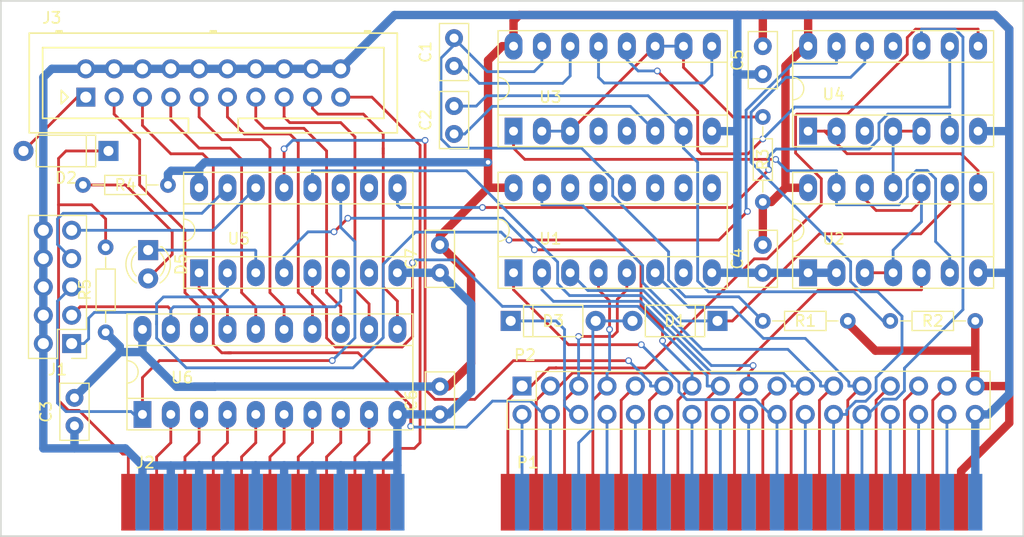
<source format=kicad_pcb>
(kicad_pcb (version 4) (host pcbnew 4.0.7)

  (general
    (links 159)
    (no_connects 0)
    (area 24.054999 24.816999 115.899001 73.123001)
    (thickness 1.6)
    (drawings 4)
    (tracks 695)
    (zones 0)
    (modules 27)
    (nets 86)
  )

  (page A4)
  (title_block
    (title "OricExos expasion board")
    (date 2018-12-01)
    (rev 1.1)
    (company "copyright © 2018 iss")
  )

  (layers
    (0 F.Cu signal)
    (31 B.Cu signal)
    (32 B.Adhes user)
    (33 F.Adhes user)
    (34 B.Paste user)
    (35 F.Paste user)
    (36 B.SilkS user)
    (37 F.SilkS user)
    (38 B.Mask user)
    (39 F.Mask user)
    (40 Dwgs.User user)
    (41 Cmts.User user)
    (42 Eco1.User user)
    (43 Eco2.User user)
    (44 Edge.Cuts user)
    (45 Margin user)
    (46 B.CrtYd user)
    (47 F.CrtYd user)
    (48 B.Fab user)
    (49 F.Fab user)
  )

  (setup
    (last_trace_width 0.25)
    (trace_clearance 0.2)
    (zone_clearance 0.508)
    (zone_45_only no)
    (trace_min 0.2)
    (segment_width 0.2)
    (edge_width 0.15)
    (via_size 0.6)
    (via_drill 0.4)
    (via_min_size 0.4)
    (via_min_drill 0.3)
    (uvia_size 0.3)
    (uvia_drill 0.1)
    (uvias_allowed no)
    (uvia_min_size 0.2)
    (uvia_min_drill 0.1)
    (pcb_text_width 0.3)
    (pcb_text_size 1.5 1.5)
    (mod_edge_width 0.15)
    (mod_text_size 0.000001 0.000001)
    (mod_text_width 0.15)
    (pad_size 1.4 1.4)
    (pad_drill 0.6)
    (pad_to_mask_clearance 0.2)
    (aux_axis_origin 14.224 16.51)
    (grid_origin 14.224 16.51)
    (visible_elements FFFFFF7F)
    (pcbplotparams
      (layerselection 0x3ffff_80000001)
      (usegerberextensions true)
      (excludeedgelayer true)
      (linewidth 0.100000)
      (plotframeref false)
      (viasonmask false)
      (mode 1)
      (useauxorigin false)
      (hpglpennumber 1)
      (hpglpenspeed 20)
      (hpglpendiameter 15)
      (hpglpenoverlay 2)
      (psnegative false)
      (psa4output false)
      (plotreference true)
      (plotvalue true)
      (plotinvisibletext false)
      (padsonsilk false)
      (subtractmaskfromsilk false)
      (outputformat 1)
      (mirror false)
      (drillshape 0)
      (scaleselection 1)
      (outputdirectory plot/))
  )

  (net 0 "")
  (net 1 "Net-(C1-Pad1)")
  (net 2 "Net-(C1-Pad2)")
  (net 3 "Net-(C2-Pad1)")
  (net 4 "Net-(C2-Pad2)")
  (net 5 GND)
  (net 6 VCC)
  (net 7 "Net-(D1-Pad1)")
  (net 8 /IOCTRL)
  (net 9 /MAP)
  (net 10 "Net-(D3-Pad1)")
  (net 11 /EMAP_LED)
  (net 12 "Net-(D5-Pad2)")
  (net 13 /EMAP)
  (net 14 /EPP)
  (net 15 /EDIR)
  (net 16 /VMIX0)
  (net 17 /VMIX1)
  (net 18 /PDI0)
  (net 19 /PDI1)
  (net 20 /PDI2)
  (net 21 /PDI3)
  (net 22 /PDI4)
  (net 23 /PDI5)
  (net 24 /PDI6)
  (net 25 /PDI7)
  (net 26 /ACK)
  (net 27 /PDO0)
  (net 28 /PDO1)
  (net 29 /PDO2)
  (net 30 /PDO3)
  (net 31 /PDO4)
  (net 32 /PDO5)
  (net 33 /PDO6)
  (net 34 /PDO7)
  (net 35 /ROMDIS)
  (net 36 /F2)
  (net 37 /RESET)
  (net 38 /IO)
  (net 39 /RW)
  (net 40 /IRQ)
  (net 41 /D2)
  (net 42 /D0)
  (net 43 /A3)
  (net 44 /D1)
  (net 45 /A0)
  (net 46 /D6)
  (net 47 /A1)
  (net 48 /D3)
  (net 49 /A2)
  (net 50 /D4)
  (net 51 /D5)
  (net 52 /A4)
  (net 53 /A5)
  (net 54 /D7)
  (net 55 /A6)
  (net 56 /A15)
  (net 57 /A7)
  (net 58 /A14)
  (net 59 /A8)
  (net 60 /A13)
  (net 61 /A9)
  (net 62 /A12)
  (net 63 /A10)
  (net 64 /A11)
  (net 65 /HI)
  (net 66 "Net-(U1-Pad9)")
  (net 67 "Net-(U1-Pad10)")
  (net 68 "Net-(U1-Pad11)")
  (net 69 "Net-(U1-Pad12)")
  (net 70 "Net-(U1-Pad13)")
  (net 71 "Net-(U1-Pad14)")
  (net 72 "Net-(U1-Pad7)")
  (net 73 "Net-(U2-Pad8)")
  (net 74 "Net-(U2-Pad10)")
  (net 75 "Net-(U2-Pad11)")
  (net 76 "Net-(U2-Pad13)")
  (net 77 "Net-(U3-Pad13)")
  (net 78 "Net-(U3-Pad4)")
  (net 79 "Net-(U3-Pad12)")
  (net 80 "Net-(U3-Pad5)")
  (net 81 "Net-(U4-Pad6)")
  (net 82 "Net-(U5-Pad10)")
  (net 83 "Net-(U5-Pad7)")
  (net 84 /STBI)
  (net 85 /STBO)

  (net_class Default "This is the default net class."
    (clearance 0.2)
    (trace_width 0.25)
    (via_dia 0.6)
    (via_drill 0.4)
    (uvia_dia 0.3)
    (uvia_drill 0.1)
    (add_net /A0)
    (add_net /A1)
    (add_net /A10)
    (add_net /A11)
    (add_net /A12)
    (add_net /A13)
    (add_net /A14)
    (add_net /A15)
    (add_net /A2)
    (add_net /A3)
    (add_net /A4)
    (add_net /A5)
    (add_net /A6)
    (add_net /A7)
    (add_net /A8)
    (add_net /A9)
    (add_net /ACK)
    (add_net /D0)
    (add_net /D1)
    (add_net /D2)
    (add_net /D3)
    (add_net /D4)
    (add_net /D5)
    (add_net /D6)
    (add_net /D7)
    (add_net /EDIR)
    (add_net /EMAP)
    (add_net /EMAP_LED)
    (add_net /EPP)
    (add_net /F2)
    (add_net /HI)
    (add_net /IO)
    (add_net /IOCTRL)
    (add_net /IRQ)
    (add_net /MAP)
    (add_net /PDI0)
    (add_net /PDI1)
    (add_net /PDI2)
    (add_net /PDI3)
    (add_net /PDI4)
    (add_net /PDI5)
    (add_net /PDI6)
    (add_net /PDI7)
    (add_net /PDO0)
    (add_net /PDO1)
    (add_net /PDO2)
    (add_net /PDO3)
    (add_net /PDO4)
    (add_net /PDO5)
    (add_net /PDO6)
    (add_net /PDO7)
    (add_net /RESET)
    (add_net /ROMDIS)
    (add_net /RW)
    (add_net /STBI)
    (add_net /STBO)
    (add_net /VMIX0)
    (add_net /VMIX1)
    (add_net "Net-(C1-Pad1)")
    (add_net "Net-(C1-Pad2)")
    (add_net "Net-(C2-Pad1)")
    (add_net "Net-(C2-Pad2)")
    (add_net "Net-(D1-Pad1)")
    (add_net "Net-(D3-Pad1)")
    (add_net "Net-(D5-Pad2)")
    (add_net "Net-(U1-Pad10)")
    (add_net "Net-(U1-Pad11)")
    (add_net "Net-(U1-Pad12)")
    (add_net "Net-(U1-Pad13)")
    (add_net "Net-(U1-Pad14)")
    (add_net "Net-(U1-Pad7)")
    (add_net "Net-(U1-Pad9)")
    (add_net "Net-(U2-Pad10)")
    (add_net "Net-(U2-Pad11)")
    (add_net "Net-(U2-Pad13)")
    (add_net "Net-(U2-Pad8)")
    (add_net "Net-(U3-Pad12)")
    (add_net "Net-(U3-Pad13)")
    (add_net "Net-(U3-Pad4)")
    (add_net "Net-(U3-Pad5)")
    (add_net "Net-(U4-Pad6)")
    (add_net "Net-(U5-Pad10)")
    (add_net "Net-(U5-Pad7)")
  )

  (net_class Power ""
    (clearance 0.2)
    (trace_width 0.75)
    (via_dia 0.6)
    (via_drill 0.4)
    (uvia_dia 0.3)
    (uvia_drill 0.1)
    (add_net GND)
    (add_net VCC)
  )

  (module Pin_Headers:Pin_Header_Straight_2x05_Pitch2.54mm (layer F.Cu) (tedit 5C040B5B) (tstamp 5C1FC82E)
    (at 30.48 55.626 180)
    (descr "Through hole straight pin header, 2x05, 2.54mm pitch, double rows")
    (tags "Through hole pin header THT 2x05 2.54mm double row")
    (path /5C01DD5E)
    (fp_text reference J1 (at 1.27 -2.33 180) (layer F.SilkS)
      (effects (font (size 1 1) (thickness 0.15)))
    )
    (fp_text value VID (at 1.016 12.7 180) (layer F.Fab)
      (effects (font (size 1 1) (thickness 0.15)))
    )
    (fp_line (start 0 -1.27) (end 3.81 -1.27) (layer F.Fab) (width 0.1))
    (fp_line (start 3.81 -1.27) (end 3.81 11.43) (layer F.Fab) (width 0.1))
    (fp_line (start 3.81 11.43) (end -1.27 11.43) (layer F.Fab) (width 0.1))
    (fp_line (start -1.27 11.43) (end -1.27 0) (layer F.Fab) (width 0.1))
    (fp_line (start -1.27 0) (end 0 -1.27) (layer F.Fab) (width 0.1))
    (fp_line (start -1.33 11.49) (end 3.87 11.49) (layer F.SilkS) (width 0.12))
    (fp_line (start -1.33 1.27) (end -1.33 11.49) (layer F.SilkS) (width 0.12))
    (fp_line (start 3.87 -1.33) (end 3.87 11.49) (layer F.SilkS) (width 0.12))
    (fp_line (start -1.33 1.27) (end 1.27 1.27) (layer F.SilkS) (width 0.12))
    (fp_line (start 1.27 1.27) (end 1.27 -1.33) (layer F.SilkS) (width 0.12))
    (fp_line (start 1.27 -1.33) (end 3.87 -1.33) (layer F.SilkS) (width 0.12))
    (fp_line (start -1.33 0) (end -1.33 -1.33) (layer F.SilkS) (width 0.12))
    (fp_line (start -1.33 -1.33) (end 0 -1.33) (layer F.SilkS) (width 0.12))
    (fp_line (start -1.8 -1.8) (end -1.8 11.95) (layer F.CrtYd) (width 0.05))
    (fp_line (start -1.8 11.95) (end 4.35 11.95) (layer F.CrtYd) (width 0.05))
    (fp_line (start 4.35 11.95) (end 4.35 -1.8) (layer F.CrtYd) (width 0.05))
    (fp_line (start 4.35 -1.8) (end -1.8 -1.8) (layer F.CrtYd) (width 0.05))
    (fp_text user %R (at 3.556 12.7 360) (layer F.Fab)
      (effects (font (size 1 1) (thickness 0.15)))
    )
    (pad 1 thru_hole rect (at 0 0 180) (size 1.7 1.7) (drill 1) (layers *.Cu *.Mask)
      (net 13 /EMAP))
    (pad 2 thru_hole oval (at 2.54 0 180) (size 1.7 1.7) (drill 1) (layers *.Cu *.Mask)
      (net 5 GND))
    (pad 3 thru_hole oval (at 0 2.54 180) (size 1.7 1.7) (drill 1) (layers *.Cu *.Mask)
      (net 14 /EPP))
    (pad 4 thru_hole oval (at 2.54 2.54 180) (size 1.7 1.7) (drill 1) (layers *.Cu *.Mask)
      (net 5 GND))
    (pad 5 thru_hole oval (at 0 5.08 180) (size 1.7 1.7) (drill 1) (layers *.Cu *.Mask)
      (net 15 /EDIR))
    (pad 6 thru_hole oval (at 2.54 5.08 180) (size 1.7 1.7) (drill 1) (layers *.Cu *.Mask)
      (net 5 GND))
    (pad 7 thru_hole oval (at 0 7.62 180) (size 1.7 1.7) (drill 1) (layers *.Cu *.Mask)
      (net 16 /VMIX0))
    (pad 8 thru_hole oval (at 2.54 7.62 180) (size 1.7 1.7) (drill 1) (layers *.Cu *.Mask)
      (net 5 GND))
    (pad 9 thru_hole oval (at 0 10.16 180) (size 1.7 1.7) (drill 1) (layers *.Cu *.Mask)
      (net 17 /VMIX1))
    (pad 10 thru_hole oval (at 2.54 10.16 180) (size 1.7 1.7) (drill 1) (layers *.Cu *.Mask)
      (net 5 GND))
    (model ${KISYS3DMOD}/Pin_Headers.3dshapes/Pin_Header_Straight_2x05_Pitch2.54mm.wrl
      (at (xyz 0 0 0))
      (scale (xyz 1 1 1))
      (rotate (xyz 0 0 0))
    )
  )

  (module Pin_Headers:Pin_Header_Straight_Mirorred_2x17_Pitch2.54mm (layer F.Cu) (tedit 5C03EDFB) (tstamp 5C107DAE)
    (at 70.8767 59.4503)
    (descr "Through hole straight pin header, 2x17, 2.54mm pitch, double rows")
    (tags "Through hole pin header THT 2x17 2.54mm double row")
    (path /5C010619)
    (fp_text reference P2 (at 0.254 -2.794) (layer F.SilkS)
      (effects (font (size 1 1) (thickness 0.15)))
    )
    (fp_text value EXO (at 4.053305 -2.808311) (layer F.Fab)
      (effects (font (size 1 1) (thickness 0.15)))
    )
    (fp_line (start -1.27 3.81) (end -1.280695 -1.284311) (layer F.Fab) (width 0.1))
    (fp_line (start -1.280695 -1.284311) (end 41.899305 -1.284311) (layer F.Fab) (width 0.1))
    (fp_line (start 41.899305 -1.284311) (end 41.899305 3.795689) (layer F.Fab) (width 0.1))
    (fp_line (start 41.899305 3.795689) (end -1.2446 3.81) (layer F.Fab) (width 0.1))
    (fp_line (start 41.959305 3.855689) (end 41.959305 -1.344311) (layer F.SilkS) (width 0.12))
    (fp_line (start -1.3462 3.8608) (end 41.959305 3.855689) (layer F.SilkS) (width 0.12))
    (fp_line (start 1.2446 -1.3208) (end 41.959305 -1.344311) (layer F.SilkS) (width 0.12))
    (fp_line (start 1.27 1.27) (end 1.259305 -1.27) (layer F.SilkS) (width 0.12))
    (fp_line (start 1.259305 1.255689) (end -1.340695 1.255689) (layer F.SilkS) (width 0.12))
    (fp_line (start -1.340695 3.855689) (end -1.3462 1.27) (layer F.SilkS) (width 0.12))
    (fp_line (start -1.810695 4.325689) (end 42.439305 4.325689) (layer F.CrtYd) (width 0.05))
    (fp_line (start 42.439305 4.325689) (end 42.439305 -1.824311) (layer F.CrtYd) (width 0.05))
    (fp_line (start 42.439305 -1.824311) (end -1.810695 -1.824311) (layer F.CrtYd) (width 0.05))
    (fp_line (start -1.810695 -1.824311) (end -1.810695 4.325689) (layer F.CrtYd) (width 0.05))
    (fp_text user %R (at 7.112 -2.794 180) (layer F.Fab)
      (effects (font (size 1 1) (thickness 0.15)))
    )
    (pad 1 thru_hole rect (at -0.010695 -0.014311 90) (size 1.7 1.7) (drill 1) (layers *.Cu *.Mask)
      (net 9 /MAP))
    (pad 2 thru_hole oval (at -0.010695 2.525689 90) (size 1.7 1.7) (drill 1) (layers *.Cu *.Mask)
      (net 35 /ROMDIS))
    (pad 3 thru_hole oval (at 2.529305 -0.014311 90) (size 1.7 1.7) (drill 1) (layers *.Cu *.Mask)
      (net 36 /F2))
    (pad 4 thru_hole oval (at 2.529305 2.525689 90) (size 1.7 1.7) (drill 1) (layers *.Cu *.Mask)
      (net 37 /RESET))
    (pad 5 thru_hole oval (at 5.069305 -0.014311 90) (size 1.7 1.7) (drill 1) (layers *.Cu *.Mask)
      (net 38 /IO))
    (pad 6 thru_hole oval (at 5.069305 2.525689 90) (size 1.7 1.7) (drill 1) (layers *.Cu *.Mask)
      (net 10 "Net-(D3-Pad1)"))
    (pad 7 thru_hole oval (at 7.609305 -0.014311 90) (size 1.7 1.7) (drill 1) (layers *.Cu *.Mask)
      (net 39 /RW))
    (pad 8 thru_hole oval (at 7.609305 2.525689 90) (size 1.7 1.7) (drill 1) (layers *.Cu *.Mask)
      (net 40 /IRQ))
    (pad 9 thru_hole oval (at 10.149305 -0.014311 90) (size 1.7 1.7) (drill 1) (layers *.Cu *.Mask)
      (net 41 /D2))
    (pad 10 thru_hole oval (at 10.149305 2.525689 90) (size 1.7 1.7) (drill 1) (layers *.Cu *.Mask)
      (net 42 /D0))
    (pad 11 thru_hole oval (at 12.689305 -0.014311 90) (size 1.7 1.7) (drill 1) (layers *.Cu *.Mask)
      (net 43 /A3))
    (pad 12 thru_hole oval (at 12.689305 2.525689 90) (size 1.7 1.7) (drill 1) (layers *.Cu *.Mask)
      (net 44 /D1))
    (pad 13 thru_hole oval (at 15.229305 -0.014311 90) (size 1.7 1.7) (drill 1) (layers *.Cu *.Mask)
      (net 45 /A0))
    (pad 14 thru_hole oval (at 15.229305 2.525689 90) (size 1.7 1.7) (drill 1) (layers *.Cu *.Mask)
      (net 46 /D6))
    (pad 15 thru_hole oval (at 17.769305 -0.014311 90) (size 1.7 1.7) (drill 1) (layers *.Cu *.Mask)
      (net 47 /A1))
    (pad 16 thru_hole oval (at 17.769305 2.525689 90) (size 1.7 1.7) (drill 1) (layers *.Cu *.Mask)
      (net 48 /D3))
    (pad 17 thru_hole oval (at 20.309305 -0.014311 90) (size 1.7 1.7) (drill 1) (layers *.Cu *.Mask)
      (net 49 /A2))
    (pad 18 thru_hole oval (at 20.309305 2.525689 90) (size 1.7 1.7) (drill 1) (layers *.Cu *.Mask)
      (net 50 /D4))
    (pad 19 thru_hole oval (at 22.849305 -0.014311 90) (size 1.7 1.7) (drill 1) (layers *.Cu *.Mask)
      (net 51 /D5))
    (pad 20 thru_hole oval (at 22.849305 2.525689 90) (size 1.7 1.7) (drill 1) (layers *.Cu *.Mask)
      (net 52 /A4))
    (pad 21 thru_hole oval (at 25.389305 -0.014311 90) (size 1.7 1.7) (drill 1) (layers *.Cu *.Mask)
      (net 53 /A5))
    (pad 22 thru_hole oval (at 25.389305 2.525689 90) (size 1.7 1.7) (drill 1) (layers *.Cu *.Mask)
      (net 54 /D7))
    (pad 23 thru_hole oval (at 27.929305 -0.014311 90) (size 1.7 1.7) (drill 1) (layers *.Cu *.Mask)
      (net 55 /A6))
    (pad 24 thru_hole oval (at 27.929305 2.525689 90) (size 1.7 1.7) (drill 1) (layers *.Cu *.Mask)
      (net 56 /A15))
    (pad 25 thru_hole oval (at 30.469305 -0.014311 90) (size 1.7 1.7) (drill 1) (layers *.Cu *.Mask)
      (net 57 /A7))
    (pad 26 thru_hole oval (at 30.469305 2.525689 90) (size 1.7 1.7) (drill 1) (layers *.Cu *.Mask)
      (net 58 /A14))
    (pad 27 thru_hole oval (at 33.009305 -0.014311 90) (size 1.7 1.7) (drill 1) (layers *.Cu *.Mask)
      (net 59 /A8))
    (pad 28 thru_hole oval (at 33.009305 2.525689 90) (size 1.7 1.7) (drill 1) (layers *.Cu *.Mask)
      (net 60 /A13))
    (pad 29 thru_hole oval (at 35.549305 -0.014311 90) (size 1.7 1.7) (drill 1) (layers *.Cu *.Mask)
      (net 61 /A9))
    (pad 30 thru_hole oval (at 35.549305 2.525689 90) (size 1.7 1.7) (drill 1) (layers *.Cu *.Mask)
      (net 62 /A12))
    (pad 31 thru_hole oval (at 38.089305 -0.014311 90) (size 1.7 1.7) (drill 1) (layers *.Cu *.Mask)
      (net 63 /A10))
    (pad 32 thru_hole oval (at 38.089305 2.525689 90) (size 1.7 1.7) (drill 1) (layers *.Cu *.Mask)
      (net 64 /A11))
    (pad 33 thru_hole oval (at 40.629305 -0.014311 90) (size 1.7 1.7) (drill 1) (layers *.Cu *.Mask)
      (net 6 VCC))
    (pad 34 thru_hole oval (at 40.629305 2.525689 90) (size 1.7 1.7) (drill 1) (layers *.Cu *.Mask)
      (net 5 GND))
  )

  (module Connectors:CONN_EDGE_34 (layer F.Cu) (tedit 5C02B946) (tstamp 5C02E7DF)
    (at 69.596 69.85)
    (descr "Connector edge 2x17")
    (tags "CONN EDGE 2x17 34")
    (path /5BDB01EA)
    (fp_text reference P1 (at 1.778 -3.556 180) (layer F.SilkS)
      (effects (font (size 1 1) (thickness 0.15)))
    )
    (fp_text value EXI (at 40.894 -3.302 180) (layer F.Fab)
      (effects (font (size 1 1) (thickness 0.15)))
    )
    (fp_text user 1 (at 0 -3.556 180) (layer F.Fab)
      (effects (font (size 1 1) (thickness 0.15)))
    )
    (fp_line (start 42.926 -2.54) (end 42.926 2.7686) (layer F.Fab) (width 0.1))
    (fp_line (start -1.016 -2.54) (end -1.016 2.794) (layer F.Fab) (width 0.1))
    (fp_line (start -1.016 2.794) (end 42.926 2.794) (layer F.Fab) (width 0.1))
    (fp_line (start -1.27 -2.54) (end 43.18 -2.54) (layer F.CrtYd) (width 0.05))
    (fp_line (start -1.27 -2.54) (end -1.27 3.048) (layer F.CrtYd) (width 0.05))
    (fp_line (start 43.18 3.048) (end 43.18 -2.54) (layer F.CrtYd) (width 0.05))
    (fp_line (start 43.18 3.048) (end -1.27 3.048) (layer F.CrtYd) (width 0.05))
    (pad 1 connect rect (at 0 0 90) (size 5.08 1.27) (layers F.Cu F.Mask)
      (net 9 /MAP))
    (pad 3 connect rect (at 2.54 0 90) (size 5.08 1.27) (layers F.Cu F.Mask)
      (net 36 /F2))
    (pad 5 connect rect (at 5.08 0 90) (size 5.08 1.27) (layers F.Cu F.Mask)
      (net 38 /IO))
    (pad 7 connect rect (at 7.62 0 90) (size 5.08 1.27) (layers F.Cu F.Mask)
      (net 39 /RW))
    (pad 9 connect rect (at 10.16 0 90) (size 5.08 1.27) (layers F.Cu F.Mask)
      (net 41 /D2))
    (pad 11 connect rect (at 12.7 0 90) (size 5.08 1.27) (layers F.Cu F.Mask)
      (net 43 /A3))
    (pad 13 connect rect (at 15.24 0 90) (size 5.08 1.27) (layers F.Cu F.Mask)
      (net 45 /A0))
    (pad 15 connect rect (at 17.78 0 90) (size 5.08 1.27) (layers F.Cu F.Mask)
      (net 47 /A1))
    (pad 17 connect rect (at 20.32 0 90) (size 5.08 1.27) (layers F.Cu F.Mask)
      (net 49 /A2))
    (pad 19 connect rect (at 22.86 0 90) (size 5.08 1.27) (layers F.Cu F.Mask)
      (net 51 /D5))
    (pad 21 connect rect (at 25.4 0 90) (size 5.08 1.27) (layers F.Cu F.Mask)
      (net 53 /A5))
    (pad 23 connect rect (at 27.94 0 90) (size 5.08 1.27) (layers F.Cu F.Mask)
      (net 55 /A6))
    (pad 25 connect rect (at 30.48 0 90) (size 5.08 1.27) (layers F.Cu F.Mask)
      (net 57 /A7))
    (pad 2 connect rect (at 1.27 0 90) (size 5.08 1.27) (layers B.Cu B.Mask)
      (net 35 /ROMDIS))
    (pad 4 connect rect (at 3.81 0 90) (size 5.08 1.27) (layers B.Cu B.Mask)
      (net 37 /RESET))
    (pad 6 connect rect (at 6.35 0 90) (size 5.08 1.27) (layers B.Cu B.Mask)
      (net 8 /IOCTRL))
    (pad 8 connect rect (at 8.89 0 90) (size 5.08 1.27) (layers B.Cu B.Mask)
      (net 40 /IRQ))
    (pad 10 connect rect (at 11.43 0 90) (size 5.08 1.27) (layers B.Cu B.Mask)
      (net 42 /D0))
    (pad 12 connect rect (at 13.97 0 90) (size 5.08 1.27) (layers B.Cu B.Mask)
      (net 44 /D1))
    (pad 14 connect rect (at 16.51 0 90) (size 5.08 1.27) (layers B.Cu B.Mask)
      (net 46 /D6))
    (pad 16 connect rect (at 19.05 0 90) (size 5.08 1.27) (layers B.Cu B.Mask)
      (net 48 /D3))
    (pad 18 connect rect (at 21.59 0 90) (size 5.08 1.27) (layers B.Cu B.Mask)
      (net 50 /D4))
    (pad 20 connect rect (at 24.13 0 90) (size 5.08 1.27) (layers B.Cu B.Mask)
      (net 52 /A4))
    (pad 22 connect rect (at 26.67 0 90) (size 5.08 1.27) (layers B.Cu B.Mask)
      (net 54 /D7))
    (pad 24 connect rect (at 29.21 0 90) (size 5.08 1.27) (layers B.Cu B.Mask)
      (net 56 /A15))
    (pad 26 connect rect (at 31.75 0 90) (size 5.08 1.27) (layers B.Cu B.Mask)
      (net 58 /A14))
    (pad 27 connect rect (at 33.02 0 90) (size 5.08 1.27) (layers F.Cu F.Mask)
      (net 59 /A8))
    (pad 29 connect rect (at 35.56 0 90) (size 5.08 1.27) (layers F.Cu F.Mask)
      (net 61 /A9))
    (pad 31 connect rect (at 38.1 0 90) (size 5.08 1.27) (layers F.Cu F.Mask)
      (net 63 /A10))
    (pad 33 connect rect (at 40.64 0 90) (size 5.08 1.27) (layers F.Cu F.Mask)
      (net 6 VCC))
    (pad 28 connect rect (at 34.29 0 90) (size 5.08 1.27) (layers B.Cu B.Mask)
      (net 60 /A13))
    (pad 30 connect rect (at 36.83 0 90) (size 5.08 1.27) (layers B.Cu B.Mask)
      (net 62 /A12))
    (pad 32 connect rect (at 39.37 0 90) (size 5.08 1.27) (layers B.Cu B.Mask)
      (net 64 /A11))
    (pad 34 connect rect (at 41.91 0 90) (size 5.08 1.27) (layers B.Cu B.Mask)
      (net 5 GND))
  )

  (module Connectors:CONN_EDGE_20 (layer F.Cu) (tedit 5C02E398) (tstamp 5C02D20F)
    (at 35.56 69.85)
    (descr "Connector edge 2x10")
    (tags "CONN EDGE 2x10 20")
    (path /5C01C157)
    (fp_text reference J2 (at 1.524 -3.556) (layer F.SilkS)
      (effects (font (size 1 1) (thickness 0.15)))
    )
    (fp_text value PPI (at 23.114 -3.556) (layer F.Fab)
      (effects (font (size 1 1) (thickness 0.15)))
    )
    (fp_text user 1 (at 0 -3.556 180) (layer F.Fab)
      (effects (font (size 1 1) (thickness 0.15)))
    )
    (fp_line (start 25.146 -2.5146) (end 25.146 2.794) (layer F.Fab) (width 0.1))
    (fp_line (start -1.016 -2.54) (end -1.016 2.7432) (layer F.Fab) (width 0.1))
    (fp_line (start -1.016 2.794) (end 25.146 2.794) (layer F.Fab) (width 0.1))
    (fp_line (start -1.27 -2.54) (end 25.4 -2.54) (layer F.CrtYd) (width 0.05))
    (fp_line (start -1.27 -2.54) (end -1.27 3.048) (layer F.CrtYd) (width 0.05))
    (fp_line (start 25.4 3.048) (end 25.4 -2.54) (layer F.CrtYd) (width 0.05))
    (fp_line (start 25.4 3.048) (end -1.27 3.048) (layer F.CrtYd) (width 0.05))
    (pad 1 connect rect (at 0 0 90) (size 5.08 1.27) (layers F.Cu F.Mask)
      (net 84 /STBI))
    (pad 3 connect rect (at 2.54 0 90) (size 5.08 1.27) (layers F.Cu F.Mask)
      (net 18 /PDI0))
    (pad 5 connect rect (at 5.08 0 90) (size 5.08 1.27) (layers F.Cu F.Mask)
      (net 19 /PDI1))
    (pad 7 connect rect (at 7.62 0 90) (size 5.08 1.27) (layers F.Cu F.Mask)
      (net 20 /PDI2))
    (pad 9 connect rect (at 10.16 0 90) (size 5.08 1.27) (layers F.Cu F.Mask)
      (net 21 /PDI3))
    (pad 11 connect rect (at 12.7 0 90) (size 5.08 1.27) (layers F.Cu F.Mask)
      (net 22 /PDI4))
    (pad 13 connect rect (at 15.24 0 90) (size 5.08 1.27) (layers F.Cu F.Mask)
      (net 23 /PDI5))
    (pad 15 connect rect (at 17.78 0 90) (size 5.08 1.27) (layers F.Cu F.Mask)
      (net 24 /PDI6))
    (pad 17 connect rect (at 20.32 0 90) (size 5.08 1.27) (layers F.Cu F.Mask)
      (net 25 /PDI7))
    (pad 19 connect rect (at 22.86 0 90) (size 5.08 1.27) (layers F.Cu F.Mask)
      (net 26 /ACK))
    (pad 2 connect rect (at 1.27 0 90) (size 5.08 1.27) (layers B.Cu B.Mask)
      (net 5 GND))
    (pad 4 connect rect (at 3.81 0 90) (size 5.08 1.27) (layers B.Cu B.Mask)
      (net 5 GND))
    (pad 6 connect rect (at 6.35 0 90) (size 5.08 1.27) (layers B.Cu B.Mask)
      (net 5 GND))
    (pad 8 connect rect (at 8.89 0 90) (size 5.08 1.27) (layers B.Cu B.Mask)
      (net 5 GND))
    (pad 10 connect rect (at 11.43 0 90) (size 5.08 1.27) (layers B.Cu B.Mask)
      (net 5 GND))
    (pad 12 connect rect (at 13.97 0 90) (size 5.08 1.27) (layers B.Cu B.Mask)
      (net 5 GND))
    (pad 14 connect rect (at 16.51 0 90) (size 5.08 1.27) (layers B.Cu B.Mask)
      (net 5 GND))
    (pad 16 connect rect (at 19.05 0 90) (size 5.08 1.27) (layers B.Cu B.Mask)
      (net 5 GND))
    (pad 18 connect rect (at 21.59 0 90) (size 5.08 1.27) (layers B.Cu B.Mask)
      (net 5 GND))
    (pad 20 connect rect (at 24.13 0 90) (size 5.08 1.27) (layers B.Cu B.Mask)
      (net 5 GND))
  )

  (module Capacitors_THT:C_Disc_D5.0mm_W2.5mm_P2.50mm (layer F.Cu) (tedit 597BC7C2) (tstamp 5C02B0AD)
    (at 64.77 30.734 90)
    (descr "C, Disc series, Radial, pin pitch=2.50mm, , diameter*width=5*2.5mm^2, Capacitor, http://cdn-reichelt.de/documents/datenblatt/B300/DS_KERKO_TC.pdf")
    (tags "C Disc series Radial pin pitch 2.50mm  diameter 5mm width 2.5mm Capacitor")
    (path /5BDB3AC9)
    (fp_text reference C1 (at 1.25 -2.56 90) (layer F.SilkS)
      (effects (font (size 1 1) (thickness 0.15)))
    )
    (fp_text value 220p (at 1.25 2.56 90) (layer F.Fab)
      (effects (font (size 1 1) (thickness 0.15)))
    )
    (fp_line (start -1.25 -1.25) (end -1.25 1.25) (layer F.Fab) (width 0.1))
    (fp_line (start -1.25 1.25) (end 3.75 1.25) (layer F.Fab) (width 0.1))
    (fp_line (start 3.75 1.25) (end 3.75 -1.25) (layer F.Fab) (width 0.1))
    (fp_line (start 3.75 -1.25) (end -1.25 -1.25) (layer F.Fab) (width 0.1))
    (fp_line (start -1.31 -1.31) (end 3.81 -1.31) (layer F.SilkS) (width 0.12))
    (fp_line (start -1.31 1.31) (end 3.81 1.31) (layer F.SilkS) (width 0.12))
    (fp_line (start -1.31 -1.31) (end -1.31 1.31) (layer F.SilkS) (width 0.12))
    (fp_line (start 3.81 -1.31) (end 3.81 1.31) (layer F.SilkS) (width 0.12))
    (fp_line (start -1.6 -1.6) (end -1.6 1.6) (layer F.CrtYd) (width 0.05))
    (fp_line (start -1.6 1.6) (end 4.1 1.6) (layer F.CrtYd) (width 0.05))
    (fp_line (start 4.1 1.6) (end 4.1 -1.6) (layer F.CrtYd) (width 0.05))
    (fp_line (start 4.1 -1.6) (end -1.6 -1.6) (layer F.CrtYd) (width 0.05))
    (fp_text user %R (at 1.25 -2.54 90) (layer F.Fab)
      (effects (font (size 1 1) (thickness 0.15)))
    )
    (pad 1 thru_hole circle (at 0 0 90) (size 1.6 1.6) (drill 0.8) (layers *.Cu *.Mask)
      (net 1 "Net-(C1-Pad1)"))
    (pad 2 thru_hole circle (at 2.5 0 90) (size 1.6 1.6) (drill 0.8) (layers *.Cu *.Mask)
      (net 2 "Net-(C1-Pad2)"))
    (model ${KISYS3DMOD}/Capacitors_THT.3dshapes/C_Disc_D5.0mm_W2.5mm_P2.50mm.wrl
      (at (xyz 0 0 0))
      (scale (xyz 1 1 1))
      (rotate (xyz 0 0 0))
    )
  )

  (module Capacitors_THT:C_Disc_D5.0mm_W2.5mm_P2.50mm (layer F.Cu) (tedit 597BC7C2) (tstamp 5C02B0B3)
    (at 64.77 36.83 90)
    (descr "C, Disc series, Radial, pin pitch=2.50mm, , diameter*width=5*2.5mm^2, Capacitor, http://cdn-reichelt.de/documents/datenblatt/B300/DS_KERKO_TC.pdf")
    (tags "C Disc series Radial pin pitch 2.50mm  diameter 5mm width 2.5mm Capacitor")
    (path /5BDB3B4C)
    (fp_text reference C2 (at 1.25 -2.56 90) (layer F.SilkS)
      (effects (font (size 1 1) (thickness 0.15)))
    )
    (fp_text value 330p (at 1.25 2.56 90) (layer F.Fab)
      (effects (font (size 1 1) (thickness 0.15)))
    )
    (fp_line (start -1.25 -1.25) (end -1.25 1.25) (layer F.Fab) (width 0.1))
    (fp_line (start -1.25 1.25) (end 3.75 1.25) (layer F.Fab) (width 0.1))
    (fp_line (start 3.75 1.25) (end 3.75 -1.25) (layer F.Fab) (width 0.1))
    (fp_line (start 3.75 -1.25) (end -1.25 -1.25) (layer F.Fab) (width 0.1))
    (fp_line (start -1.31 -1.31) (end 3.81 -1.31) (layer F.SilkS) (width 0.12))
    (fp_line (start -1.31 1.31) (end 3.81 1.31) (layer F.SilkS) (width 0.12))
    (fp_line (start -1.31 -1.31) (end -1.31 1.31) (layer F.SilkS) (width 0.12))
    (fp_line (start 3.81 -1.31) (end 3.81 1.31) (layer F.SilkS) (width 0.12))
    (fp_line (start -1.6 -1.6) (end -1.6 1.6) (layer F.CrtYd) (width 0.05))
    (fp_line (start -1.6 1.6) (end 4.1 1.6) (layer F.CrtYd) (width 0.05))
    (fp_line (start 4.1 1.6) (end 4.1 -1.6) (layer F.CrtYd) (width 0.05))
    (fp_line (start 4.1 -1.6) (end -1.6 -1.6) (layer F.CrtYd) (width 0.05))
    (fp_text user %R (at 1.23 -2.54 90) (layer F.Fab)
      (effects (font (size 1 1) (thickness 0.15)))
    )
    (pad 1 thru_hole circle (at 0 0 90) (size 1.6 1.6) (drill 0.8) (layers *.Cu *.Mask)
      (net 3 "Net-(C2-Pad1)"))
    (pad 2 thru_hole circle (at 2.5 0 90) (size 1.6 1.6) (drill 0.8) (layers *.Cu *.Mask)
      (net 4 "Net-(C2-Pad2)"))
    (model ${KISYS3DMOD}/Capacitors_THT.3dshapes/C_Disc_D5.0mm_W2.5mm_P2.50mm.wrl
      (at (xyz 0 0 0))
      (scale (xyz 1 1 1))
      (rotate (xyz 0 0 0))
    )
  )

  (module Capacitors_THT:C_Disc_D5.0mm_W2.5mm_P2.50mm (layer F.Cu) (tedit 597BC7C2) (tstamp 5C02B0B9)
    (at 30.734 62.992 90)
    (descr "C, Disc series, Radial, pin pitch=2.50mm, , diameter*width=5*2.5mm^2, Capacitor, http://cdn-reichelt.de/documents/datenblatt/B300/DS_KERKO_TC.pdf")
    (tags "C Disc series Radial pin pitch 2.50mm  diameter 5mm width 2.5mm Capacitor")
    (path /5C01B2F9)
    (fp_text reference C3 (at 1.25 -2.56 90) (layer F.SilkS)
      (effects (font (size 1 1) (thickness 0.15)))
    )
    (fp_text value 100n (at 1.25 2.56 90) (layer F.Fab)
      (effects (font (size 1 1) (thickness 0.15)))
    )
    (fp_line (start -1.25 -1.25) (end -1.25 1.25) (layer F.Fab) (width 0.1))
    (fp_line (start -1.25 1.25) (end 3.75 1.25) (layer F.Fab) (width 0.1))
    (fp_line (start 3.75 1.25) (end 3.75 -1.25) (layer F.Fab) (width 0.1))
    (fp_line (start 3.75 -1.25) (end -1.25 -1.25) (layer F.Fab) (width 0.1))
    (fp_line (start -1.31 -1.31) (end 3.81 -1.31) (layer F.SilkS) (width 0.12))
    (fp_line (start -1.31 1.31) (end 3.81 1.31) (layer F.SilkS) (width 0.12))
    (fp_line (start -1.31 -1.31) (end -1.31 1.31) (layer F.SilkS) (width 0.12))
    (fp_line (start 3.81 -1.31) (end 3.81 1.31) (layer F.SilkS) (width 0.12))
    (fp_line (start -1.6 -1.6) (end -1.6 1.6) (layer F.CrtYd) (width 0.05))
    (fp_line (start -1.6 1.6) (end 4.1 1.6) (layer F.CrtYd) (width 0.05))
    (fp_line (start 4.1 1.6) (end 4.1 -1.6) (layer F.CrtYd) (width 0.05))
    (fp_line (start 4.1 -1.6) (end -1.6 -1.6) (layer F.CrtYd) (width 0.05))
    (fp_text user %R (at 1.25 -2.54 90) (layer F.Fab)
      (effects (font (size 1 1) (thickness 0.15)))
    )
    (pad 1 thru_hole circle (at 0 0 90) (size 1.6 1.6) (drill 0.8) (layers *.Cu *.Mask)
      (net 5 GND))
    (pad 2 thru_hole circle (at 2.5 0 90) (size 1.6 1.6) (drill 0.8) (layers *.Cu *.Mask)
      (net 6 VCC))
    (model ${KISYS3DMOD}/Capacitors_THT.3dshapes/C_Disc_D5.0mm_W2.5mm_P2.50mm.wrl
      (at (xyz 0 0 0))
      (scale (xyz 1 1 1))
      (rotate (xyz 0 0 0))
    )
  )

  (module Capacitors_THT:C_Disc_D5.0mm_W2.5mm_P2.50mm (layer F.Cu) (tedit 5C040F61) (tstamp 5C02B0BF)
    (at 92.456 49.276 90)
    (descr "C, Disc series, Radial, pin pitch=2.50mm, , diameter*width=5*2.5mm^2, Capacitor, http://cdn-reichelt.de/documents/datenblatt/B300/DS_KERKO_TC.pdf")
    (tags "C Disc series Radial pin pitch 2.50mm  diameter 5mm width 2.5mm Capacitor")
    (path /5C01B471)
    (fp_text reference C4 (at 1.27 -2.286 90) (layer F.SilkS)
      (effects (font (size 1 1) (thickness 0.15)))
    )
    (fp_text value 100n (at 1.25 2.56 90) (layer F.Fab) hide
      (effects (font (size 1 1) (thickness 0.15)))
    )
    (fp_line (start -1.25 -1.25) (end -1.25 1.25) (layer F.Fab) (width 0.1))
    (fp_line (start -1.25 1.25) (end 3.75 1.25) (layer F.Fab) (width 0.1))
    (fp_line (start 3.75 1.25) (end 3.75 -1.25) (layer F.Fab) (width 0.1))
    (fp_line (start 3.75 -1.25) (end -1.25 -1.25) (layer F.Fab) (width 0.1))
    (fp_line (start -1.31 -1.31) (end 3.81 -1.31) (layer F.SilkS) (width 0.12))
    (fp_line (start -1.31 1.31) (end 3.81 1.31) (layer F.SilkS) (width 0.12))
    (fp_line (start -1.31 -1.31) (end -1.31 1.31) (layer F.SilkS) (width 0.12))
    (fp_line (start 3.81 -1.31) (end 3.81 1.31) (layer F.SilkS) (width 0.12))
    (fp_line (start -1.6 -1.6) (end -1.6 1.6) (layer F.CrtYd) (width 0.05))
    (fp_line (start -1.6 1.6) (end 4.1 1.6) (layer F.CrtYd) (width 0.05))
    (fp_line (start 4.1 1.6) (end 4.1 -1.6) (layer F.CrtYd) (width 0.05))
    (fp_line (start 4.1 -1.6) (end -1.6 -1.6) (layer F.CrtYd) (width 0.05))
    (fp_text user %R (at 1.25 -2.286 90) (layer F.Fab)
      (effects (font (size 1 1) (thickness 0.15)))
    )
    (pad 1 thru_hole circle (at 0 0 90) (size 1.6 1.6) (drill 0.8) (layers *.Cu *.Mask)
      (net 5 GND))
    (pad 2 thru_hole circle (at 2.5 0 90) (size 1.6 1.6) (drill 0.8) (layers *.Cu *.Mask)
      (net 6 VCC))
    (model ${KISYS3DMOD}/Capacitors_THT.3dshapes/C_Disc_D5.0mm_W2.5mm_P2.50mm.wrl
      (at (xyz 0 0 0))
      (scale (xyz 1 1 1))
      (rotate (xyz 0 0 0))
    )
  )

  (module Capacitors_THT:C_Disc_D5.0mm_W2.5mm_P2.50mm (layer F.Cu) (tedit 5C040F52) (tstamp 5C02B0C5)
    (at 92.456 31.456 90)
    (descr "C, Disc series, Radial, pin pitch=2.50mm, , diameter*width=5*2.5mm^2, Capacitor, http://cdn-reichelt.de/documents/datenblatt/B300/DS_KERKO_TC.pdf")
    (tags "C Disc series Radial pin pitch 2.50mm  diameter 5mm width 2.5mm Capacitor")
    (path /5C01B4C4)
    (fp_text reference C5 (at 1.25 -2.286 90) (layer F.SilkS)
      (effects (font (size 1 1) (thickness 0.15)))
    )
    (fp_text value 100n (at 1.25 2.56 90) (layer F.Fab) hide
      (effects (font (size 1 1) (thickness 0.15)))
    )
    (fp_line (start -1.25 -1.25) (end -1.25 1.25) (layer F.Fab) (width 0.1))
    (fp_line (start -1.25 1.25) (end 3.75 1.25) (layer F.Fab) (width 0.1))
    (fp_line (start 3.75 1.25) (end 3.75 -1.25) (layer F.Fab) (width 0.1))
    (fp_line (start 3.75 -1.25) (end -1.25 -1.25) (layer F.Fab) (width 0.1))
    (fp_line (start -1.31 -1.31) (end 3.81 -1.31) (layer F.SilkS) (width 0.12))
    (fp_line (start -1.31 1.31) (end 3.81 1.31) (layer F.SilkS) (width 0.12))
    (fp_line (start -1.31 -1.31) (end -1.31 1.31) (layer F.SilkS) (width 0.12))
    (fp_line (start 3.81 -1.31) (end 3.81 1.31) (layer F.SilkS) (width 0.12))
    (fp_line (start -1.6 -1.6) (end -1.6 1.6) (layer F.CrtYd) (width 0.05))
    (fp_line (start -1.6 1.6) (end 4.1 1.6) (layer F.CrtYd) (width 0.05))
    (fp_line (start 4.1 1.6) (end 4.1 -1.6) (layer F.CrtYd) (width 0.05))
    (fp_line (start 4.1 -1.6) (end -1.6 -1.6) (layer F.CrtYd) (width 0.05))
    (fp_text user %R (at 1.25 -2.286 90) (layer F.Fab)
      (effects (font (size 1 1) (thickness 0.15)))
    )
    (pad 1 thru_hole circle (at 0 0 90) (size 1.6 1.6) (drill 0.8) (layers *.Cu *.Mask)
      (net 5 GND))
    (pad 2 thru_hole circle (at 2.5 0 90) (size 1.6 1.6) (drill 0.8) (layers *.Cu *.Mask)
      (net 6 VCC))
    (model ${KISYS3DMOD}/Capacitors_THT.3dshapes/C_Disc_D5.0mm_W2.5mm_P2.50mm.wrl
      (at (xyz 0 0 0))
      (scale (xyz 1 1 1))
      (rotate (xyz 0 0 0))
    )
  )

  (module Capacitors_THT:C_Disc_D5.0mm_W2.5mm_P2.50mm (layer F.Cu) (tedit 597BC7C2) (tstamp 5C02B0CB)
    (at 63.5 61.976 90)
    (descr "C, Disc series, Radial, pin pitch=2.50mm, , diameter*width=5*2.5mm^2, Capacitor, http://cdn-reichelt.de/documents/datenblatt/B300/DS_KERKO_TC.pdf")
    (tags "C Disc series Radial pin pitch 2.50mm  diameter 5mm width 2.5mm Capacitor")
    (path /5C01B51A)
    (fp_text reference C6 (at 1.25 -2.56 90) (layer F.SilkS)
      (effects (font (size 1 1) (thickness 0.15)))
    )
    (fp_text value 100n (at 1.25 2.56 90) (layer F.Fab)
      (effects (font (size 1 1) (thickness 0.15)))
    )
    (fp_line (start -1.25 -1.25) (end -1.25 1.25) (layer F.Fab) (width 0.1))
    (fp_line (start -1.25 1.25) (end 3.75 1.25) (layer F.Fab) (width 0.1))
    (fp_line (start 3.75 1.25) (end 3.75 -1.25) (layer F.Fab) (width 0.1))
    (fp_line (start 3.75 -1.25) (end -1.25 -1.25) (layer F.Fab) (width 0.1))
    (fp_line (start -1.31 -1.31) (end 3.81 -1.31) (layer F.SilkS) (width 0.12))
    (fp_line (start -1.31 1.31) (end 3.81 1.31) (layer F.SilkS) (width 0.12))
    (fp_line (start -1.31 -1.31) (end -1.31 1.31) (layer F.SilkS) (width 0.12))
    (fp_line (start 3.81 -1.31) (end 3.81 1.31) (layer F.SilkS) (width 0.12))
    (fp_line (start -1.6 -1.6) (end -1.6 1.6) (layer F.CrtYd) (width 0.05))
    (fp_line (start -1.6 1.6) (end 4.1 1.6) (layer F.CrtYd) (width 0.05))
    (fp_line (start 4.1 1.6) (end 4.1 -1.6) (layer F.CrtYd) (width 0.05))
    (fp_line (start 4.1 -1.6) (end -1.6 -1.6) (layer F.CrtYd) (width 0.05))
    (fp_text user %R (at 1.25 -2.54 90) (layer F.Fab)
      (effects (font (size 1 1) (thickness 0.15)))
    )
    (pad 1 thru_hole circle (at 0 0 90) (size 1.6 1.6) (drill 0.8) (layers *.Cu *.Mask)
      (net 5 GND))
    (pad 2 thru_hole circle (at 2.5 0 90) (size 1.6 1.6) (drill 0.8) (layers *.Cu *.Mask)
      (net 6 VCC))
    (model ${KISYS3DMOD}/Capacitors_THT.3dshapes/C_Disc_D5.0mm_W2.5mm_P2.50mm.wrl
      (at (xyz 0 0 0))
      (scale (xyz 1 1 1))
      (rotate (xyz 0 0 0))
    )
  )

  (module Capacitors_THT:C_Disc_D5.0mm_W2.5mm_P2.50mm (layer F.Cu) (tedit 597BC7C2) (tstamp 5C02B0D1)
    (at 63.5 49.276 90)
    (descr "C, Disc series, Radial, pin pitch=2.50mm, , diameter*width=5*2.5mm^2, Capacitor, http://cdn-reichelt.de/documents/datenblatt/B300/DS_KERKO_TC.pdf")
    (tags "C Disc series Radial pin pitch 2.50mm  diameter 5mm width 2.5mm Capacitor")
    (path /5C01B573)
    (fp_text reference C7 (at 1.25 -2.56 90) (layer F.SilkS)
      (effects (font (size 1 1) (thickness 0.15)))
    )
    (fp_text value 100n (at 1.25 2.56 90) (layer F.Fab)
      (effects (font (size 1 1) (thickness 0.15)))
    )
    (fp_line (start -1.25 -1.25) (end -1.25 1.25) (layer F.Fab) (width 0.1))
    (fp_line (start -1.25 1.25) (end 3.75 1.25) (layer F.Fab) (width 0.1))
    (fp_line (start 3.75 1.25) (end 3.75 -1.25) (layer F.Fab) (width 0.1))
    (fp_line (start 3.75 -1.25) (end -1.25 -1.25) (layer F.Fab) (width 0.1))
    (fp_line (start -1.31 -1.31) (end 3.81 -1.31) (layer F.SilkS) (width 0.12))
    (fp_line (start -1.31 1.31) (end 3.81 1.31) (layer F.SilkS) (width 0.12))
    (fp_line (start -1.31 -1.31) (end -1.31 1.31) (layer F.SilkS) (width 0.12))
    (fp_line (start 3.81 -1.31) (end 3.81 1.31) (layer F.SilkS) (width 0.12))
    (fp_line (start -1.6 -1.6) (end -1.6 1.6) (layer F.CrtYd) (width 0.05))
    (fp_line (start -1.6 1.6) (end 4.1 1.6) (layer F.CrtYd) (width 0.05))
    (fp_line (start 4.1 1.6) (end 4.1 -1.6) (layer F.CrtYd) (width 0.05))
    (fp_line (start 4.1 -1.6) (end -1.6 -1.6) (layer F.CrtYd) (width 0.05))
    (fp_text user %R (at 1.25 -2.54 90) (layer F.Fab)
      (effects (font (size 1 1) (thickness 0.15)))
    )
    (pad 1 thru_hole circle (at 0 0 90) (size 1.6 1.6) (drill 0.8) (layers *.Cu *.Mask)
      (net 5 GND))
    (pad 2 thru_hole circle (at 2.5 0 90) (size 1.6 1.6) (drill 0.8) (layers *.Cu *.Mask)
      (net 6 VCC))
    (model ${KISYS3DMOD}/Capacitors_THT.3dshapes/C_Disc_D5.0mm_W2.5mm_P2.50mm.wrl
      (at (xyz 0 0 0))
      (scale (xyz 1 1 1))
      (rotate (xyz 0 0 0))
    )
  )

  (module Diodes_THT:D_A-405_P7.62mm_Horizontal (layer F.Cu) (tedit 5C040C59) (tstamp 5C02B0DD)
    (at 88.392 53.594 180)
    (descr "D, A-405 series, Axial, Horizontal, pin pitch=7.62mm, , length*diameter=5.2*2.7mm^2, , http://www.diodes.com/_files/packages/A-405.pdf")
    (tags "D A-405 series Axial Horizontal pin pitch 7.62mm  length 5.2mm diameter 2.7mm")
    (path /5C0119D1)
    (fp_text reference D1 (at 3.81 0 180) (layer F.SilkS)
      (effects (font (size 1 1) (thickness 0.15)))
    )
    (fp_text value D (at 3.81 2.41 180) (layer F.Fab) hide
      (effects (font (size 1 1) (thickness 0.15)))
    )
    (fp_text user %R (at 3.81 0 180) (layer F.Fab)
      (effects (font (size 1 1) (thickness 0.15)))
    )
    (fp_line (start 1.21 -1.35) (end 1.21 1.35) (layer F.Fab) (width 0.1))
    (fp_line (start 1.21 1.35) (end 6.41 1.35) (layer F.Fab) (width 0.1))
    (fp_line (start 6.41 1.35) (end 6.41 -1.35) (layer F.Fab) (width 0.1))
    (fp_line (start 6.41 -1.35) (end 1.21 -1.35) (layer F.Fab) (width 0.1))
    (fp_line (start 0 0) (end 1.21 0) (layer F.Fab) (width 0.1))
    (fp_line (start 7.62 0) (end 6.41 0) (layer F.Fab) (width 0.1))
    (fp_line (start 1.99 -1.35) (end 1.99 1.35) (layer F.Fab) (width 0.1))
    (fp_line (start 1.15 -1.41) (end 1.15 1.41) (layer F.SilkS) (width 0.12))
    (fp_line (start 1.15 1.41) (end 6.47 1.41) (layer F.SilkS) (width 0.12))
    (fp_line (start 6.47 1.41) (end 6.47 -1.41) (layer F.SilkS) (width 0.12))
    (fp_line (start 6.47 -1.41) (end 1.15 -1.41) (layer F.SilkS) (width 0.12))
    (fp_line (start 1.08 0) (end 1.15 0) (layer F.SilkS) (width 0.12))
    (fp_line (start 6.54 0) (end 6.47 0) (layer F.SilkS) (width 0.12))
    (fp_line (start 1.99 -1.41) (end 1.99 1.41) (layer F.SilkS) (width 0.12))
    (fp_line (start -1.15 -1.7) (end -1.15 1.7) (layer F.CrtYd) (width 0.05))
    (fp_line (start -1.15 1.7) (end 8.8 1.7) (layer F.CrtYd) (width 0.05))
    (fp_line (start 8.8 1.7) (end 8.8 -1.7) (layer F.CrtYd) (width 0.05))
    (fp_line (start 8.8 -1.7) (end -1.15 -1.7) (layer F.CrtYd) (width 0.05))
    (pad 1 thru_hole rect (at 0 0 180) (size 1.8 1.8) (drill 0.9) (layers *.Cu *.Mask)
      (net 7 "Net-(D1-Pad1)"))
    (pad 2 thru_hole oval (at 7.62 0 180) (size 1.8 1.8) (drill 0.9) (layers *.Cu *.Mask)
      (net 8 /IOCTRL))
    (model ${KISYS3DMOD}/Diodes_THT.3dshapes/D_A-405_P7.62mm_Horizontal.wrl
      (at (xyz 0 0 0))
      (scale (xyz 0.393701 0.393701 0.393701))
      (rotate (xyz 0 0 0))
    )
  )

  (module Diodes_THT:D_A-405_P7.62mm_Horizontal (layer F.Cu) (tedit 5C040C81) (tstamp 5C02B0E9)
    (at 69.85 53.594)
    (descr "D, A-405 series, Axial, Horizontal, pin pitch=7.62mm, , length*diameter=5.2*2.7mm^2, , http://www.diodes.com/_files/packages/A-405.pdf")
    (tags "D A-405 series Axial Horizontal pin pitch 7.62mm  length 5.2mm diameter 2.7mm")
    (path /5C026994)
    (fp_text reference D3 (at 3.81 0) (layer F.SilkS)
      (effects (font (size 1 1) (thickness 0.15)))
    )
    (fp_text value D (at 3.81 2.41) (layer F.Fab) hide
      (effects (font (size 1 1) (thickness 0.15)))
    )
    (fp_text user %R (at 3.81 0) (layer F.Fab)
      (effects (font (size 1 1) (thickness 0.15)))
    )
    (fp_line (start 1.21 -1.35) (end 1.21 1.35) (layer F.Fab) (width 0.1))
    (fp_line (start 1.21 1.35) (end 6.41 1.35) (layer F.Fab) (width 0.1))
    (fp_line (start 6.41 1.35) (end 6.41 -1.35) (layer F.Fab) (width 0.1))
    (fp_line (start 6.41 -1.35) (end 1.21 -1.35) (layer F.Fab) (width 0.1))
    (fp_line (start 0 0) (end 1.21 0) (layer F.Fab) (width 0.1))
    (fp_line (start 7.62 0) (end 6.41 0) (layer F.Fab) (width 0.1))
    (fp_line (start 1.99 -1.35) (end 1.99 1.35) (layer F.Fab) (width 0.1))
    (fp_line (start 1.15 -1.41) (end 1.15 1.41) (layer F.SilkS) (width 0.12))
    (fp_line (start 1.15 1.41) (end 6.47 1.41) (layer F.SilkS) (width 0.12))
    (fp_line (start 6.47 1.41) (end 6.47 -1.41) (layer F.SilkS) (width 0.12))
    (fp_line (start 6.47 -1.41) (end 1.15 -1.41) (layer F.SilkS) (width 0.12))
    (fp_line (start 1.08 0) (end 1.15 0) (layer F.SilkS) (width 0.12))
    (fp_line (start 6.54 0) (end 6.47 0) (layer F.SilkS) (width 0.12))
    (fp_line (start 1.99 -1.41) (end 1.99 1.41) (layer F.SilkS) (width 0.12))
    (fp_line (start -1.15 -1.7) (end -1.15 1.7) (layer F.CrtYd) (width 0.05))
    (fp_line (start -1.15 1.7) (end 8.8 1.7) (layer F.CrtYd) (width 0.05))
    (fp_line (start 8.8 1.7) (end 8.8 -1.7) (layer F.CrtYd) (width 0.05))
    (fp_line (start 8.8 -1.7) (end -1.15 -1.7) (layer F.CrtYd) (width 0.05))
    (pad 1 thru_hole rect (at 0 0) (size 1.8 1.8) (drill 0.9) (layers *.Cu *.Mask)
      (net 10 "Net-(D3-Pad1)"))
    (pad 2 thru_hole oval (at 7.62 0) (size 1.8 1.8) (drill 0.9) (layers *.Cu *.Mask)
      (net 8 /IOCTRL))
    (model ${KISYS3DMOD}/Diodes_THT.3dshapes/D_A-405_P7.62mm_Horizontal.wrl
      (at (xyz 0 0 0))
      (scale (xyz 0.393701 0.393701 0.393701))
      (rotate (xyz 0 0 0))
    )
  )

  (module Connectors_Multicomp:Multicomp_MC9A12-2034_2x10x2.54mm_Straight (layer F.Cu) (tedit 56C61E6B) (tstamp 5C02B138)
    (at 31.75 33.528)
    (descr http://www.farnell.com/datasheets/1520732.pdf)
    (tags "connector multicomp MC9A MC9A12")
    (path /5C01CD63)
    (fp_text reference J3 (at -3.048 -7.112) (layer F.SilkS)
      (effects (font (size 1 1) (thickness 0.15)))
    )
    (fp_text value PPO (at -0.254 -7.112) (layer F.Fab)
      (effects (font (size 1 1) (thickness 0.15)))
    )
    (fp_line (start -5.07 3.2) (end -5.07 -5.74) (layer F.SilkS) (width 0.15))
    (fp_line (start -5.07 -5.74) (end 27.93 -5.74) (layer F.SilkS) (width 0.15))
    (fp_line (start 27.93 -5.74) (end 27.93 3.2) (layer F.SilkS) (width 0.15))
    (fp_line (start 27.93 3.2) (end -5.07 3.2) (layer F.SilkS) (width 0.15))
    (fp_line (start 9.205 3.2) (end 9.205 1.9) (layer F.SilkS) (width 0.15))
    (fp_line (start 9.205 1.9) (end -3.87 1.9) (layer F.SilkS) (width 0.15))
    (fp_line (start -3.87 1.9) (end -3.87 -4.44) (layer F.SilkS) (width 0.15))
    (fp_line (start -3.87 -4.44) (end 26.73 -4.44) (layer F.SilkS) (width 0.15))
    (fp_line (start 26.73 -4.44) (end 26.73 1.9) (layer F.SilkS) (width 0.15))
    (fp_line (start 26.73 1.9) (end 13.655 1.9) (layer F.SilkS) (width 0.15))
    (fp_line (start 13.655 1.9) (end 13.655 3.2) (layer F.SilkS) (width 0.15))
    (fp_line (start 11.18 -5.74) (end 11.18 -5.94) (layer F.SilkS) (width 0.15))
    (fp_line (start 11.18 -5.94) (end 11.68 -5.94) (layer F.SilkS) (width 0.15))
    (fp_line (start 11.68 -5.94) (end 11.68 -5.74) (layer F.SilkS) (width 0.15))
    (fp_line (start 11.18 -5.84) (end 11.68 -5.84) (layer F.SilkS) (width 0.15))
    (fp_line (start 25.01 -5.74) (end 25.01 -5.94) (layer F.SilkS) (width 0.15))
    (fp_line (start 25.01 -5.94) (end 25.51 -5.94) (layer F.SilkS) (width 0.15))
    (fp_line (start 25.51 -5.94) (end 25.51 -5.74) (layer F.SilkS) (width 0.15))
    (fp_line (start 25.01 -5.84) (end 25.51 -5.84) (layer F.SilkS) (width 0.15))
    (fp_line (start -2.65 -5.74) (end -2.65 -5.94) (layer F.SilkS) (width 0.15))
    (fp_line (start -2.65 -5.94) (end -2.15 -5.94) (layer F.SilkS) (width 0.15))
    (fp_line (start -2.15 -5.94) (end -2.15 -5.74) (layer F.SilkS) (width 0.15))
    (fp_line (start -2.65 -5.84) (end -2.15 -5.84) (layer F.SilkS) (width 0.15))
    (fp_line (start -2.2 0.6) (end -2.2 -0.6) (layer F.SilkS) (width 0.15))
    (fp_line (start -2.2 -0.6) (end -1.6 0) (layer F.SilkS) (width 0.15))
    (fp_line (start -1.6 0) (end -2.2 0.6) (layer F.SilkS) (width 0.15))
    (fp_line (start -5.55 3.7) (end -5.55 -6.25) (layer F.CrtYd) (width 0.05))
    (fp_line (start -5.55 -6.25) (end 28.45 -6.25) (layer F.CrtYd) (width 0.05))
    (fp_line (start 28.45 -6.25) (end 28.45 3.7) (layer F.CrtYd) (width 0.05))
    (fp_line (start 28.45 3.7) (end -5.55 3.7) (layer F.CrtYd) (width 0.05))
    (pad 1 thru_hole rect (at 0 0) (size 1.7 1.7) (drill 1) (layers *.Cu *.Mask)
      (net 85 /STBO))
    (pad 2 thru_hole circle (at 0 -2.54) (size 1.7 1.7) (drill 1) (layers *.Cu *.Mask)
      (net 5 GND))
    (pad 3 thru_hole circle (at 2.54 0) (size 1.7 1.7) (drill 1) (layers *.Cu *.Mask)
      (net 27 /PDO0))
    (pad 4 thru_hole circle (at 2.54 -2.54) (size 1.7 1.7) (drill 1) (layers *.Cu *.Mask)
      (net 5 GND))
    (pad 5 thru_hole circle (at 5.08 0) (size 1.7 1.7) (drill 1) (layers *.Cu *.Mask)
      (net 28 /PDO1))
    (pad 6 thru_hole circle (at 5.08 -2.54) (size 1.7 1.7) (drill 1) (layers *.Cu *.Mask)
      (net 5 GND))
    (pad 7 thru_hole circle (at 7.62 0) (size 1.7 1.7) (drill 1) (layers *.Cu *.Mask)
      (net 29 /PDO2))
    (pad 8 thru_hole circle (at 7.62 -2.54) (size 1.7 1.7) (drill 1) (layers *.Cu *.Mask)
      (net 5 GND))
    (pad 9 thru_hole circle (at 10.16 0) (size 1.7 1.7) (drill 1) (layers *.Cu *.Mask)
      (net 30 /PDO3))
    (pad 10 thru_hole circle (at 10.16 -2.54) (size 1.7 1.7) (drill 1) (layers *.Cu *.Mask)
      (net 5 GND))
    (pad 11 thru_hole circle (at 12.7 0) (size 1.7 1.7) (drill 1) (layers *.Cu *.Mask)
      (net 31 /PDO4))
    (pad 12 thru_hole circle (at 12.7 -2.54) (size 1.7 1.7) (drill 1) (layers *.Cu *.Mask)
      (net 5 GND))
    (pad 13 thru_hole circle (at 15.24 0) (size 1.7 1.7) (drill 1) (layers *.Cu *.Mask)
      (net 32 /PDO5))
    (pad 14 thru_hole circle (at 15.24 -2.54) (size 1.7 1.7) (drill 1) (layers *.Cu *.Mask)
      (net 5 GND))
    (pad 15 thru_hole circle (at 17.78 0) (size 1.7 1.7) (drill 1) (layers *.Cu *.Mask)
      (net 33 /PDO6))
    (pad 16 thru_hole circle (at 17.78 -2.54) (size 1.7 1.7) (drill 1) (layers *.Cu *.Mask)
      (net 5 GND))
    (pad 17 thru_hole circle (at 20.32 0) (size 1.7 1.7) (drill 1) (layers *.Cu *.Mask)
      (net 34 /PDO7))
    (pad 18 thru_hole circle (at 20.32 -2.54) (size 1.7 1.7) (drill 1) (layers *.Cu *.Mask)
      (net 5 GND))
    (pad 19 thru_hole circle (at 22.86 0) (size 1.7 1.7) (drill 1) (layers *.Cu *.Mask)
      (net 26 /ACK))
    (pad 20 thru_hole circle (at 22.86 -2.54) (size 1.7 1.7) (drill 1) (layers *.Cu *.Mask)
      (net 5 GND))
  )

  (module Resistors_THT:R_Axial_DIN0204_L3.6mm_D1.6mm_P7.62mm_Horizontal (layer F.Cu) (tedit 5874F706) (tstamp 5C02B181)
    (at 92.456 53.594)
    (descr "Resistor, Axial_DIN0204 series, Axial, Horizontal, pin pitch=7.62mm, 0.16666666666666666W = 1/6W, length*diameter=3.6*1.6mm^2, http://cdn-reichelt.de/documents/datenblatt/B400/1_4W%23YAG.pdf")
    (tags "Resistor Axial_DIN0204 series Axial Horizontal pin pitch 7.62mm 0.16666666666666666W = 1/6W length 3.6mm diameter 1.6mm")
    (path /5BDB40D9)
    (fp_text reference R1 (at 3.81 0) (layer F.SilkS)
      (effects (font (size 1 1) (thickness 0.15)))
    )
    (fp_text value 1k0 (at 3.81 1.86) (layer F.Fab)
      (effects (font (size 1 1) (thickness 0.15)))
    )
    (fp_line (start 2.01 -0.8) (end 2.01 0.8) (layer F.Fab) (width 0.1))
    (fp_line (start 2.01 0.8) (end 5.61 0.8) (layer F.Fab) (width 0.1))
    (fp_line (start 5.61 0.8) (end 5.61 -0.8) (layer F.Fab) (width 0.1))
    (fp_line (start 5.61 -0.8) (end 2.01 -0.8) (layer F.Fab) (width 0.1))
    (fp_line (start 0 0) (end 2.01 0) (layer F.Fab) (width 0.1))
    (fp_line (start 7.62 0) (end 5.61 0) (layer F.Fab) (width 0.1))
    (fp_line (start 1.95 -0.86) (end 1.95 0.86) (layer F.SilkS) (width 0.12))
    (fp_line (start 1.95 0.86) (end 5.67 0.86) (layer F.SilkS) (width 0.12))
    (fp_line (start 5.67 0.86) (end 5.67 -0.86) (layer F.SilkS) (width 0.12))
    (fp_line (start 5.67 -0.86) (end 1.95 -0.86) (layer F.SilkS) (width 0.12))
    (fp_line (start 0.88 0) (end 1.95 0) (layer F.SilkS) (width 0.12))
    (fp_line (start 6.74 0) (end 5.67 0) (layer F.SilkS) (width 0.12))
    (fp_line (start -0.95 -1.15) (end -0.95 1.15) (layer F.CrtYd) (width 0.05))
    (fp_line (start -0.95 1.15) (end 8.6 1.15) (layer F.CrtYd) (width 0.05))
    (fp_line (start 8.6 1.15) (end 8.6 -1.15) (layer F.CrtYd) (width 0.05))
    (fp_line (start 8.6 -1.15) (end -0.95 -1.15) (layer F.CrtYd) (width 0.05))
    (pad 1 thru_hole circle (at 0 0) (size 1.4 1.4) (drill 0.7) (layers *.Cu *.Mask)
      (net 2 "Net-(C1-Pad2)"))
    (pad 2 thru_hole oval (at 7.62 0) (size 1.4 1.4) (drill 0.7) (layers *.Cu *.Mask)
      (net 6 VCC))
    (model ${KISYS3DMOD}/Resistors_THT.3dshapes/R_Axial_DIN0204_L3.6mm_D1.6mm_P7.62mm_Horizontal.wrl
      (at (xyz 0 0 0))
      (scale (xyz 0.393701 0.393701 0.393701))
      (rotate (xyz 0 0 0))
    )
  )

  (module Resistors_THT:R_Axial_DIN0204_L3.6mm_D1.6mm_P7.62mm_Horizontal (layer F.Cu) (tedit 5874F706) (tstamp 5C02B187)
    (at 103.886 53.594)
    (descr "Resistor, Axial_DIN0204 series, Axial, Horizontal, pin pitch=7.62mm, 0.16666666666666666W = 1/6W, length*diameter=3.6*1.6mm^2, http://cdn-reichelt.de/documents/datenblatt/B400/1_4W%23YAG.pdf")
    (tags "Resistor Axial_DIN0204 series Axial Horizontal pin pitch 7.62mm 0.16666666666666666W = 1/6W length 3.6mm diameter 1.6mm")
    (path /5BDB428B)
    (fp_text reference R2 (at 3.81 0) (layer F.SilkS)
      (effects (font (size 1 1) (thickness 0.15)))
    )
    (fp_text value 4k7 (at 3.81 1.86) (layer F.Fab)
      (effects (font (size 1 1) (thickness 0.15)))
    )
    (fp_line (start 2.01 -0.8) (end 2.01 0.8) (layer F.Fab) (width 0.1))
    (fp_line (start 2.01 0.8) (end 5.61 0.8) (layer F.Fab) (width 0.1))
    (fp_line (start 5.61 0.8) (end 5.61 -0.8) (layer F.Fab) (width 0.1))
    (fp_line (start 5.61 -0.8) (end 2.01 -0.8) (layer F.Fab) (width 0.1))
    (fp_line (start 0 0) (end 2.01 0) (layer F.Fab) (width 0.1))
    (fp_line (start 7.62 0) (end 5.61 0) (layer F.Fab) (width 0.1))
    (fp_line (start 1.95 -0.86) (end 1.95 0.86) (layer F.SilkS) (width 0.12))
    (fp_line (start 1.95 0.86) (end 5.67 0.86) (layer F.SilkS) (width 0.12))
    (fp_line (start 5.67 0.86) (end 5.67 -0.86) (layer F.SilkS) (width 0.12))
    (fp_line (start 5.67 -0.86) (end 1.95 -0.86) (layer F.SilkS) (width 0.12))
    (fp_line (start 0.88 0) (end 1.95 0) (layer F.SilkS) (width 0.12))
    (fp_line (start 6.74 0) (end 5.67 0) (layer F.SilkS) (width 0.12))
    (fp_line (start -0.95 -1.15) (end -0.95 1.15) (layer F.CrtYd) (width 0.05))
    (fp_line (start -0.95 1.15) (end 8.6 1.15) (layer F.CrtYd) (width 0.05))
    (fp_line (start 8.6 1.15) (end 8.6 -1.15) (layer F.CrtYd) (width 0.05))
    (fp_line (start 8.6 -1.15) (end -0.95 -1.15) (layer F.CrtYd) (width 0.05))
    (pad 1 thru_hole circle (at 0 0) (size 1.4 1.4) (drill 0.7) (layers *.Cu *.Mask)
      (net 4 "Net-(C2-Pad2)"))
    (pad 2 thru_hole oval (at 7.62 0) (size 1.4 1.4) (drill 0.7) (layers *.Cu *.Mask)
      (net 6 VCC))
    (model ${KISYS3DMOD}/Resistors_THT.3dshapes/R_Axial_DIN0204_L3.6mm_D1.6mm_P7.62mm_Horizontal.wrl
      (at (xyz 0 0 0))
      (scale (xyz 0.393701 0.393701 0.393701))
      (rotate (xyz 0 0 0))
    )
  )

  (module Resistors_THT:R_Axial_DIN0204_L3.6mm_D1.6mm_P7.62mm_Horizontal (layer F.Cu) (tedit 5874F706) (tstamp 5C02B18D)
    (at 92.456 42.926 90)
    (descr "Resistor, Axial_DIN0204 series, Axial, Horizontal, pin pitch=7.62mm, 0.16666666666666666W = 1/6W, length*diameter=3.6*1.6mm^2, http://cdn-reichelt.de/documents/datenblatt/B400/1_4W%23YAG.pdf")
    (tags "Resistor Axial_DIN0204 series Axial Horizontal pin pitch 7.62mm 0.16666666666666666W = 1/6W length 3.6mm diameter 1.6mm")
    (path /5BDB51AF)
    (fp_text reference R3 (at 3.81 0 90) (layer F.SilkS)
      (effects (font (size 1 1) (thickness 0.15)))
    )
    (fp_text value 680 (at 3.81 -1.778 90) (layer F.Fab)
      (effects (font (size 1 1) (thickness 0.15)))
    )
    (fp_line (start 2.01 -0.8) (end 2.01 0.8) (layer F.Fab) (width 0.1))
    (fp_line (start 2.01 0.8) (end 5.61 0.8) (layer F.Fab) (width 0.1))
    (fp_line (start 5.61 0.8) (end 5.61 -0.8) (layer F.Fab) (width 0.1))
    (fp_line (start 5.61 -0.8) (end 2.01 -0.8) (layer F.Fab) (width 0.1))
    (fp_line (start 0 0) (end 2.01 0) (layer F.Fab) (width 0.1))
    (fp_line (start 7.62 0) (end 5.61 0) (layer F.Fab) (width 0.1))
    (fp_line (start 1.95 -0.86) (end 1.95 0.86) (layer F.SilkS) (width 0.12))
    (fp_line (start 1.95 0.86) (end 5.67 0.86) (layer F.SilkS) (width 0.12))
    (fp_line (start 5.67 0.86) (end 5.67 -0.86) (layer F.SilkS) (width 0.12))
    (fp_line (start 5.67 -0.86) (end 1.95 -0.86) (layer F.SilkS) (width 0.12))
    (fp_line (start 0.88 0) (end 1.95 0) (layer F.SilkS) (width 0.12))
    (fp_line (start 6.74 0) (end 5.67 0) (layer F.SilkS) (width 0.12))
    (fp_line (start -0.95 -1.15) (end -0.95 1.15) (layer F.CrtYd) (width 0.05))
    (fp_line (start -0.95 1.15) (end 8.6 1.15) (layer F.CrtYd) (width 0.05))
    (fp_line (start 8.6 1.15) (end 8.6 -1.15) (layer F.CrtYd) (width 0.05))
    (fp_line (start 8.6 -1.15) (end -0.95 -1.15) (layer F.CrtYd) (width 0.05))
    (pad 1 thru_hole circle (at 0 0 90) (size 1.4 1.4) (drill 0.7) (layers *.Cu *.Mask)
      (net 6 VCC))
    (pad 2 thru_hole oval (at 7.62 0 90) (size 1.4 1.4) (drill 0.7) (layers *.Cu *.Mask)
      (net 65 /HI))
    (model ${KISYS3DMOD}/Resistors_THT.3dshapes/R_Axial_DIN0204_L3.6mm_D1.6mm_P7.62mm_Horizontal.wrl
      (at (xyz 0 0 0))
      (scale (xyz 0.393701 0.393701 0.393701))
      (rotate (xyz 0 0 0))
    )
  )

  (module Resistors_THT:R_Axial_DIN0204_L3.6mm_D1.6mm_P7.62mm_Horizontal (layer F.Cu) (tedit 5C040EAF) (tstamp 5C02B193)
    (at 39.116 41.402 180)
    (descr "Resistor, Axial_DIN0204 series, Axial, Horizontal, pin pitch=7.62mm, 0.16666666666666666W = 1/6W, length*diameter=3.6*1.6mm^2, http://cdn-reichelt.de/documents/datenblatt/B400/1_4W%23YAG.pdf")
    (tags "Resistor Axial_DIN0204 series Axial Horizontal pin pitch 7.62mm 0.16666666666666666W = 1/6W length 3.6mm diameter 1.6mm")
    (path /5C02AC63)
    (fp_text reference R4 (at 3.81 0 180) (layer F.SilkS)
      (effects (font (size 1 1) (thickness 0.15)))
    )
    (fp_text value 470 (at 4.064 1.778 180) (layer F.Fab)
      (effects (font (size 1 1) (thickness 0.15)))
    )
    (fp_line (start 2.01 -0.8) (end 2.01 0.8) (layer F.Fab) (width 0.1))
    (fp_line (start 2.01 0.8) (end 5.61 0.8) (layer F.Fab) (width 0.1))
    (fp_line (start 5.61 0.8) (end 5.61 -0.8) (layer F.Fab) (width 0.1))
    (fp_line (start 5.61 -0.8) (end 2.01 -0.8) (layer F.Fab) (width 0.1))
    (fp_line (start 0 0) (end 2.01 0) (layer F.Fab) (width 0.1))
    (fp_line (start 7.62 0) (end 5.61 0) (layer F.Fab) (width 0.1))
    (fp_line (start 1.95 -0.86) (end 1.95 0.86) (layer F.SilkS) (width 0.12))
    (fp_line (start 1.95 0.86) (end 5.67 0.86) (layer F.SilkS) (width 0.12))
    (fp_line (start 5.67 0.86) (end 5.67 -0.86) (layer F.SilkS) (width 0.12))
    (fp_line (start 5.67 -0.86) (end 1.95 -0.86) (layer F.SilkS) (width 0.12))
    (fp_line (start 0.88 0) (end 1.95 0) (layer F.SilkS) (width 0.12))
    (fp_line (start 6.74 0) (end 5.67 0) (layer F.SilkS) (width 0.12))
    (fp_line (start -0.95 -1.15) (end -0.95 1.15) (layer F.CrtYd) (width 0.05))
    (fp_line (start -0.95 1.15) (end 8.6 1.15) (layer F.CrtYd) (width 0.05))
    (fp_line (start 8.6 1.15) (end 8.6 -1.15) (layer F.CrtYd) (width 0.05))
    (fp_line (start 8.6 -1.15) (end -0.95 -1.15) (layer F.CrtYd) (width 0.05))
    (pad 1 thru_hole circle (at 0 0 180) (size 1.4 1.4) (drill 0.7) (layers *.Cu *.Mask)
      (net 6 VCC))
    (pad 2 thru_hole oval (at 7.62 0 180) (size 1.4 1.4) (drill 0.7) (layers *.Cu *.Mask)
      (net 12 "Net-(D5-Pad2)"))
    (model ${KISYS3DMOD}/Resistors_THT.3dshapes/R_Axial_DIN0204_L3.6mm_D1.6mm_P7.62mm_Horizontal.wrl
      (at (xyz 0 0 0))
      (scale (xyz 0.393701 0.393701 0.393701))
      (rotate (xyz 0 0 0))
    )
  )

  (module Housings_DIP:DIP-16_W7.62mm_Socket_LongPads (layer F.Cu) (tedit 58CC8E2D) (tstamp 5C02B1A7)
    (at 70.104 49.276 90)
    (descr "16-lead dip package, row spacing 7.62 mm (300 mils), Socket, LongPads")
    (tags "DIL DIP PDIP 2.54mm 7.62mm 300mil Socket LongPads")
    (path /5BDB26F4)
    (fp_text reference U1 (at 3.048 3.302 180) (layer F.SilkS)
      (effects (font (size 1 1) (thickness 0.15)))
    )
    (fp_text value 74LS138 (at 3.048 13.462 180) (layer F.Fab)
      (effects (font (size 1 1) (thickness 0.15)))
    )
    (fp_text user %R (at 3.048 3.302 180) (layer F.Fab)
      (effects (font (size 1 1) (thickness 0.15)))
    )
    (fp_line (start 1.635 -1.27) (end 6.985 -1.27) (layer F.Fab) (width 0.1))
    (fp_line (start 6.985 -1.27) (end 6.985 19.05) (layer F.Fab) (width 0.1))
    (fp_line (start 6.985 19.05) (end 0.635 19.05) (layer F.Fab) (width 0.1))
    (fp_line (start 0.635 19.05) (end 0.635 -0.27) (layer F.Fab) (width 0.1))
    (fp_line (start 0.635 -0.27) (end 1.635 -1.27) (layer F.Fab) (width 0.1))
    (fp_line (start -1.27 -1.27) (end -1.27 19.05) (layer F.Fab) (width 0.1))
    (fp_line (start -1.27 19.05) (end 8.89 19.05) (layer F.Fab) (width 0.1))
    (fp_line (start 8.89 19.05) (end 8.89 -1.27) (layer F.Fab) (width 0.1))
    (fp_line (start 8.89 -1.27) (end -1.27 -1.27) (layer F.Fab) (width 0.1))
    (fp_line (start 2.81 -1.39) (end 1.44 -1.39) (layer F.SilkS) (width 0.12))
    (fp_line (start 1.44 -1.39) (end 1.44 19.17) (layer F.SilkS) (width 0.12))
    (fp_line (start 1.44 19.17) (end 6.18 19.17) (layer F.SilkS) (width 0.12))
    (fp_line (start 6.18 19.17) (end 6.18 -1.39) (layer F.SilkS) (width 0.12))
    (fp_line (start 6.18 -1.39) (end 4.81 -1.39) (layer F.SilkS) (width 0.12))
    (fp_line (start -1.39 -1.39) (end -1.39 19.17) (layer F.SilkS) (width 0.12))
    (fp_line (start -1.39 19.17) (end 9.01 19.17) (layer F.SilkS) (width 0.12))
    (fp_line (start 9.01 19.17) (end 9.01 -1.39) (layer F.SilkS) (width 0.12))
    (fp_line (start 9.01 -1.39) (end -1.39 -1.39) (layer F.SilkS) (width 0.12))
    (fp_line (start -1.7 -1.7) (end -1.7 19.5) (layer F.CrtYd) (width 0.05))
    (fp_line (start -1.7 19.5) (end 9.3 19.5) (layer F.CrtYd) (width 0.05))
    (fp_line (start 9.3 19.5) (end 9.3 -1.7) (layer F.CrtYd) (width 0.05))
    (fp_line (start 9.3 -1.7) (end -1.7 -1.7) (layer F.CrtYd) (width 0.05))
    (fp_arc (start 3.81 -1.39) (end 2.81 -1.39) (angle -180) (layer F.SilkS) (width 0.12))
    (pad 1 thru_hole rect (at 0 0 90) (size 2.4 1.6) (drill 0.8) (layers *.Cu *.Mask)
      (net 52 /A4))
    (pad 9 thru_hole oval (at 7.62 17.78 90) (size 2.4 1.6) (drill 0.8) (layers *.Cu *.Mask)
      (net 66 "Net-(U1-Pad9)"))
    (pad 2 thru_hole oval (at 0 2.54 90) (size 2.4 1.6) (drill 0.8) (layers *.Cu *.Mask)
      (net 53 /A5))
    (pad 10 thru_hole oval (at 7.62 15.24 90) (size 2.4 1.6) (drill 0.8) (layers *.Cu *.Mask)
      (net 67 "Net-(U1-Pad10)"))
    (pad 3 thru_hole oval (at 0 5.08 90) (size 2.4 1.6) (drill 0.8) (layers *.Cu *.Mask)
      (net 55 /A6))
    (pad 11 thru_hole oval (at 7.62 12.7 90) (size 2.4 1.6) (drill 0.8) (layers *.Cu *.Mask)
      (net 68 "Net-(U1-Pad11)"))
    (pad 4 thru_hole oval (at 0 7.62 90) (size 2.4 1.6) (drill 0.8) (layers *.Cu *.Mask)
      (net 39 /RW))
    (pad 12 thru_hole oval (at 7.62 10.16 90) (size 2.4 1.6) (drill 0.8) (layers *.Cu *.Mask)
      (net 69 "Net-(U1-Pad12)"))
    (pad 5 thru_hole oval (at 0 10.16 90) (size 2.4 1.6) (drill 0.8) (layers *.Cu *.Mask)
      (net 38 /IO))
    (pad 13 thru_hole oval (at 7.62 7.62 90) (size 2.4 1.6) (drill 0.8) (layers *.Cu *.Mask)
      (net 70 "Net-(U1-Pad13)"))
    (pad 6 thru_hole oval (at 0 12.7 90) (size 2.4 1.6) (drill 0.8) (layers *.Cu *.Mask)
      (net 57 /A7))
    (pad 14 thru_hole oval (at 7.62 5.08 90) (size 2.4 1.6) (drill 0.8) (layers *.Cu *.Mask)
      (net 71 "Net-(U1-Pad14)"))
    (pad 7 thru_hole oval (at 0 15.24 90) (size 2.4 1.6) (drill 0.8) (layers *.Cu *.Mask)
      (net 72 "Net-(U1-Pad7)"))
    (pad 15 thru_hole oval (at 7.62 2.54 90) (size 2.4 1.6) (drill 0.8) (layers *.Cu *.Mask)
      (net 7 "Net-(D1-Pad1)"))
    (pad 8 thru_hole oval (at 0 17.78 90) (size 2.4 1.6) (drill 0.8) (layers *.Cu *.Mask)
      (net 5 GND))
    (pad 16 thru_hole oval (at 7.62 0 90) (size 2.4 1.6) (drill 0.8) (layers *.Cu *.Mask)
      (net 6 VCC))
    (model ${KISYS3DMOD}/Housings_DIP.3dshapes/DIP-16_W7.62mm_Socket_LongPads.wrl
      (at (xyz 0 0 0))
      (scale (xyz 1 1 1))
      (rotate (xyz 0 0 0))
    )
  )

  (module Housings_DIP:DIP-14_W7.62mm_Socket_LongPads (layer F.Cu) (tedit 58CC8E2C) (tstamp 5C02B1B9)
    (at 96.52 49.276 90)
    (descr "14-lead dip package, row spacing 7.62 mm (300 mils), Socket, LongPads")
    (tags "DIL DIP PDIP 2.54mm 7.62mm 300mil Socket LongPads")
    (path /5BDB310E)
    (fp_text reference U2 (at 3.048 2.286 180) (layer F.SilkS)
      (effects (font (size 1 1) (thickness 0.15)))
    )
    (fp_text value 74LS00 (at 3.048 10.16 180) (layer F.Fab)
      (effects (font (size 1 1) (thickness 0.15)))
    )
    (fp_text user %R (at 3.048 2.286 180) (layer F.Fab)
      (effects (font (size 1 1) (thickness 0.15)))
    )
    (fp_line (start 1.635 -1.27) (end 6.985 -1.27) (layer F.Fab) (width 0.1))
    (fp_line (start 6.985 -1.27) (end 6.985 16.51) (layer F.Fab) (width 0.1))
    (fp_line (start 6.985 16.51) (end 0.635 16.51) (layer F.Fab) (width 0.1))
    (fp_line (start 0.635 16.51) (end 0.635 -0.27) (layer F.Fab) (width 0.1))
    (fp_line (start 0.635 -0.27) (end 1.635 -1.27) (layer F.Fab) (width 0.1))
    (fp_line (start -1.27 -1.27) (end -1.27 16.51) (layer F.Fab) (width 0.1))
    (fp_line (start -1.27 16.51) (end 8.89 16.51) (layer F.Fab) (width 0.1))
    (fp_line (start 8.89 16.51) (end 8.89 -1.27) (layer F.Fab) (width 0.1))
    (fp_line (start 8.89 -1.27) (end -1.27 -1.27) (layer F.Fab) (width 0.1))
    (fp_line (start 2.81 -1.39) (end 1.44 -1.39) (layer F.SilkS) (width 0.12))
    (fp_line (start 1.44 -1.39) (end 1.44 16.63) (layer F.SilkS) (width 0.12))
    (fp_line (start 1.44 16.63) (end 6.18 16.63) (layer F.SilkS) (width 0.12))
    (fp_line (start 6.18 16.63) (end 6.18 -1.39) (layer F.SilkS) (width 0.12))
    (fp_line (start 6.18 -1.39) (end 4.81 -1.39) (layer F.SilkS) (width 0.12))
    (fp_line (start -1.39 -1.39) (end -1.39 16.63) (layer F.SilkS) (width 0.12))
    (fp_line (start -1.39 16.63) (end 9.01 16.63) (layer F.SilkS) (width 0.12))
    (fp_line (start 9.01 16.63) (end 9.01 -1.39) (layer F.SilkS) (width 0.12))
    (fp_line (start 9.01 -1.39) (end -1.39 -1.39) (layer F.SilkS) (width 0.12))
    (fp_line (start -1.7 -1.7) (end -1.7 16.9) (layer F.CrtYd) (width 0.05))
    (fp_line (start -1.7 16.9) (end 9.3 16.9) (layer F.CrtYd) (width 0.05))
    (fp_line (start 9.3 16.9) (end 9.3 -1.7) (layer F.CrtYd) (width 0.05))
    (fp_line (start 9.3 -1.7) (end -1.7 -1.7) (layer F.CrtYd) (width 0.05))
    (fp_arc (start 3.81 -1.39) (end 2.81 -1.39) (angle -180) (layer F.SilkS) (width 0.12))
    (pad 1 thru_hole rect (at 0 0 90) (size 2.4 1.6) (drill 0.8) (layers *.Cu *.Mask)
      (net 5 GND))
    (pad 8 thru_hole oval (at 7.62 15.24 90) (size 2.4 1.6) (drill 0.8) (layers *.Cu *.Mask)
      (net 73 "Net-(U2-Pad8)"))
    (pad 2 thru_hole oval (at 0 2.54 90) (size 2.4 1.6) (drill 0.8) (layers *.Cu *.Mask)
      (net 5 GND))
    (pad 9 thru_hole oval (at 7.62 12.7 90) (size 2.4 1.6) (drill 0.8) (layers *.Cu *.Mask)
      (net 7 "Net-(D1-Pad1)"))
    (pad 3 thru_hole oval (at 0 5.08 90) (size 2.4 1.6) (drill 0.8) (layers *.Cu *.Mask)
      (net 74 "Net-(U2-Pad10)"))
    (pad 10 thru_hole oval (at 7.62 10.16 90) (size 2.4 1.6) (drill 0.8) (layers *.Cu *.Mask)
      (net 74 "Net-(U2-Pad10)"))
    (pad 4 thru_hole oval (at 0 7.62 90) (size 2.4 1.6) (drill 0.8) (layers *.Cu *.Mask)
      (net 74 "Net-(U2-Pad10)"))
    (pad 11 thru_hole oval (at 7.62 7.62 90) (size 2.4 1.6) (drill 0.8) (layers *.Cu *.Mask)
      (net 75 "Net-(U2-Pad11)"))
    (pad 5 thru_hole oval (at 0 10.16 90) (size 2.4 1.6) (drill 0.8) (layers *.Cu *.Mask)
      (net 36 /F2))
    (pad 12 thru_hole oval (at 7.62 5.08 90) (size 2.4 1.6) (drill 0.8) (layers *.Cu *.Mask)
      (net 74 "Net-(U2-Pad10)"))
    (pad 6 thru_hole oval (at 0 12.7 90) (size 2.4 1.6) (drill 0.8) (layers *.Cu *.Mask)
      (net 76 "Net-(U2-Pad13)"))
    (pad 13 thru_hole oval (at 7.62 2.54 90) (size 2.4 1.6) (drill 0.8) (layers *.Cu *.Mask)
      (net 76 "Net-(U2-Pad13)"))
    (pad 7 thru_hole oval (at 0 15.24 90) (size 2.4 1.6) (drill 0.8) (layers *.Cu *.Mask)
      (net 5 GND))
    (pad 14 thru_hole oval (at 7.62 0 90) (size 2.4 1.6) (drill 0.8) (layers *.Cu *.Mask)
      (net 6 VCC))
    (model ${KISYS3DMOD}/Housings_DIP.3dshapes/DIP-14_W7.62mm_Socket_LongPads.wrl
      (at (xyz 0 0 0))
      (scale (xyz 1 1 1))
      (rotate (xyz 0 0 0))
    )
  )

  (module Housings_DIP:DIP-16_W7.62mm_Socket_LongPads (layer F.Cu) (tedit 58CC8E2D) (tstamp 5C02B1CD)
    (at 70.104 36.576 90)
    (descr "16-lead dip package, row spacing 7.62 mm (300 mils), Socket, LongPads")
    (tags "DIL DIP PDIP 2.54mm 7.62mm 300mil Socket LongPads")
    (path /5BDB38D1)
    (fp_text reference U3 (at 3.048 3.302 180) (layer F.SilkS)
      (effects (font (size 1 1) (thickness 0.15)))
    )
    (fp_text value 74LS123 (at 3.048 13.462 180) (layer F.Fab)
      (effects (font (size 1 1) (thickness 0.15)))
    )
    (fp_text user %R (at 3.048 3.302 180) (layer F.Fab)
      (effects (font (size 1 1) (thickness 0.15)))
    )
    (fp_line (start 1.635 -1.27) (end 6.985 -1.27) (layer F.Fab) (width 0.1))
    (fp_line (start 6.985 -1.27) (end 6.985 19.05) (layer F.Fab) (width 0.1))
    (fp_line (start 6.985 19.05) (end 0.635 19.05) (layer F.Fab) (width 0.1))
    (fp_line (start 0.635 19.05) (end 0.635 -0.27) (layer F.Fab) (width 0.1))
    (fp_line (start 0.635 -0.27) (end 1.635 -1.27) (layer F.Fab) (width 0.1))
    (fp_line (start -1.27 -1.27) (end -1.27 19.05) (layer F.Fab) (width 0.1))
    (fp_line (start -1.27 19.05) (end 8.89 19.05) (layer F.Fab) (width 0.1))
    (fp_line (start 8.89 19.05) (end 8.89 -1.27) (layer F.Fab) (width 0.1))
    (fp_line (start 8.89 -1.27) (end -1.27 -1.27) (layer F.Fab) (width 0.1))
    (fp_line (start 2.81 -1.39) (end 1.44 -1.39) (layer F.SilkS) (width 0.12))
    (fp_line (start 1.44 -1.39) (end 1.44 19.17) (layer F.SilkS) (width 0.12))
    (fp_line (start 1.44 19.17) (end 6.18 19.17) (layer F.SilkS) (width 0.12))
    (fp_line (start 6.18 19.17) (end 6.18 -1.39) (layer F.SilkS) (width 0.12))
    (fp_line (start 6.18 -1.39) (end 4.81 -1.39) (layer F.SilkS) (width 0.12))
    (fp_line (start -1.39 -1.39) (end -1.39 19.17) (layer F.SilkS) (width 0.12))
    (fp_line (start -1.39 19.17) (end 9.01 19.17) (layer F.SilkS) (width 0.12))
    (fp_line (start 9.01 19.17) (end 9.01 -1.39) (layer F.SilkS) (width 0.12))
    (fp_line (start 9.01 -1.39) (end -1.39 -1.39) (layer F.SilkS) (width 0.12))
    (fp_line (start -1.7 -1.7) (end -1.7 19.5) (layer F.CrtYd) (width 0.05))
    (fp_line (start -1.7 19.5) (end 9.3 19.5) (layer F.CrtYd) (width 0.05))
    (fp_line (start 9.3 19.5) (end 9.3 -1.7) (layer F.CrtYd) (width 0.05))
    (fp_line (start 9.3 -1.7) (end -1.7 -1.7) (layer F.CrtYd) (width 0.05))
    (fp_arc (start 3.81 -1.39) (end 2.81 -1.39) (angle -180) (layer F.SilkS) (width 0.12))
    (pad 1 thru_hole rect (at 0 0 90) (size 2.4 1.6) (drill 0.8) (layers *.Cu *.Mask)
      (net 76 "Net-(U2-Pad13)"))
    (pad 9 thru_hole oval (at 7.62 17.78 90) (size 2.4 1.6) (drill 0.8) (layers *.Cu *.Mask)
      (net 77 "Net-(U3-Pad13)"))
    (pad 2 thru_hole oval (at 0 2.54 90) (size 2.4 1.6) (drill 0.8) (layers *.Cu *.Mask)
      (net 65 /HI))
    (pad 10 thru_hole oval (at 7.62 15.24 90) (size 2.4 1.6) (drill 0.8) (layers *.Cu *.Mask)
      (net 65 /HI))
    (pad 3 thru_hole oval (at 0 5.08 90) (size 2.4 1.6) (drill 0.8) (layers *.Cu *.Mask)
      (net 65 /HI))
    (pad 11 thru_hole oval (at 7.62 12.7 90) (size 2.4 1.6) (drill 0.8) (layers *.Cu *.Mask)
      (net 65 /HI))
    (pad 4 thru_hole oval (at 0 7.62 90) (size 2.4 1.6) (drill 0.8) (layers *.Cu *.Mask)
      (net 78 "Net-(U3-Pad4)"))
    (pad 12 thru_hole oval (at 7.62 10.16 90) (size 2.4 1.6) (drill 0.8) (layers *.Cu *.Mask)
      (net 79 "Net-(U3-Pad12)"))
    (pad 5 thru_hole oval (at 0 10.16 90) (size 2.4 1.6) (drill 0.8) (layers *.Cu *.Mask)
      (net 80 "Net-(U3-Pad5)"))
    (pad 13 thru_hole oval (at 7.62 7.62 90) (size 2.4 1.6) (drill 0.8) (layers *.Cu *.Mask)
      (net 77 "Net-(U3-Pad13)"))
    (pad 6 thru_hole oval (at 0 12.7 90) (size 2.4 1.6) (drill 0.8) (layers *.Cu *.Mask)
      (net 3 "Net-(C2-Pad1)"))
    (pad 14 thru_hole oval (at 7.62 5.08 90) (size 2.4 1.6) (drill 0.8) (layers *.Cu *.Mask)
      (net 1 "Net-(C1-Pad1)"))
    (pad 7 thru_hole oval (at 0 15.24 90) (size 2.4 1.6) (drill 0.8) (layers *.Cu *.Mask)
      (net 4 "Net-(C2-Pad2)"))
    (pad 15 thru_hole oval (at 7.62 2.54 90) (size 2.4 1.6) (drill 0.8) (layers *.Cu *.Mask)
      (net 2 "Net-(C1-Pad2)"))
    (pad 8 thru_hole oval (at 0 17.78 90) (size 2.4 1.6) (drill 0.8) (layers *.Cu *.Mask)
      (net 5 GND))
    (pad 16 thru_hole oval (at 7.62 0 90) (size 2.4 1.6) (drill 0.8) (layers *.Cu *.Mask)
      (net 6 VCC))
    (model ${KISYS3DMOD}/Housings_DIP.3dshapes/DIP-16_W7.62mm_Socket_LongPads.wrl
      (at (xyz 0 0 0))
      (scale (xyz 1 1 1))
      (rotate (xyz 0 0 0))
    )
  )

  (module Housings_DIP:DIP-14_W7.62mm_Socket_LongPads (layer F.Cu) (tedit 58CC8E2C) (tstamp 5C02B1DF)
    (at 96.52 36.576 90)
    (descr "14-lead dip package, row spacing 7.62 mm (300 mils), Socket, LongPads")
    (tags "DIL DIP PDIP 2.54mm 7.62mm 300mil Socket LongPads")
    (path /5BFFDAF7)
    (fp_text reference U4 (at 3.302 2.286 180) (layer F.SilkS)
      (effects (font (size 1 1) (thickness 0.15)))
    )
    (fp_text value 74LS20 (at 3.048 10.16 180) (layer F.Fab)
      (effects (font (size 1 1) (thickness 0.15)))
    )
    (fp_text user %R (at 3.302 2.286 180) (layer F.Fab)
      (effects (font (size 1 1) (thickness 0.15)))
    )
    (fp_line (start 1.635 -1.27) (end 6.985 -1.27) (layer F.Fab) (width 0.1))
    (fp_line (start 6.985 -1.27) (end 6.985 16.51) (layer F.Fab) (width 0.1))
    (fp_line (start 6.985 16.51) (end 0.635 16.51) (layer F.Fab) (width 0.1))
    (fp_line (start 0.635 16.51) (end 0.635 -0.27) (layer F.Fab) (width 0.1))
    (fp_line (start 0.635 -0.27) (end 1.635 -1.27) (layer F.Fab) (width 0.1))
    (fp_line (start -1.27 -1.27) (end -1.27 16.51) (layer F.Fab) (width 0.1))
    (fp_line (start -1.27 16.51) (end 8.89 16.51) (layer F.Fab) (width 0.1))
    (fp_line (start 8.89 16.51) (end 8.89 -1.27) (layer F.Fab) (width 0.1))
    (fp_line (start 8.89 -1.27) (end -1.27 -1.27) (layer F.Fab) (width 0.1))
    (fp_line (start 2.81 -1.39) (end 1.44 -1.39) (layer F.SilkS) (width 0.12))
    (fp_line (start 1.44 -1.39) (end 1.44 16.63) (layer F.SilkS) (width 0.12))
    (fp_line (start 1.44 16.63) (end 6.18 16.63) (layer F.SilkS) (width 0.12))
    (fp_line (start 6.18 16.63) (end 6.18 -1.39) (layer F.SilkS) (width 0.12))
    (fp_line (start 6.18 -1.39) (end 4.81 -1.39) (layer F.SilkS) (width 0.12))
    (fp_line (start -1.39 -1.39) (end -1.39 16.63) (layer F.SilkS) (width 0.12))
    (fp_line (start -1.39 16.63) (end 9.01 16.63) (layer F.SilkS) (width 0.12))
    (fp_line (start 9.01 16.63) (end 9.01 -1.39) (layer F.SilkS) (width 0.12))
    (fp_line (start 9.01 -1.39) (end -1.39 -1.39) (layer F.SilkS) (width 0.12))
    (fp_line (start -1.7 -1.7) (end -1.7 16.9) (layer F.CrtYd) (width 0.05))
    (fp_line (start -1.7 16.9) (end 9.3 16.9) (layer F.CrtYd) (width 0.05))
    (fp_line (start 9.3 16.9) (end 9.3 -1.7) (layer F.CrtYd) (width 0.05))
    (fp_line (start 9.3 -1.7) (end -1.7 -1.7) (layer F.CrtYd) (width 0.05))
    (fp_arc (start 3.81 -1.39) (end 2.81 -1.39) (angle -180) (layer F.SilkS) (width 0.12))
    (pad 1 thru_hole rect (at 0 0 90) (size 2.4 1.6) (drill 0.8) (layers *.Cu *.Mask)
      (net 73 "Net-(U2-Pad8)"))
    (pad 8 thru_hole oval (at 7.62 15.24 90) (size 2.4 1.6) (drill 0.8) (layers *.Cu *.Mask)
      (net 9 /MAP))
    (pad 2 thru_hole oval (at 0 2.54 90) (size 2.4 1.6) (drill 0.8) (layers *.Cu *.Mask)
      (net 73 "Net-(U2-Pad8)"))
    (pad 9 thru_hole oval (at 7.62 12.7 90) (size 2.4 1.6) (drill 0.8) (layers *.Cu *.Mask)
      (net 79 "Net-(U3-Pad12)"))
    (pad 3 thru_hole oval (at 0 5.08 90) (size 2.4 1.6) (drill 0.8) (layers *.Cu *.Mask))
    (pad 10 thru_hole oval (at 7.62 10.16 90) (size 2.4 1.6) (drill 0.8) (layers *.Cu *.Mask)
      (net 58 /A14))
    (pad 4 thru_hole oval (at 0 7.62 90) (size 2.4 1.6) (drill 0.8) (layers *.Cu *.Mask)
      (net 75 "Net-(U2-Pad11)"))
    (pad 11 thru_hole oval (at 7.62 7.62 90) (size 2.4 1.6) (drill 0.8) (layers *.Cu *.Mask))
    (pad 5 thru_hole oval (at 0 10.16 90) (size 2.4 1.6) (drill 0.8) (layers *.Cu *.Mask)
      (net 75 "Net-(U2-Pad11)"))
    (pad 12 thru_hole oval (at 7.62 5.08 90) (size 2.4 1.6) (drill 0.8) (layers *.Cu *.Mask)
      (net 56 /A15))
    (pad 6 thru_hole oval (at 0 12.7 90) (size 2.4 1.6) (drill 0.8) (layers *.Cu *.Mask)
      (net 81 "Net-(U4-Pad6)"))
    (pad 13 thru_hole oval (at 7.62 2.54 90) (size 2.4 1.6) (drill 0.8) (layers *.Cu *.Mask)
      (net 13 /EMAP))
    (pad 7 thru_hole oval (at 0 15.24 90) (size 2.4 1.6) (drill 0.8) (layers *.Cu *.Mask)
      (net 5 GND))
    (pad 14 thru_hole oval (at 7.62 0 90) (size 2.4 1.6) (drill 0.8) (layers *.Cu *.Mask)
      (net 6 VCC))
    (model ${KISYS3DMOD}/Housings_DIP.3dshapes/DIP-14_W7.62mm_Socket_LongPads.wrl
      (at (xyz 0 0 0))
      (scale (xyz 1 1 1))
      (rotate (xyz 0 0 0))
    )
  )

  (module Housings_DIP:DIP-16_W7.62mm_Socket_LongPads (layer F.Cu) (tedit 58CC8E2D) (tstamp 5C02B1F3)
    (at 41.91 49.276 90)
    (descr "16-lead dip package, row spacing 7.62 mm (300 mils), Socket, LongPads")
    (tags "DIL DIP PDIP 2.54mm 7.62mm 300mil Socket LongPads")
    (path /5BFFBD69)
    (fp_text reference U5 (at 3.048 3.556 180) (layer F.SilkS)
      (effects (font (size 1 1) (thickness 0.15)))
    )
    (fp_text value 74LS175 (at 3.048 13.716 180) (layer F.Fab)
      (effects (font (size 1 1) (thickness 0.15)))
    )
    (fp_text user %R (at 3.048 3.556 180) (layer F.Fab)
      (effects (font (size 1 1) (thickness 0.15)))
    )
    (fp_line (start 1.635 -1.27) (end 6.985 -1.27) (layer F.Fab) (width 0.1))
    (fp_line (start 6.985 -1.27) (end 6.985 19.05) (layer F.Fab) (width 0.1))
    (fp_line (start 6.985 19.05) (end 0.635 19.05) (layer F.Fab) (width 0.1))
    (fp_line (start 0.635 19.05) (end 0.635 -0.27) (layer F.Fab) (width 0.1))
    (fp_line (start 0.635 -0.27) (end 1.635 -1.27) (layer F.Fab) (width 0.1))
    (fp_line (start -1.27 -1.27) (end -1.27 19.05) (layer F.Fab) (width 0.1))
    (fp_line (start -1.27 19.05) (end 8.89 19.05) (layer F.Fab) (width 0.1))
    (fp_line (start 8.89 19.05) (end 8.89 -1.27) (layer F.Fab) (width 0.1))
    (fp_line (start 8.89 -1.27) (end -1.27 -1.27) (layer F.Fab) (width 0.1))
    (fp_line (start 2.81 -1.39) (end 1.44 -1.39) (layer F.SilkS) (width 0.12))
    (fp_line (start 1.44 -1.39) (end 1.44 19.17) (layer F.SilkS) (width 0.12))
    (fp_line (start 1.44 19.17) (end 6.18 19.17) (layer F.SilkS) (width 0.12))
    (fp_line (start 6.18 19.17) (end 6.18 -1.39) (layer F.SilkS) (width 0.12))
    (fp_line (start 6.18 -1.39) (end 4.81 -1.39) (layer F.SilkS) (width 0.12))
    (fp_line (start -1.39 -1.39) (end -1.39 19.17) (layer F.SilkS) (width 0.12))
    (fp_line (start -1.39 19.17) (end 9.01 19.17) (layer F.SilkS) (width 0.12))
    (fp_line (start 9.01 19.17) (end 9.01 -1.39) (layer F.SilkS) (width 0.12))
    (fp_line (start 9.01 -1.39) (end -1.39 -1.39) (layer F.SilkS) (width 0.12))
    (fp_line (start -1.7 -1.7) (end -1.7 19.5) (layer F.CrtYd) (width 0.05))
    (fp_line (start -1.7 19.5) (end 9.3 19.5) (layer F.CrtYd) (width 0.05))
    (fp_line (start 9.3 19.5) (end 9.3 -1.7) (layer F.CrtYd) (width 0.05))
    (fp_line (start 9.3 -1.7) (end -1.7 -1.7) (layer F.CrtYd) (width 0.05))
    (fp_arc (start 3.81 -1.39) (end 2.81 -1.39) (angle -180) (layer F.SilkS) (width 0.12))
    (pad 1 thru_hole rect (at 0 0 90) (size 2.4 1.6) (drill 0.8) (layers *.Cu *.Mask)
      (net 37 /RESET))
    (pad 9 thru_hole oval (at 7.62 17.78 90) (size 2.4 1.6) (drill 0.8) (layers *.Cu *.Mask)
      (net 81 "Net-(U4-Pad6)"))
    (pad 2 thru_hole oval (at 0 2.54 90) (size 2.4 1.6) (drill 0.8) (layers *.Cu *.Mask)
      (net 13 /EMAP))
    (pad 10 thru_hole oval (at 7.62 15.24 90) (size 2.4 1.6) (drill 0.8) (layers *.Cu *.Mask)
      (net 82 "Net-(U5-Pad10)"))
    (pad 3 thru_hole oval (at 0 5.08 90) (size 2.4 1.6) (drill 0.8) (layers *.Cu *.Mask)
      (net 11 /EMAP_LED))
    (pad 11 thru_hole oval (at 7.62 12.7 90) (size 2.4 1.6) (drill 0.8) (layers *.Cu *.Mask)
      (net 15 /EDIR))
    (pad 4 thru_hole oval (at 0 7.62 90) (size 2.4 1.6) (drill 0.8) (layers *.Cu *.Mask)
      (net 45 /A0))
    (pad 12 thru_hole oval (at 7.62 10.16 90) (size 2.4 1.6) (drill 0.8) (layers *.Cu *.Mask)
      (net 49 /A2))
    (pad 5 thru_hole oval (at 0 10.16 90) (size 2.4 1.6) (drill 0.8) (layers *.Cu *.Mask)
      (net 47 /A1))
    (pad 13 thru_hole oval (at 7.62 7.62 90) (size 2.4 1.6) (drill 0.8) (layers *.Cu *.Mask)
      (net 43 /A3))
    (pad 6 thru_hole oval (at 0 12.7 90) (size 2.4 1.6) (drill 0.8) (layers *.Cu *.Mask)
      (net 14 /EPP))
    (pad 14 thru_hole oval (at 7.62 5.08 90) (size 2.4 1.6) (drill 0.8) (layers *.Cu *.Mask)
      (net 17 /VMIX1))
    (pad 7 thru_hole oval (at 0 15.24 90) (size 2.4 1.6) (drill 0.8) (layers *.Cu *.Mask)
      (net 83 "Net-(U5-Pad7)"))
    (pad 15 thru_hole oval (at 7.62 2.54 90) (size 2.4 1.6) (drill 0.8) (layers *.Cu *.Mask)
      (net 16 /VMIX0))
    (pad 8 thru_hole oval (at 0 17.78 90) (size 2.4 1.6) (drill 0.8) (layers *.Cu *.Mask)
      (net 5 GND))
    (pad 16 thru_hole oval (at 7.62 0 90) (size 2.4 1.6) (drill 0.8) (layers *.Cu *.Mask)
      (net 6 VCC))
    (model ${KISYS3DMOD}/Housings_DIP.3dshapes/DIP-16_W7.62mm_Socket_LongPads.wrl
      (at (xyz 0 0 0))
      (scale (xyz 1 1 1))
      (rotate (xyz 0 0 0))
    )
  )

  (module Housings_DIP:DIP-20_W7.62mm_Socket_LongPads (layer F.Cu) (tedit 58CC8E2D) (tstamp 5C02B20B)
    (at 36.83 61.976 90)
    (descr "20-lead dip package, row spacing 7.62 mm (300 mils), Socket, LongPads")
    (tags "DIL DIP PDIP 2.54mm 7.62mm 300mil Socket LongPads")
    (path /5C019309)
    (fp_text reference U6 (at 3.302 3.556 180) (layer F.SilkS)
      (effects (font (size 1 1) (thickness 0.15)))
    )
    (fp_text value 74LS245 (at 3.048 18.796 180) (layer F.Fab)
      (effects (font (size 1 1) (thickness 0.15)))
    )
    (fp_text user %R (at 3.302 3.556 180) (layer F.Fab)
      (effects (font (size 1 1) (thickness 0.15)))
    )
    (fp_line (start 1.635 -1.27) (end 6.985 -1.27) (layer F.Fab) (width 0.1))
    (fp_line (start 6.985 -1.27) (end 6.985 24.13) (layer F.Fab) (width 0.1))
    (fp_line (start 6.985 24.13) (end 0.635 24.13) (layer F.Fab) (width 0.1))
    (fp_line (start 0.635 24.13) (end 0.635 -0.27) (layer F.Fab) (width 0.1))
    (fp_line (start 0.635 -0.27) (end 1.635 -1.27) (layer F.Fab) (width 0.1))
    (fp_line (start -1.27 -1.27) (end -1.27 24.13) (layer F.Fab) (width 0.1))
    (fp_line (start -1.27 24.13) (end 8.89 24.13) (layer F.Fab) (width 0.1))
    (fp_line (start 8.89 24.13) (end 8.89 -1.27) (layer F.Fab) (width 0.1))
    (fp_line (start 8.89 -1.27) (end -1.27 -1.27) (layer F.Fab) (width 0.1))
    (fp_line (start 2.81 -1.39) (end 1.44 -1.39) (layer F.SilkS) (width 0.12))
    (fp_line (start 1.44 -1.39) (end 1.44 24.25) (layer F.SilkS) (width 0.12))
    (fp_line (start 1.44 24.25) (end 6.18 24.25) (layer F.SilkS) (width 0.12))
    (fp_line (start 6.18 24.25) (end 6.18 -1.39) (layer F.SilkS) (width 0.12))
    (fp_line (start 6.18 -1.39) (end 4.81 -1.39) (layer F.SilkS) (width 0.12))
    (fp_line (start -1.39 -1.39) (end -1.39 24.25) (layer F.SilkS) (width 0.12))
    (fp_line (start -1.39 24.25) (end 9.01 24.25) (layer F.SilkS) (width 0.12))
    (fp_line (start 9.01 24.25) (end 9.01 -1.39) (layer F.SilkS) (width 0.12))
    (fp_line (start 9.01 -1.39) (end -1.39 -1.39) (layer F.SilkS) (width 0.12))
    (fp_line (start -1.7 -1.7) (end -1.7 24.5) (layer F.CrtYd) (width 0.05))
    (fp_line (start -1.7 24.5) (end 9.3 24.5) (layer F.CrtYd) (width 0.05))
    (fp_line (start 9.3 24.5) (end 9.3 -1.7) (layer F.CrtYd) (width 0.05))
    (fp_line (start 9.3 -1.7) (end -1.7 -1.7) (layer F.CrtYd) (width 0.05))
    (fp_arc (start 3.81 -1.39) (end 2.81 -1.39) (angle -180) (layer F.SilkS) (width 0.12))
    (pad 1 thru_hole rect (at 0 0 90) (size 2.4 1.6) (drill 0.8) (layers *.Cu *.Mask)
      (net 15 /EDIR))
    (pad 11 thru_hole oval (at 7.62 22.86 90) (size 2.4 1.6) (drill 0.8) (layers *.Cu *.Mask)
      (net 34 /PDO7))
    (pad 2 thru_hole oval (at 0 2.54 90) (size 2.4 1.6) (drill 0.8) (layers *.Cu *.Mask)
      (net 18 /PDI0))
    (pad 12 thru_hole oval (at 7.62 20.32 90) (size 2.4 1.6) (drill 0.8) (layers *.Cu *.Mask)
      (net 33 /PDO6))
    (pad 3 thru_hole oval (at 0 5.08 90) (size 2.4 1.6) (drill 0.8) (layers *.Cu *.Mask)
      (net 19 /PDI1))
    (pad 13 thru_hole oval (at 7.62 17.78 90) (size 2.4 1.6) (drill 0.8) (layers *.Cu *.Mask)
      (net 32 /PDO5))
    (pad 4 thru_hole oval (at 0 7.62 90) (size 2.4 1.6) (drill 0.8) (layers *.Cu *.Mask)
      (net 20 /PDI2))
    (pad 14 thru_hole oval (at 7.62 15.24 90) (size 2.4 1.6) (drill 0.8) (layers *.Cu *.Mask)
      (net 31 /PDO4))
    (pad 5 thru_hole oval (at 0 10.16 90) (size 2.4 1.6) (drill 0.8) (layers *.Cu *.Mask)
      (net 21 /PDI3))
    (pad 15 thru_hole oval (at 7.62 12.7 90) (size 2.4 1.6) (drill 0.8) (layers *.Cu *.Mask)
      (net 30 /PDO3))
    (pad 6 thru_hole oval (at 0 12.7 90) (size 2.4 1.6) (drill 0.8) (layers *.Cu *.Mask)
      (net 22 /PDI4))
    (pad 16 thru_hole oval (at 7.62 10.16 90) (size 2.4 1.6) (drill 0.8) (layers *.Cu *.Mask)
      (net 29 /PDO2))
    (pad 7 thru_hole oval (at 0 15.24 90) (size 2.4 1.6) (drill 0.8) (layers *.Cu *.Mask)
      (net 23 /PDI5))
    (pad 17 thru_hole oval (at 7.62 7.62 90) (size 2.4 1.6) (drill 0.8) (layers *.Cu *.Mask)
      (net 28 /PDO1))
    (pad 8 thru_hole oval (at 0 17.78 90) (size 2.4 1.6) (drill 0.8) (layers *.Cu *.Mask)
      (net 24 /PDI6))
    (pad 18 thru_hole oval (at 7.62 5.08 90) (size 2.4 1.6) (drill 0.8) (layers *.Cu *.Mask)
      (net 27 /PDO0))
    (pad 9 thru_hole oval (at 0 20.32 90) (size 2.4 1.6) (drill 0.8) (layers *.Cu *.Mask)
      (net 25 /PDI7))
    (pad 19 thru_hole oval (at 7.62 2.54 90) (size 2.4 1.6) (drill 0.8) (layers *.Cu *.Mask)
      (net 14 /EPP))
    (pad 10 thru_hole oval (at 0 22.86 90) (size 2.4 1.6) (drill 0.8) (layers *.Cu *.Mask)
      (net 5 GND))
    (pad 20 thru_hole oval (at 7.62 0 90) (size 2.4 1.6) (drill 0.8) (layers *.Cu *.Mask)
      (net 6 VCC))
    (model ${KISYS3DMOD}/Housings_DIP.3dshapes/DIP-20_W7.62mm_Socket_LongPads.wrl
      (at (xyz 0 0 0))
      (scale (xyz 1 1 1))
      (rotate (xyz 0 0 0))
    )
  )

  (module LEDs:LED_D3.0mm (layer F.Cu) (tedit 587A3A7B) (tstamp 5C04F6C6)
    (at 37.338 47.244 270)
    (descr "LED, diameter 3.0mm, 2 pins")
    (tags "LED diameter 3.0mm 2 pins")
    (path /5C02AAD1)
    (fp_text reference D5 (at 1.27 -2.96 270) (layer F.SilkS)
      (effects (font (size 1 1) (thickness 0.15)))
    )
    (fp_text value LED (at 1.27 2.96 270) (layer F.Fab)
      (effects (font (size 1 1) (thickness 0.15)))
    )
    (fp_arc (start 1.27 0) (end -0.23 -1.16619) (angle 284.3) (layer F.Fab) (width 0.1))
    (fp_arc (start 1.27 0) (end -0.29 -1.235516) (angle 108.8) (layer F.SilkS) (width 0.12))
    (fp_arc (start 1.27 0) (end -0.29 1.235516) (angle -108.8) (layer F.SilkS) (width 0.12))
    (fp_arc (start 1.27 0) (end 0.229039 -1.08) (angle 87.9) (layer F.SilkS) (width 0.12))
    (fp_arc (start 1.27 0) (end 0.229039 1.08) (angle -87.9) (layer F.SilkS) (width 0.12))
    (fp_circle (center 1.27 0) (end 2.77 0) (layer F.Fab) (width 0.1))
    (fp_line (start -0.23 -1.16619) (end -0.23 1.16619) (layer F.Fab) (width 0.1))
    (fp_line (start -0.29 -1.236) (end -0.29 -1.08) (layer F.SilkS) (width 0.12))
    (fp_line (start -0.29 1.08) (end -0.29 1.236) (layer F.SilkS) (width 0.12))
    (fp_line (start -1.15 -2.25) (end -1.15 2.25) (layer F.CrtYd) (width 0.05))
    (fp_line (start -1.15 2.25) (end 3.7 2.25) (layer F.CrtYd) (width 0.05))
    (fp_line (start 3.7 2.25) (end 3.7 -2.25) (layer F.CrtYd) (width 0.05))
    (fp_line (start 3.7 -2.25) (end -1.15 -2.25) (layer F.CrtYd) (width 0.05))
    (pad 1 thru_hole rect (at 0 0 270) (size 1.8 1.8) (drill 0.9) (layers *.Cu *.Mask)
      (net 11 /EMAP_LED))
    (pad 2 thru_hole circle (at 2.54 0 270) (size 1.8 1.8) (drill 0.9) (layers *.Cu *.Mask)
      (net 12 "Net-(D5-Pad2)"))
    (model ${KISYS3DMOD}/LEDs.3dshapes/LED_D3.0mm.wrl
      (at (xyz 0 0 0))
      (scale (xyz 0.393701 0.393701 0.393701))
      (rotate (xyz 0 0 0))
    )
  )

  (module Diodes_THT:D_A-405_P7.62mm_Horizontal (layer F.Cu) (tedit 5921392E) (tstamp 5C12C3E2)
    (at 33.782 38.354 180)
    (descr "D, A-405 series, Axial, Horizontal, pin pitch=7.62mm, , length*diameter=5.2*2.7mm^2, , http://www.diodes.com/_files/packages/A-405.pdf")
    (tags "D A-405 series Axial Horizontal pin pitch 7.62mm  length 5.2mm diameter 2.7mm")
    (path /5C12C7AE)
    (fp_text reference D2 (at 3.81 -2.41 180) (layer F.SilkS)
      (effects (font (size 1 1) (thickness 0.15)))
    )
    (fp_text value D (at 3.81 2.41 180) (layer F.Fab)
      (effects (font (size 1 1) (thickness 0.15)))
    )
    (fp_text user %R (at 3.81 0 180) (layer F.Fab)
      (effects (font (size 1 1) (thickness 0.15)))
    )
    (fp_line (start 1.21 -1.35) (end 1.21 1.35) (layer F.Fab) (width 0.1))
    (fp_line (start 1.21 1.35) (end 6.41 1.35) (layer F.Fab) (width 0.1))
    (fp_line (start 6.41 1.35) (end 6.41 -1.35) (layer F.Fab) (width 0.1))
    (fp_line (start 6.41 -1.35) (end 1.21 -1.35) (layer F.Fab) (width 0.1))
    (fp_line (start 0 0) (end 1.21 0) (layer F.Fab) (width 0.1))
    (fp_line (start 7.62 0) (end 6.41 0) (layer F.Fab) (width 0.1))
    (fp_line (start 1.99 -1.35) (end 1.99 1.35) (layer F.Fab) (width 0.1))
    (fp_line (start 1.15 -1.41) (end 1.15 1.41) (layer F.SilkS) (width 0.12))
    (fp_line (start 1.15 1.41) (end 6.47 1.41) (layer F.SilkS) (width 0.12))
    (fp_line (start 6.47 1.41) (end 6.47 -1.41) (layer F.SilkS) (width 0.12))
    (fp_line (start 6.47 -1.41) (end 1.15 -1.41) (layer F.SilkS) (width 0.12))
    (fp_line (start 1.08 0) (end 1.15 0) (layer F.SilkS) (width 0.12))
    (fp_line (start 6.54 0) (end 6.47 0) (layer F.SilkS) (width 0.12))
    (fp_line (start 1.99 -1.41) (end 1.99 1.41) (layer F.SilkS) (width 0.12))
    (fp_line (start -1.15 -1.7) (end -1.15 1.7) (layer F.CrtYd) (width 0.05))
    (fp_line (start -1.15 1.7) (end 8.8 1.7) (layer F.CrtYd) (width 0.05))
    (fp_line (start 8.8 1.7) (end 8.8 -1.7) (layer F.CrtYd) (width 0.05))
    (fp_line (start 8.8 -1.7) (end -1.15 -1.7) (layer F.CrtYd) (width 0.05))
    (pad 1 thru_hole rect (at 0 0 180) (size 1.8 1.8) (drill 0.9) (layers *.Cu *.Mask)
      (net 84 /STBI))
    (pad 2 thru_hole oval (at 7.62 0 180) (size 1.8 1.8) (drill 0.9) (layers *.Cu *.Mask)
      (net 85 /STBO))
    (model ${KISYS3DMOD}/Diodes_THT.3dshapes/D_A-405_P7.62mm_Horizontal.wrl
      (at (xyz 0 0 0))
      (scale (xyz 0.393701 0.393701 0.393701))
      (rotate (xyz 0 0 0))
    )
  )

  (module Resistors_THT:R_Axial_DIN0204_L3.6mm_D1.6mm_P7.62mm_Horizontal (layer F.Cu) (tedit 5874F706) (tstamp 5C12C3E8)
    (at 33.528 54.61 90)
    (descr "Resistor, Axial_DIN0204 series, Axial, Horizontal, pin pitch=7.62mm, 0.16666666666666666W = 1/6W, length*diameter=3.6*1.6mm^2, http://cdn-reichelt.de/documents/datenblatt/B400/1_4W%23YAG.pdf")
    (tags "Resistor Axial_DIN0204 series Axial Horizontal pin pitch 7.62mm 0.16666666666666666W = 1/6W length 3.6mm diameter 1.6mm")
    (path /5C12D242)
    (fp_text reference R5 (at 3.81 -1.86 90) (layer F.SilkS)
      (effects (font (size 1 1) (thickness 0.15)))
    )
    (fp_text value 470 (at 3.81 1.86 90) (layer F.Fab)
      (effects (font (size 1 1) (thickness 0.15)))
    )
    (fp_line (start 2.01 -0.8) (end 2.01 0.8) (layer F.Fab) (width 0.1))
    (fp_line (start 2.01 0.8) (end 5.61 0.8) (layer F.Fab) (width 0.1))
    (fp_line (start 5.61 0.8) (end 5.61 -0.8) (layer F.Fab) (width 0.1))
    (fp_line (start 5.61 -0.8) (end 2.01 -0.8) (layer F.Fab) (width 0.1))
    (fp_line (start 0 0) (end 2.01 0) (layer F.Fab) (width 0.1))
    (fp_line (start 7.62 0) (end 5.61 0) (layer F.Fab) (width 0.1))
    (fp_line (start 1.95 -0.86) (end 1.95 0.86) (layer F.SilkS) (width 0.12))
    (fp_line (start 1.95 0.86) (end 5.67 0.86) (layer F.SilkS) (width 0.12))
    (fp_line (start 5.67 0.86) (end 5.67 -0.86) (layer F.SilkS) (width 0.12))
    (fp_line (start 5.67 -0.86) (end 1.95 -0.86) (layer F.SilkS) (width 0.12))
    (fp_line (start 0.88 0) (end 1.95 0) (layer F.SilkS) (width 0.12))
    (fp_line (start 6.74 0) (end 5.67 0) (layer F.SilkS) (width 0.12))
    (fp_line (start -0.95 -1.15) (end -0.95 1.15) (layer F.CrtYd) (width 0.05))
    (fp_line (start -0.95 1.15) (end 8.6 1.15) (layer F.CrtYd) (width 0.05))
    (fp_line (start 8.6 1.15) (end 8.6 -1.15) (layer F.CrtYd) (width 0.05))
    (fp_line (start 8.6 -1.15) (end -0.95 -1.15) (layer F.CrtYd) (width 0.05))
    (pad 1 thru_hole circle (at 0 0 90) (size 1.4 1.4) (drill 0.7) (layers *.Cu *.Mask)
      (net 6 VCC))
    (pad 2 thru_hole oval (at 7.62 0 90) (size 1.4 1.4) (drill 0.7) (layers *.Cu *.Mask)
      (net 84 /STBI))
    (model ${KISYS3DMOD}/Resistors_THT.3dshapes/R_Axial_DIN0204_L3.6mm_D1.6mm_P7.62mm_Horizontal.wrl
      (at (xyz 0 0 0))
      (scale (xyz 0.393701 0.393701 0.393701))
      (rotate (xyz 0 0 0))
    )
  )

  (gr_line (start 115.824 72.898) (end 115.824 24.892) (angle 90) (layer Edge.Cuts) (width 0.15))
  (gr_line (start 24.13 72.898) (end 115.824 72.898) (angle 90) (layer Edge.Cuts) (width 0.15))
  (gr_line (start 24.13 24.892) (end 24.13 72.898) (angle 90) (layer Edge.Cuts) (width 0.15))
  (gr_line (start 115.824 24.892) (end 24.13 24.892) (layer Edge.Cuts) (width 0.15))

  (segment (start 75.184 31.623) (end 75.184 28.956) (width 0.25) (layer B.Cu) (net 1))
  (segment (start 74.5172 32.2898) (end 75.184 31.623) (width 0.25) (layer B.Cu) (net 1))
  (segment (start 67.0242 32.2898) (end 74.5172 32.2898) (width 0.25) (layer B.Cu) (net 1))
  (segment (start 65.4685 30.734) (end 67.0242 32.2898) (width 0.25) (layer B.Cu) (net 1))
  (segment (start 64.77 30.734) (end 65.4685 30.734) (width 0.25) (layer B.Cu) (net 1))
  (segment (start 64.77 28.2575) (end 65.0709 28.5584) (width 0.25) (layer B.Cu) (net 2))
  (segment (start 64.77 28.234) (end 64.77 28.2575) (width 0.25) (layer B.Cu) (net 2))
  (segment (start 72.644 30.5435) (end 72.644 28.956) (width 0.25) (layer B.Cu) (net 2))
  (segment (start 71.9455 31.242) (end 72.644 30.5435) (width 0.25) (layer B.Cu) (net 2))
  (segment (start 67.7545 31.242) (end 71.9455 31.242) (width 0.25) (layer B.Cu) (net 2))
  (segment (start 65.0709 28.5584) (end 67.7545 31.242) (width 0.25) (layer B.Cu) (net 2))
  (segment (start 63.5957 30.0336) (end 65.0709 28.5584) (width 0.25) (layer B.Cu) (net 2))
  (segment (start 63.5957 37.2507) (end 63.5957 30.0336) (width 0.25) (layer B.Cu) (net 2))
  (segment (start 64.4464 38.1014) (end 63.5957 37.2507) (width 0.25) (layer B.Cu) (net 2))
  (segment (start 76.2008 38.1014) (end 64.4464 38.1014) (width 0.25) (layer B.Cu) (net 2))
  (segment (start 78.994 40.8946) (end 76.2008 38.1014) (width 0.25) (layer B.Cu) (net 2))
  (segment (start 78.994 42.3805) (end 78.994 40.8946) (width 0.25) (layer B.Cu) (net 2))
  (segment (start 84.0042 47.3907) (end 78.994 42.3805) (width 0.25) (layer B.Cu) (net 2))
  (segment (start 84.0042 49.9313) (end 84.0042 47.3907) (width 0.25) (layer B.Cu) (net 2))
  (segment (start 85.5033 51.4304) (end 84.0042 49.9313) (width 0.25) (layer B.Cu) (net 2))
  (segment (start 90.2924 51.4304) (end 85.5033 51.4304) (width 0.25) (layer B.Cu) (net 2))
  (segment (start 92.456 53.594) (end 90.2924 51.4304) (width 0.25) (layer B.Cu) (net 2))
  (segment (start 80.5815 34.3535) (end 82.804 36.576) (width 0.25) (layer B.Cu) (net 3))
  (segment (start 68.199 34.3535) (end 80.5815 34.3535) (width 0.25) (layer B.Cu) (net 3))
  (segment (start 65.7225 36.83) (end 68.199 34.3535) (width 0.25) (layer B.Cu) (net 3))
  (segment (start 64.77 36.83) (end 65.7225 36.83) (width 0.25) (layer B.Cu) (net 3))
  (segment (start 82.169 33.401) (end 85.344 36.576) (width 0.25) (layer B.Cu) (net 4))
  (segment (start 67.691 33.401) (end 82.169 33.401) (width 0.25) (layer B.Cu) (net 4))
  (segment (start 66.762 34.33) (end 67.691 33.401) (width 0.25) (layer B.Cu) (net 4))
  (segment (start 64.77 34.33) (end 66.762 34.33) (width 0.25) (layer B.Cu) (net 4))
  (segment (start 85.344 36.576) (end 85.344 38.1013) (width 0.25) (layer B.Cu) (net 4))
  (segment (start 103.2347 53.594) (end 103.886 53.594) (width 0.25) (layer B.Cu) (net 4))
  (segment (start 100.6208 50.9801) (end 103.2347 53.594) (width 0.25) (layer B.Cu) (net 4))
  (segment (start 87.5783 50.9801) (end 100.6208 50.9801) (width 0.25) (layer B.Cu) (net 4))
  (segment (start 86.614 50.0158) (end 87.5783 50.9801) (width 0.25) (layer B.Cu) (net 4))
  (segment (start 86.614 39.3713) (end 86.614 50.0158) (width 0.25) (layer B.Cu) (net 4))
  (segment (start 85.344 38.1013) (end 86.614 39.3713) (width 0.25) (layer B.Cu) (net 4))
  (segment (start 111.76 36.576) (end 114.554 36.576) (width 0.75) (layer B.Cu) (net 5))
  (segment (start 111.76 49.276) (end 114.554 49.276) (width 0.75) (layer B.Cu) (net 5))
  (segment (start 66.294 52.07) (end 63.5 49.276) (width 0.75) (layer B.Cu) (net 5))
  (segment (start 66.294 59.944) (end 66.294 52.07) (width 0.75) (layer B.Cu) (net 5))
  (segment (start 64.262 61.976) (end 66.294 59.944) (width 0.75) (layer B.Cu) (net 5))
  (segment (start 63.5 61.976) (end 64.262 61.976) (width 0.75) (layer B.Cu) (net 5))
  (segment (start 59.69 49.276) (end 63.5 49.276) (width 0.75) (layer B.Cu) (net 5))
  (segment (start 27.94 31.75) (end 27.94 45.466) (width 0.75) (layer B.Cu) (net 5))
  (segment (start 28.702 30.988) (end 27.94 31.75) (width 0.75) (layer B.Cu) (net 5))
  (segment (start 31.75 30.988) (end 28.702 30.988) (width 0.75) (layer B.Cu) (net 5))
  (segment (start 27.94 48.006) (end 27.94 45.466) (width 0.75) (layer B.Cu) (net 5))
  (segment (start 27.94 50.546) (end 27.94 48.006) (width 0.75) (layer B.Cu) (net 5))
  (segment (start 27.94 53.086) (end 27.94 50.546) (width 0.75) (layer B.Cu) (net 5))
  (segment (start 27.94 55.626) (end 27.94 53.086) (width 0.75) (layer B.Cu) (net 5))
  (segment (start 27.94 65.024) (end 30.734 65.024) (width 0.75) (layer B.Cu) (net 5))
  (segment (start 27.94 55.626) (end 27.94 65.024) (width 0.75) (layer B.Cu) (net 5))
  (segment (start 59.69 61.976) (end 63.5 61.976) (width 0.75) (layer B.Cu) (net 5))
  (segment (start 59.436 26.162) (end 54.61 30.988) (width 0.75) (layer B.Cu) (net 5))
  (segment (start 90.17 26.162) (end 59.436 26.162) (width 0.75) (layer B.Cu) (net 5))
  (segment (start 92.416 31.496) (end 92.456 31.456) (width 0.75) (layer B.Cu) (net 5))
  (segment (start 90.17 31.496) (end 92.416 31.496) (width 0.75) (layer B.Cu) (net 5))
  (segment (start 90.17 36.576) (end 87.884 36.576) (width 0.75) (layer B.Cu) (net 5))
  (segment (start 90.17 49.276) (end 92.456 49.276) (width 0.75) (layer B.Cu) (net 5))
  (segment (start 87.884 49.276) (end 90.17 49.276) (width 0.75) (layer B.Cu) (net 5))
  (segment (start 111.506 69.85) (end 111.506 61.976) (width 0.75) (layer B.Cu) (net 5))
  (segment (start 57.15 66.548) (end 59.69 66.548) (width 0.75) (layer B.Cu) (net 5))
  (segment (start 57.15 66.548) (end 57.15 69.85) (width 0.75) (layer B.Cu) (net 5))
  (segment (start 54.61 66.548) (end 57.15 66.548) (width 0.75) (layer B.Cu) (net 5))
  (segment (start 52.07 66.548) (end 52.07 69.85) (width 0.75) (layer B.Cu) (net 5))
  (segment (start 49.53 66.548) (end 52.07 66.548) (width 0.75) (layer B.Cu) (net 5))
  (segment (start 49.53 66.548) (end 49.53 69.85) (width 0.75) (layer B.Cu) (net 5))
  (segment (start 46.978 66.548) (end 49.53 66.548) (width 0.75) (layer B.Cu) (net 5))
  (segment (start 44.45 66.548) (end 44.45 69.85) (width 0.75) (layer B.Cu) (net 5))
  (segment (start 41.898 66.548) (end 44.45 66.548) (width 0.75) (layer B.Cu) (net 5))
  (segment (start 36.83 66.56) (end 39.37 66.56) (width 0.75) (layer B.Cu) (net 5))
  (segment (start 39.37 69.85) (end 39.37 66.56) (width 0.75) (layer B.Cu) (net 5))
  (segment (start 30.734 65.024) (end 30.734 62.992) (width 0.75) (layer B.Cu) (net 5))
  (segment (start 36.83 69.85) (end 36.83 66.56) (width 0.75) (layer B.Cu) (net 5))
  (segment (start 35.294 65.024) (end 30.734 65.024) (width 0.75) (layer B.Cu) (net 5))
  (segment (start 36.83 66.56) (end 35.294 65.024) (width 0.75) (layer B.Cu) (net 5))
  (segment (start 40.537 66.548) (end 41.898 66.548) (width 0.75) (layer B.Cu) (net 5))
  (segment (start 40.525 66.56) (end 40.537 66.548) (width 0.75) (layer B.Cu) (net 5))
  (segment (start 39.37 66.56) (end 40.525 66.56) (width 0.75) (layer B.Cu) (net 5))
  (segment (start 41.91 66.56) (end 41.91 69.85) (width 0.75) (layer B.Cu) (net 5))
  (segment (start 41.898 66.548) (end 41.91 66.56) (width 0.75) (layer B.Cu) (net 5))
  (segment (start 44.45 66.548) (end 46.978 66.548) (width 0.75) (layer B.Cu) (net 5))
  (segment (start 46.99 66.56) (end 46.99 69.85) (width 0.75) (layer B.Cu) (net 5))
  (segment (start 46.978 66.548) (end 46.99 66.56) (width 0.75) (layer B.Cu) (net 5))
  (segment (start 52.07 66.548) (end 54.61 66.548) (width 0.75) (layer B.Cu) (net 5))
  (segment (start 54.61 66.548) (end 54.61 69.85) (width 0.75) (layer B.Cu) (net 5))
  (segment (start 59.69 61.976) (end 59.69 66.548) (width 0.75) (layer B.Cu) (net 5))
  (segment (start 59.69 66.548) (end 59.69 69.85) (width 0.75) (layer B.Cu) (net 5))
  (segment (start 90.17 49.276) (end 90.17 36.576) (width 0.75) (layer B.Cu) (net 5))
  (segment (start 90.17 36.576) (end 90.17 31.496) (width 0.75) (layer B.Cu) (net 5))
  (segment (start 90.17 31.496) (end 90.17 26.162) (width 0.75) (layer B.Cu) (net 5))
  (segment (start 112.708 61.976) (end 111.506 61.976) (width 0.75) (layer B.Cu) (net 5))
  (segment (start 114.554 60.1301) (end 112.708 61.976) (width 0.75) (layer B.Cu) (net 5))
  (segment (start 114.554 49.276) (end 114.554 60.1301) (width 0.75) (layer B.Cu) (net 5))
  (segment (start 114.554 27.432) (end 114.554 36.576) (width 0.75) (layer B.Cu) (net 5))
  (segment (start 113.284 26.162) (end 114.554 27.432) (width 0.75) (layer B.Cu) (net 5))
  (segment (start 90.17 26.162) (end 113.284 26.162) (width 0.75) (layer B.Cu) (net 5))
  (segment (start 114.554 36.576) (end 114.554 49.276) (width 0.75) (layer B.Cu) (net 5))
  (segment (start 54.61 30.988) (end 52.07 30.988) (width 0.75) (layer B.Cu) (net 5))
  (segment (start 92.456 49.276) (end 96.52 49.276) (width 0.75) (layer B.Cu) (net 5))
  (segment (start 96.52 49.276) (end 99.06 49.276) (width 0.75) (layer B.Cu) (net 5))
  (segment (start 52.07 30.988) (end 49.53 30.988) (width 0.75) (layer B.Cu) (net 5))
  (segment (start 49.53 30.988) (end 46.99 30.988) (width 0.75) (layer B.Cu) (net 5))
  (segment (start 46.99 30.988) (end 44.45 30.988) (width 0.75) (layer B.Cu) (net 5))
  (segment (start 44.45 30.988) (end 41.91 30.988) (width 0.75) (layer B.Cu) (net 5))
  (segment (start 41.91 30.988) (end 39.37 30.988) (width 0.75) (layer B.Cu) (net 5))
  (segment (start 39.37 30.988) (end 36.83 30.988) (width 0.75) (layer B.Cu) (net 5))
  (segment (start 36.83 30.988) (end 34.29 30.988) (width 0.75) (layer B.Cu) (net 5))
  (segment (start 34.29 30.988) (end 31.75 30.988) (width 0.75) (layer B.Cu) (net 5))
  (segment (start 33.528 54.61) (end 34.798 55.88) (width 0.75) (layer B.Cu) (net 6))
  (segment (start 34.798 55.88) (end 34.798 56.388) (width 0.75) (layer B.Cu) (net 6))
  (segment (start 39.116 41.402) (end 39.116 40.412051) (width 0.75) (layer B.Cu) (net 6))
  (segment (start 39.116 40.412051) (end 39.396051 40.132) (width 0.75) (layer B.Cu) (net 6))
  (segment (start 39.396051 40.132) (end 41.91 40.132) (width 0.75) (layer B.Cu) (net 6))
  (segment (start 36.83 56.388) (end 34.798 56.388) (width 0.75) (layer B.Cu) (net 6))
  (segment (start 34.798 56.388) (end 34.7345 56.4515) (width 0.75) (layer B.Cu) (net 6) (tstamp 5C051BF1))
  (segment (start 36.83 54.356) (end 36.83 56.388) (width 0.75) (layer B.Cu) (net 6))
  (segment (start 36.83 56.388) (end 36.83 56.4515) (width 0.75) (layer B.Cu) (net 6) (tstamp 5C051BEF))
  (segment (start 43.307 59.4995) (end 43.307 59.476) (width 0.75) (layer B.Cu) (net 6) (tstamp 5C051BE5))
  (segment (start 39.878 59.4995) (end 43.307 59.4995) (width 0.75) (layer B.Cu) (net 6) (tstamp 5C051BE0))
  (segment (start 36.83 56.4515) (end 39.878 59.4995) (width 0.75) (layer B.Cu) (net 6) (tstamp 5C051BDC))
  (via (at 67.818 39.37) (size 0.6) (layers F.Cu B.Cu) (net 6))
  (segment (start 102.552 56.261) (end 111.506 56.261) (width 0.75) (layer F.Cu) (net 6))
  (segment (start 100.076 53.7845) (end 102.552 56.261) (width 0.75) (layer F.Cu) (net 6))
  (segment (start 100.076 53.594) (end 100.076 53.7845) (width 0.75) (layer F.Cu) (net 6))
  (segment (start 41.442 59.476) (end 43.307 59.476) (width 0.75) (layer B.Cu) (net 6))
  (segment (start 43.307 59.476) (end 63.5 59.476) (width 0.75) (layer B.Cu) (net 6) (tstamp 5C051BE6))
  (segment (start 36.83 54.356) (end 36.83 54.864) (width 0.75) (layer B.Cu) (net 6))
  (segment (start 30.734 60.452) (end 34.7345 56.4515) (width 0.75) (layer B.Cu) (net 6))
  (segment (start 30.734 60.492) (end 30.734 60.452) (width 0.75) (layer B.Cu) (net 6))
  (segment (start 67.818 39.37) (end 67.818 41.656) (width 0.75) (layer F.Cu) (net 6))
  (segment (start 42.418 39.37) (end 67.818 39.37) (width 0.75) (layer B.Cu) (net 6))
  (segment (start 41.91 39.878) (end 42.418 39.37) (width 0.75) (layer B.Cu) (net 6))
  (segment (start 67.818 41.656) (end 70.104 41.656) (width 0.75) (layer F.Cu) (net 6))
  (segment (start 63.5 45.974) (end 67.818 41.656) (width 0.75) (layer F.Cu) (net 6))
  (segment (start 63.5 46.776) (end 63.5 45.974) (width 0.75) (layer F.Cu) (net 6))
  (segment (start 66.294 49.57) (end 63.5 46.776) (width 0.75) (layer F.Cu) (net 6))
  (segment (start 66.294 57.404) (end 66.294 49.57) (width 0.75) (layer F.Cu) (net 6))
  (segment (start 64.222 59.476) (end 66.294 57.404) (width 0.75) (layer F.Cu) (net 6))
  (segment (start 63.5 59.476) (end 64.222 59.476) (width 0.75) (layer F.Cu) (net 6))
  (segment (start 70.104 41.656) (end 67.818 41.656) (width 0.75) (layer F.Cu) (net 6))
  (segment (start 96.52 41.656) (end 94.488 41.656) (width 0.75) (layer F.Cu) (net 6))
  (segment (start 94.488 30.734) (end 94.488 41.656) (width 0.75) (layer F.Cu) (net 6))
  (segment (start 96.266 28.956) (end 94.488 30.734) (width 0.75) (layer F.Cu) (net 6))
  (segment (start 96.52 28.956) (end 96.266 28.956) (width 0.75) (layer F.Cu) (net 6))
  (segment (start 96.52 28.956) (end 96.52 26.162) (width 0.75) (layer F.Cu) (net 6))
  (segment (start 92.456 28.956) (end 92.456 26.162) (width 0.75) (layer F.Cu) (net 6))
  (segment (start 67.818 41.656) (end 67.818 39.37) (width 0.75) (layer F.Cu) (net 6))
  (segment (start 69.088 28.956) (end 70.104 28.956) (width 0.75) (layer F.Cu) (net 6))
  (segment (start 67.818 30.226) (end 69.088 28.956) (width 0.75) (layer F.Cu) (net 6))
  (segment (start 67.818 39.37) (end 67.818 30.226) (width 0.75) (layer F.Cu) (net 6))
  (segment (start 111.506 59.436) (end 114.554 59.436) (width 0.75) (layer F.Cu) (net 6))
  (segment (start 110.236 67.06) (end 110.236 69.85) (width 0.75) (layer F.Cu) (net 6))
  (segment (start 114.554 62.742) (end 110.236 67.06) (width 0.75) (layer F.Cu) (net 6))
  (segment (start 114.554 59.436) (end 114.554 62.742) (width 0.75) (layer F.Cu) (net 6))
  (segment (start 70.104 26.67) (end 70.104 28.956) (width 0.75) (layer F.Cu) (net 6))
  (segment (start 70.612 26.162) (end 70.104 26.67) (width 0.75) (layer F.Cu) (net 6))
  (segment (start 92.456 26.162) (end 70.612 26.162) (width 0.75) (layer F.Cu) (net 6))
  (segment (start 113.284 26.162) (end 96.52 26.162) (width 0.75) (layer F.Cu) (net 6))
  (segment (start 114.554 27.432) (end 113.284 26.162) (width 0.75) (layer F.Cu) (net 6))
  (segment (start 114.554 59.436) (end 114.554 27.432) (width 0.75) (layer F.Cu) (net 6))
  (segment (start 96.52 26.162) (end 92.456 26.162) (width 0.75) (layer F.Cu) (net 6))
  (segment (start 41.91 40.132) (end 41.91 39.878) (width 0.75) (layer B.Cu) (net 6))
  (segment (start 41.91 41.656) (end 41.91 40.132) (width 0.75) (layer B.Cu) (net 6))
  (segment (start 41.91 40.132) (end 41.91 39.878) (width 0.75) (layer B.Cu) (net 6))
  (segment (start 92.456 46.776) (end 92.456 42.926) (width 0.75) (layer F.Cu) (net 6))
  (segment (start 93.218 42.926) (end 94.488 41.656) (width 0.75) (layer F.Cu) (net 6))
  (segment (start 92.456 42.926) (end 93.218 42.926) (width 0.75) (layer F.Cu) (net 6))
  (segment (start 111.506 59.436) (end 111.506 56.261) (width 0.75) (layer F.Cu) (net 6))
  (segment (start 111.506 56.261) (end 111.506 53.594) (width 0.75) (layer F.Cu) (net 6))
  (segment (start 72.644 41.656) (end 72.644 43.1813) (width 0.25) (layer B.Cu) (net 7))
  (segment (start 88.392 53.594) (end 87.1667 53.594) (width 0.25) (layer B.Cu) (net 7))
  (segment (start 89.7297 53.594) (end 88.392 53.594) (width 0.25) (layer F.Cu) (net 7))
  (segment (start 97.542 45.7817) (end 89.7297 53.594) (width 0.25) (layer F.Cu) (net 7))
  (segment (start 106.6196 45.7817) (end 97.542 45.7817) (width 0.25) (layer F.Cu) (net 7))
  (segment (start 109.22 43.1813) (end 106.6196 45.7817) (width 0.25) (layer F.Cu) (net 7))
  (segment (start 109.22 41.656) (end 109.22 43.1813) (width 0.25) (layer F.Cu) (net 7))
  (segment (start 76.2324 43.1813) (end 72.644 43.1813) (width 0.25) (layer B.Cu) (net 7))
  (segment (start 81.6781 48.627) (end 76.2324 43.1813) (width 0.25) (layer B.Cu) (net 7))
  (segment (start 81.6781 50.1551) (end 81.6781 48.627) (width 0.25) (layer B.Cu) (net 7))
  (segment (start 85.117 53.594) (end 81.6781 50.1551) (width 0.25) (layer B.Cu) (net 7))
  (segment (start 87.1667 53.594) (end 85.117 53.594) (width 0.25) (layer B.Cu) (net 7))
  (segment (start 75.946 64.516) (end 75.946 69.85) (width 0.25) (layer B.Cu) (net 8))
  (segment (start 77.216 63.246) (end 75.946 64.516) (width 0.25) (layer B.Cu) (net 8))
  (segment (start 77.216 53.848) (end 77.216 63.246) (width 0.25) (layer B.Cu) (net 8))
  (segment (start 77.47 53.594) (end 77.216 53.848) (width 0.25) (layer B.Cu) (net 8))
  (segment (start 77.47 53.594) (end 80.772 53.594) (width 0.25) (layer B.Cu) (net 8))
  (segment (start 70.866005 59.435989) (end 71.674011 59.435989) (width 0.25) (layer F.Cu) (net 9))
  (segment (start 71.674011 59.435989) (end 73.2997 57.8103) (width 0.25) (layer F.Cu) (net 9) (tstamp 5C051D3C))
  (segment (start 73.2997 57.8103) (end 73.8887 57.8103) (width 0.25) (layer F.Cu) (net 9) (tstamp 5C051D42))
  (segment (start 73.8887 57.8103) (end 73.914 57.785) (width 0.25) (layer F.Cu) (net 9) (tstamp 5C051D43))
  (segment (start 73.914 57.785) (end 73.914 57.8103) (width 0.25) (layer F.Cu) (net 9) (tstamp 5C051D44))
  (segment (start 69.596 60.706) (end 70.866 59.436) (width 0.25) (layer F.Cu) (net 9))
  (segment (start 69.596 69.85) (end 69.596 60.706) (width 0.25) (layer F.Cu) (net 9))
  (segment (start 111.76 28.956) (end 111.76 27.4307) (width 0.25) (layer F.Cu) (net 9))
  (segment (start 73.2997 57.8103) (end 72.0413 59.0687) (width 0.25) (layer F.Cu) (net 9))
  (segment (start 81.9213 57.8103) (end 73.914 57.8103) (width 0.25) (layer F.Cu) (net 9))
  (segment (start 73.914 57.8103) (end 73.2997 57.8103) (width 0.25) (layer F.Cu) (net 9) (tstamp 5C051D45))
  (segment (start 84.1842 55.5474) (end 81.9213 57.8103) (width 0.25) (layer F.Cu) (net 9))
  (segment (start 84.1842 55.5325) (end 84.1842 55.5474) (width 0.25) (layer F.Cu) (net 9))
  (segment (start 91.6907 48.026) (end 84.1842 55.5325) (width 0.25) (layer F.Cu) (net 9))
  (segment (start 92.8494 48.026) (end 91.6907 48.026) (width 0.25) (layer F.Cu) (net 9))
  (segment (start 97.7014 43.174) (end 92.8494 48.026) (width 0.25) (layer F.Cu) (net 9))
  (segment (start 97.7014 40.8457) (end 97.7014 43.174) (width 0.25) (layer F.Cu) (net 9))
  (segment (start 95.3946 38.5389) (end 97.7014 40.8457) (width 0.25) (layer F.Cu) (net 9))
  (segment (start 95.3946 35.1596) (end 95.3946 38.5389) (width 0.25) (layer F.Cu) (net 9))
  (segment (start 95.5036 35.0506) (end 95.3946 35.1596) (width 0.25) (layer F.Cu) (net 9))
  (segment (start 100.0443 35.0506) (end 95.5036 35.0506) (width 0.25) (layer F.Cu) (net 9))
  (segment (start 105.41 29.6849) (end 100.0443 35.0506) (width 0.25) (layer F.Cu) (net 9))
  (segment (start 105.41 28.1737) (end 105.41 29.6849) (width 0.25) (layer F.Cu) (net 9))
  (segment (start 106.153 27.4307) (end 105.41 28.1737) (width 0.25) (layer F.Cu) (net 9))
  (segment (start 111.76 27.4307) (end 106.153 27.4307) (width 0.25) (layer F.Cu) (net 9))
  (segment (start 73.914 53.594) (end 69.85 53.594) (width 0.25) (layer B.Cu) (net 10))
  (segment (start 74.676 54.356) (end 73.914 53.594) (width 0.25) (layer B.Cu) (net 10))
  (segment (start 74.676 61.214) (end 74.676 54.356) (width 0.25) (layer B.Cu) (net 10))
  (segment (start 75.438 61.976) (end 74.676 61.214) (width 0.25) (layer B.Cu) (net 10))
  (segment (start 75.946 61.976) (end 75.438 61.976) (width 0.25) (layer B.Cu) (net 10))
  (segment (start 46.99 47.3075) (end 46.99 49.276) (width 0.25) (layer B.Cu) (net 11))
  (segment (start 46.9265 47.244) (end 46.99 47.3075) (width 0.25) (layer B.Cu) (net 11))
  (segment (start 37.338 47.244) (end 46.9265 47.244) (width 0.25) (layer B.Cu) (net 11))
  (segment (start 37.338 49.784) (end 39.497 47.625) (width 0.25) (layer F.Cu) (net 12))
  (segment (start 39.497 47.625) (end 39.497 45.593) (width 0.25) (layer F.Cu) (net 12))
  (segment (start 39.497 45.593) (end 35.306 41.402) (width 0.25) (layer F.Cu) (net 12))
  (segment (start 35.306 41.402) (end 33.274 41.402) (width 0.25) (layer F.Cu) (net 12))
  (segment (start 33.274 41.402) (end 31.496 41.402) (width 0.25) (layer F.Cu) (net 12))
  (segment (start 36.449 52.8258) (end 35.306 52.8258) (width 0.25) (layer B.Cu) (net 13))
  (segment (start 32.004 53.34) (end 32.5182 52.8258) (width 0.25) (layer B.Cu) (net 13))
  (segment (start 32.5182 52.8258) (end 35.306 52.8258) (width 0.25) (layer B.Cu) (net 13))
  (segment (start 32.004 55.202) (end 32.004 53.34) (width 0.25) (layer B.Cu) (net 13))
  (segment (start 30.48 55.626) (end 31.58 55.626) (width 0.25) (layer B.Cu) (net 13))
  (segment (start 31.58 55.626) (end 32.004 55.202) (width 0.25) (layer B.Cu) (net 13))
  (segment (start 36.449 52.8258) (end 38.1 52.8258) (width 0.25) (layer B.Cu) (net 13))
  (segment (start 38.1 52.8258) (end 38.1 52.832) (width 0.25) (layer B.Cu) (net 13) (tstamp 5C0519EC))
  (segment (start 38.1 53.9115) (end 38.1 52.832) (width 0.25) (layer B.Cu) (net 13))
  (segment (start 38.1 52.832) (end 38.1 52.0553) (width 0.25) (layer B.Cu) (net 13) (tstamp 5C0519EF))
  (segment (start 38.1 52.0553) (end 38.1 52.07) (width 0.25) (layer B.Cu) (net 13) (tstamp 5C0519E5))
  (segment (start 38.1 52.07) (end 38.1 52.0553) (width 0.25) (layer B.Cu) (net 13) (tstamp 5C0519E7))
  (segment (start 40.64 51.4415) (end 38.7138 51.4415) (width 0.25) (layer B.Cu) (net 13))
  (segment (start 44.45 49.276) (end 44.45 50.8013) (width 0.25) (layer B.Cu) (net 13))
  (segment (start 43.8098 51.4415) (end 44.45 50.8013) (width 0.25) (layer B.Cu) (net 13))
  (segment (start 40.64 51.4415) (end 43.8098 51.4415) (width 0.25) (layer B.Cu) (net 13) (tstamp 5C0519A6))
  (segment (start 38.7138 51.4415) (end 38.1 52.0553) (width 0.25) (layer B.Cu) (net 13) (tstamp 5C0519A8))
  (via (at 91.0762 43.7729) (size 0.6) (layers F.Cu B.Cu) (net 13))
  (via (at 69.6986 46.3385) (size 0.6) (layers F.Cu B.Cu) (net 13))
  (segment (start 37.3295 52.8258) (end 36.449 52.8258) (width 0.25) (layer B.Cu) (net 13))
  (segment (start 38.1 55.1435) (end 38.1 53.9115) (width 0.25) (layer B.Cu) (net 13))
  (segment (start 38.1 53.9115) (end 38.1 53.5963) (width 0.25) (layer B.Cu) (net 13) (tstamp 5C0519E3))
  (segment (start 40.7563 57.7998) (end 38.1 55.1435) (width 0.25) (layer B.Cu) (net 13))
  (segment (start 55.7102 57.7998) (end 40.7563 57.7998) (width 0.25) (layer B.Cu) (net 13))
  (segment (start 58.42 55.09) (end 55.7102 57.7998) (width 0.25) (layer B.Cu) (net 13))
  (segment (start 58.42 48.5059) (end 58.42 55.09) (width 0.25) (layer B.Cu) (net 13))
  (segment (start 61.2933 45.6326) (end 58.42 48.5059) (width 0.25) (layer B.Cu) (net 13))
  (segment (start 68.9927 45.6326) (end 61.2933 45.6326) (width 0.25) (layer B.Cu) (net 13))
  (segment (start 69.6986 46.3385) (end 68.9927 45.6326) (width 0.25) (layer B.Cu) (net 13))
  (segment (start 90.9585 43.6552) (end 91.0762 43.7729) (width 0.25) (layer B.Cu) (net 13))
  (segment (start 90.9585 34.693) (end 90.9585 43.6552) (width 0.25) (layer B.Cu) (net 13))
  (segment (start 95.1702 30.4813) (end 90.9585 34.693) (width 0.25) (layer B.Cu) (net 13))
  (segment (start 99.06 30.4813) (end 95.1702 30.4813) (width 0.25) (layer B.Cu) (net 13))
  (segment (start 88.5106 46.3385) (end 91.0762 43.7729) (width 0.25) (layer F.Cu) (net 13))
  (segment (start 69.6986 46.3385) (end 88.5106 46.3385) (width 0.25) (layer F.Cu) (net 13))
  (segment (start 99.06 28.956) (end 99.06 30.4813) (width 0.25) (layer B.Cu) (net 13))
  (segment (start 30.48 53.086) (end 31.242 52.324) (width 0.25) (layer F.Cu) (net 14))
  (segment (start 39.37 52.578) (end 39.37 54.356) (width 0.25) (layer F.Cu) (net 14) (tstamp 5C05194B))
  (segment (start 39.116 52.324) (end 39.37 52.578) (width 0.25) (layer F.Cu) (net 14) (tstamp 5C051945))
  (segment (start 31.242 52.324) (end 39.116 52.324) (width 0.25) (layer F.Cu) (net 14) (tstamp 5C05193F))
  (segment (start 39.37 54.356) (end 39.37 52.578) (width 0.25) (layer B.Cu) (net 14))
  (segment (start 54.61 51.816) (end 54.61 49.276) (width 0.25) (layer B.Cu) (net 14))
  (segment (start 54.102 52.324) (end 54.61 51.816) (width 0.25) (layer B.Cu) (net 14))
  (segment (start 39.624 52.324) (end 54.102 52.324) (width 0.25) (layer B.Cu) (net 14))
  (segment (start 39.37 52.578) (end 39.624 52.324) (width 0.25) (layer B.Cu) (net 14))
  (segment (start 36.83 58.801) (end 36.83 58.674) (width 0.25) (layer F.Cu) (net 15))
  (segment (start 36.83 58.674) (end 38.354 57.15) (width 0.25) (layer F.Cu) (net 15) (tstamp 5C051BB5))
  (via (at 53.848 57.15) (size 0.6) (layers F.Cu B.Cu) (net 15))
  (segment (start 53.848 57.15) (end 38.354 57.15) (width 0.25) (layer F.Cu) (net 15))
  (segment (start 55.88 55.118) (end 53.848 57.15) (width 0.25) (layer B.Cu) (net 15))
  (segment (start 55.88 46.482) (end 55.88 55.118) (width 0.25) (layer B.Cu) (net 15))
  (segment (start 54.61 45.212) (end 55.88 46.482) (width 0.25) (layer B.Cu) (net 15))
  (segment (start 54.61 41.656) (end 54.61 45.212) (width 0.25) (layer B.Cu) (net 15))
  (segment (start 36.068 61.976) (end 36.83 61.976) (width 0.25) (layer B.Cu) (net 15))
  (segment (start 35.814 61.722) (end 36.068 61.976) (width 0.25) (layer B.Cu) (net 15))
  (segment (start 29.972 61.722) (end 35.814 61.722) (width 0.25) (layer B.Cu) (net 15))
  (segment (start 29.21 60.96) (end 29.972 61.722) (width 0.25) (layer B.Cu) (net 15))
  (segment (start 29.21 51.816) (end 29.21 60.96) (width 0.25) (layer B.Cu) (net 15))
  (segment (start 30.48 50.546) (end 29.21 51.816) (width 0.25) (layer B.Cu) (net 15))
  (segment (start 36.83 58.801) (end 36.83 61.976) (width 0.25) (layer F.Cu) (net 15) (tstamp 5C051BB3))
  (segment (start 42.164 43.942) (end 44.45 41.656) (width 0.25) (layer B.Cu) (net 16))
  (segment (start 29.718 43.942) (end 42.164 43.942) (width 0.25) (layer B.Cu) (net 16))
  (segment (start 29.21 44.45) (end 29.718 43.942) (width 0.25) (layer B.Cu) (net 16))
  (segment (start 29.21 46.736) (end 29.21 44.45) (width 0.25) (layer B.Cu) (net 16))
  (segment (start 30.48 48.006) (end 29.21 46.736) (width 0.25) (layer B.Cu) (net 16))
  (segment (start 43.18 45.466) (end 46.99 41.656) (width 0.25) (layer B.Cu) (net 17))
  (segment (start 30.48 45.466) (end 43.18 45.466) (width 0.25) (layer B.Cu) (net 17))
  (segment (start 38.1 65.786) (end 38.1 69.85) (width 0.25) (layer F.Cu) (net 18))
  (segment (start 39.37 64.516) (end 38.1 65.786) (width 0.25) (layer F.Cu) (net 18))
  (segment (start 39.37 61.976) (end 39.37 64.516) (width 0.25) (layer F.Cu) (net 18))
  (segment (start 40.64 65.786) (end 40.64 69.85) (width 0.25) (layer F.Cu) (net 19))
  (segment (start 41.91 64.516) (end 40.64 65.786) (width 0.25) (layer F.Cu) (net 19))
  (segment (start 41.91 61.976) (end 41.91 64.516) (width 0.25) (layer F.Cu) (net 19))
  (segment (start 43.18 65.786) (end 43.18 69.85) (width 0.25) (layer F.Cu) (net 20))
  (segment (start 44.45 64.516) (end 43.18 65.786) (width 0.25) (layer F.Cu) (net 20))
  (segment (start 44.45 61.976) (end 44.45 64.516) (width 0.25) (layer F.Cu) (net 20))
  (segment (start 45.72 65.786) (end 45.72 69.85) (width 0.25) (layer F.Cu) (net 21))
  (segment (start 46.99 64.516) (end 45.72 65.786) (width 0.25) (layer F.Cu) (net 21))
  (segment (start 46.99 61.976) (end 46.99 64.516) (width 0.25) (layer F.Cu) (net 21))
  (segment (start 48.26 65.786) (end 48.26 69.85) (width 0.25) (layer F.Cu) (net 22))
  (segment (start 49.53 64.516) (end 48.26 65.786) (width 0.25) (layer F.Cu) (net 22))
  (segment (start 49.53 61.976) (end 49.53 64.516) (width 0.25) (layer F.Cu) (net 22))
  (segment (start 50.8 65.786) (end 50.8 69.85) (width 0.25) (layer F.Cu) (net 23))
  (segment (start 52.07 64.516) (end 50.8 65.786) (width 0.25) (layer F.Cu) (net 23))
  (segment (start 52.07 61.976) (end 52.07 64.516) (width 0.25) (layer F.Cu) (net 23))
  (segment (start 53.34 65.786) (end 53.34 69.85) (width 0.25) (layer F.Cu) (net 24))
  (segment (start 54.61 64.516) (end 53.34 65.786) (width 0.25) (layer F.Cu) (net 24))
  (segment (start 54.61 61.976) (end 54.61 64.516) (width 0.25) (layer F.Cu) (net 24))
  (segment (start 55.88 65.786) (end 55.88 69.85) (width 0.25) (layer F.Cu) (net 25))
  (segment (start 57.15 64.516) (end 55.88 65.786) (width 0.25) (layer F.Cu) (net 25))
  (segment (start 57.15 61.976) (end 57.15 64.516) (width 0.25) (layer F.Cu) (net 25))
  (segment (start 58.42 66.04) (end 58.42 69.85) (width 0.25) (layer F.Cu) (net 26))
  (segment (start 59.436 65.024) (end 58.42 66.04) (width 0.25) (layer F.Cu) (net 26))
  (segment (start 61.214 65.024) (end 59.436 65.024) (width 0.25) (layer F.Cu) (net 26))
  (segment (start 61.722 64.516) (end 61.214 65.024) (width 0.25) (layer F.Cu) (net 26))
  (segment (start 61.722 37.846) (end 61.722 64.516) (width 0.25) (layer F.Cu) (net 26))
  (segment (start 57.404 33.528) (end 61.722 37.846) (width 0.25) (layer F.Cu) (net 26))
  (segment (start 54.61 33.528) (end 57.404 33.528) (width 0.25) (layer F.Cu) (net 26))
  (segment (start 34.29 33.528) (end 34.29 35.052) (width 0.25) (layer F.Cu) (net 27))
  (segment (start 34.29 35.052) (end 36.576 37.338) (width 0.25) (layer F.Cu) (net 27))
  (segment (start 36.576 37.338) (end 36.576 41.402) (width 0.25) (layer F.Cu) (net 27))
  (segment (start 40.64 51.054) (end 41.91 52.324) (width 0.25) (layer F.Cu) (net 27))
  (segment (start 36.576 41.402) (end 40.64 45.466) (width 0.25) (layer F.Cu) (net 27))
  (segment (start 40.64 45.466) (end 40.64 51.054) (width 0.25) (layer F.Cu) (net 27))
  (segment (start 41.91 52.324) (end 41.91 54.356) (width 0.25) (layer F.Cu) (net 27))
  (segment (start 36.83 36.068) (end 36.83 33.528) (width 0.25) (layer F.Cu) (net 28))
  (segment (start 39.37 38.608) (end 36.83 36.068) (width 0.25) (layer F.Cu) (net 28))
  (segment (start 42.222 38.608) (end 39.37 38.608) (width 0.25) (layer F.Cu) (net 28))
  (segment (start 43.18 39.566) (end 42.222 38.608) (width 0.25) (layer F.Cu) (net 28))
  (segment (start 43.18 51.054) (end 43.18 39.566) (width 0.25) (layer F.Cu) (net 28))
  (segment (start 44.45 52.324) (end 43.18 51.054) (width 0.25) (layer F.Cu) (net 28))
  (segment (start 44.45 54.356) (end 44.45 52.324) (width 0.25) (layer F.Cu) (net 28))
  (segment (start 39.37 35.56) (end 39.37 33.528) (width 0.25) (layer F.Cu) (net 29))
  (segment (start 41.91 38.1) (end 39.37 35.56) (width 0.25) (layer F.Cu) (net 29))
  (segment (start 44.704 38.1) (end 41.91 38.1) (width 0.25) (layer F.Cu) (net 29))
  (segment (start 45.72 39.116) (end 44.704 38.1) (width 0.25) (layer F.Cu) (net 29))
  (segment (start 45.72 51.054) (end 45.72 39.116) (width 0.25) (layer F.Cu) (net 29))
  (segment (start 46.99 52.324) (end 45.72 51.054) (width 0.25) (layer F.Cu) (net 29))
  (segment (start 46.99 54.356) (end 46.99 52.324) (width 0.25) (layer F.Cu) (net 29))
  (segment (start 41.91 35.306) (end 41.91 33.528) (width 0.25) (layer F.Cu) (net 30))
  (segment (start 43.942 37.338) (end 41.91 35.306) (width 0.25) (layer F.Cu) (net 30))
  (segment (start 47.498 37.338) (end 43.942 37.338) (width 0.25) (layer F.Cu) (net 30))
  (segment (start 48.26 38.1) (end 47.498 37.338) (width 0.25) (layer F.Cu) (net 30))
  (segment (start 48.26 51.054) (end 48.26 38.1) (width 0.25) (layer F.Cu) (net 30))
  (segment (start 49.53 52.324) (end 48.26 51.054) (width 0.25) (layer F.Cu) (net 30))
  (segment (start 49.53 54.356) (end 49.53 52.324) (width 0.25) (layer F.Cu) (net 30))
  (segment (start 44.45 35.306) (end 44.45 33.528) (width 0.25) (layer F.Cu) (net 31))
  (segment (start 45.974 36.83) (end 44.45 35.306) (width 0.25) (layer F.Cu) (net 31))
  (segment (start 50.038 36.83) (end 45.974 36.83) (width 0.25) (layer F.Cu) (net 31))
  (segment (start 50.8 37.592) (end 50.038 36.83) (width 0.25) (layer F.Cu) (net 31))
  (segment (start 50.8 51.054) (end 50.8 37.592) (width 0.25) (layer F.Cu) (net 31))
  (segment (start 52.07 52.324) (end 50.8 51.054) (width 0.25) (layer F.Cu) (net 31))
  (segment (start 52.07 54.356) (end 52.07 52.324) (width 0.25) (layer F.Cu) (net 31))
  (segment (start 46.99 35.56) (end 46.99 33.528) (width 0.25) (layer F.Cu) (net 32))
  (segment (start 47.752 36.322) (end 46.99 35.56) (width 0.25) (layer F.Cu) (net 32))
  (segment (start 51.308 36.322) (end 47.752 36.322) (width 0.25) (layer F.Cu) (net 32))
  (segment (start 53.34 38.354) (end 51.308 36.322) (width 0.25) (layer F.Cu) (net 32))
  (segment (start 53.34 51.054) (end 53.34 38.354) (width 0.25) (layer F.Cu) (net 32))
  (segment (start 54.61 52.324) (end 53.34 51.054) (width 0.25) (layer F.Cu) (net 32))
  (segment (start 54.61 54.356) (end 54.61 52.324) (width 0.25) (layer F.Cu) (net 32))
  (segment (start 49.53 35.306) (end 49.53 33.528) (width 0.25) (layer F.Cu) (net 33))
  (segment (start 50.038 35.814) (end 49.53 35.306) (width 0.25) (layer F.Cu) (net 33))
  (segment (start 54.61 35.814) (end 50.038 35.814) (width 0.25) (layer F.Cu) (net 33))
  (segment (start 55.88 37.084) (end 54.61 35.814) (width 0.25) (layer F.Cu) (net 33))
  (segment (start 55.88 50.8) (end 55.88 37.084) (width 0.25) (layer F.Cu) (net 33))
  (segment (start 57.15 52.07) (end 55.88 50.8) (width 0.25) (layer F.Cu) (net 33))
  (segment (start 57.15 54.356) (end 57.15 52.07) (width 0.25) (layer F.Cu) (net 33))
  (segment (start 58.42 38.1) (end 58.42 38.608) (width 0.25) (layer F.Cu) (net 34))
  (segment (start 59.69 51.816) (end 59.69 54.356) (width 0.25) (layer F.Cu) (net 34))
  (segment (start 58.42 50.546) (end 59.69 51.816) (width 0.25) (layer F.Cu) (net 34))
  (segment (start 58.42 38.608) (end 58.42 50.546) (width 0.25) (layer F.Cu) (net 34))
  (segment (start 58.42 36.83) (end 58.42 38.1) (width 0.25) (layer F.Cu) (net 34))
  (segment (start 56.642 35.052) (end 58.42 36.83) (width 0.25) (layer F.Cu) (net 34))
  (segment (start 52.578 35.052) (end 56.642 35.052) (width 0.25) (layer F.Cu) (net 34))
  (segment (start 52.07 34.544) (end 52.578 35.052) (width 0.25) (layer F.Cu) (net 34))
  (segment (start 52.07 33.528) (end 52.07 34.544) (width 0.25) (layer F.Cu) (net 34))
  (segment (start 58.42 38.1) (end 58.42 38.608) (width 0.25) (layer F.Cu) (net 34))
  (segment (start 70.866 69.85) (end 70.866 61.976) (width 0.25) (layer B.Cu) (net 35))
  (segment (start 73.406005 59.435989) (end 74.213911 59.435989) (width 0.25) (layer F.Cu) (net 36))
  (segment (start 74.213911 59.435989) (end 74.5813 59.0686) (width 0.25) (layer F.Cu) (net 36) (tstamp 5C051D63))
  (segment (start 72.136 60.706) (end 72.136 69.85) (width 0.25) (layer F.Cu) (net 36))
  (segment (start 73.406 59.436) (end 72.136 60.706) (width 0.25) (layer F.Cu) (net 36))
  (segment (start 97.4648 50.8013) (end 106.68 50.8013) (width 0.25) (layer F.Cu) (net 36))
  (segment (start 90.0054 58.2607) (end 97.4648 50.8013) (width 0.25) (layer F.Cu) (net 36))
  (segment (start 75.3892 58.2607) (end 90.0054 58.2607) (width 0.25) (layer F.Cu) (net 36))
  (segment (start 74.5813 59.0686) (end 75.3892 58.2607) (width 0.25) (layer F.Cu) (net 36))
  (segment (start 106.68 49.276) (end 106.68 50.8013) (width 0.25) (layer F.Cu) (net 36))
  (segment (start 41.91 49.276) (end 41.91 50.7365) (width 0.25) (layer F.Cu) (net 37))
  (segment (start 43.18 52.0065) (end 43.18 52.8955) (width 0.25) (layer F.Cu) (net 37) (tstamp 5C051B9F))
  (segment (start 41.91 50.7365) (end 43.18 52.0065) (width 0.25) (layer F.Cu) (net 37) (tstamp 5C051B98))
  (segment (start 44.6405 56.4515) (end 43.942 56.4515) (width 0.25) (layer F.Cu) (net 37))
  (segment (start 43.18 55.6895) (end 43.18 52.8955) (width 0.25) (layer F.Cu) (net 37) (tstamp 5C051B2F))
  (segment (start 43.942 56.4515) (end 43.18 55.6895) (width 0.25) (layer F.Cu) (net 37) (tstamp 5C051B18))
  (segment (start 44.7675 56.4515) (end 44.7675 56.4498) (width 0.25) (layer F.Cu) (net 37) (tstamp 5C051AF1))
  (segment (start 44.196 56.4515) (end 44.6405 56.4515) (width 0.25) (layer F.Cu) (net 37) (tstamp 5C051AEF))
  (segment (start 44.6405 56.4515) (end 44.7675 56.4515) (width 0.25) (layer F.Cu) (net 37) (tstamp 5C051B16))
  (via (at 60.8841 63.0373) (size 0.6) (layers F.Cu B.Cu) (net 37))
  (segment (start 60.9594 63.1126) (end 60.8841 63.0373) (width 0.25) (layer B.Cu) (net 37))
  (segment (start 65.8833 63.1126) (end 60.9594 63.1126) (width 0.25) (layer B.Cu) (net 37))
  (segment (start 68.2109 60.785) (end 65.8833 63.1126) (width 0.25) (layer B.Cu) (net 37))
  (segment (start 71.6169 60.785) (end 68.2109 60.785) (width 0.25) (layer B.Cu) (net 37))
  (segment (start 73.406 62.5741) (end 71.6169 60.785) (width 0.25) (layer B.Cu) (net 37))
  (segment (start 56.1602 56.4498) (end 44.7675 56.4498) (width 0.25) (layer F.Cu) (net 37))
  (segment (start 60.8841 61.1737) (end 56.1602 56.4498) (width 0.25) (layer F.Cu) (net 37))
  (segment (start 60.8841 63.0373) (end 60.8841 61.1737) (width 0.25) (layer F.Cu) (net 37))
  (segment (start 73.406 69.85) (end 73.406 62.5741) (width 0.25) (layer B.Cu) (net 37))
  (segment (start 73.406 62.5741) (end 73.406 61.976) (width 0.25) (layer B.Cu) (net 37))
  (segment (start 44.7675 56.4498) (end 44.5007 56.4498) (width 0.25) (layer F.Cu) (net 37) (tstamp 5C051AF2))
  (via (at 75.9353 54.986) (size 0.6) (layers F.Cu B.Cu) (net 38))
  (segment (start 74.676 60.706) (end 74.676 69.85) (width 0.25) (layer F.Cu) (net 38))
  (segment (start 75.946 59.436) (end 74.676 60.706) (width 0.25) (layer F.Cu) (net 38))
  (segment (start 75.9353 58.25) (end 75.9353 54.986) (width 0.25) (layer B.Cu) (net 38))
  (segment (start 75.946 58.2607) (end 75.9353 58.25) (width 0.25) (layer B.Cu) (net 38))
  (segment (start 79.4079 51.6574) (end 80.264 50.8013) (width 0.25) (layer F.Cu) (net 38))
  (segment (start 79.4079 54.5549) (end 79.4079 51.6574) (width 0.25) (layer F.Cu) (net 38))
  (segment (start 78.9768 54.986) (end 79.4079 54.5549) (width 0.25) (layer F.Cu) (net 38))
  (segment (start 75.9353 54.986) (end 78.9768 54.986) (width 0.25) (layer F.Cu) (net 38))
  (segment (start 80.264 49.276) (end 80.264 50.8013) (width 0.25) (layer F.Cu) (net 38))
  (segment (start 75.946 59.436) (end 75.946 58.2607) (width 0.25) (layer B.Cu) (net 38))
  (via (at 78.7158 54.3571) (size 0.6) (layers F.Cu B.Cu) (net 39))
  (segment (start 77.216 60.706) (end 77.216 69.85) (width 0.25) (layer F.Cu) (net 39))
  (segment (start 78.486 59.436) (end 77.216 60.706) (width 0.25) (layer F.Cu) (net 39))
  (segment (start 77.724 49.276) (end 77.724 50.8013) (width 0.25) (layer F.Cu) (net 39))
  (segment (start 78.486 59.436) (end 78.486 58.2607) (width 0.25) (layer B.Cu) (net 39))
  (segment (start 78.7158 58.0309) (end 78.7158 54.3571) (width 0.25) (layer B.Cu) (net 39))
  (segment (start 78.486 58.2607) (end 78.7158 58.0309) (width 0.25) (layer B.Cu) (net 39))
  (segment (start 78.7158 51.7931) (end 78.7158 54.3571) (width 0.25) (layer F.Cu) (net 39))
  (segment (start 77.724 50.8013) (end 78.7158 51.7931) (width 0.25) (layer F.Cu) (net 39))
  (segment (start 78.486 69.85) (end 78.486 61.976) (width 0.25) (layer B.Cu) (net 40))
  (segment (start 79.756 60.706) (end 79.756 69.85) (width 0.25) (layer F.Cu) (net 41))
  (segment (start 81.026 59.436) (end 79.756 60.706) (width 0.25) (layer F.Cu) (net 41))
  (segment (start 81.026 69.85) (end 81.026 61.976) (width 0.25) (layer B.Cu) (net 42))
  (segment (start 50.927 37.4012) (end 50.2923 37.4012) (width 0.25) (layer B.Cu) (net 43))
  (segment (start 49.53 38.1635) (end 49.53 39.6875) (width 0.25) (layer F.Cu) (net 43) (tstamp 5C051C9D))
  (via (at 49.53 38.1635) (size 0.6) (drill 0.4) (layers F.Cu B.Cu) (net 43))
  (segment (start 50.2923 37.4012) (end 49.53 38.1635) (width 0.25) (layer B.Cu) (net 43) (tstamp 5C051C94))
  (segment (start 50.927 37.4012) (end 62.1724 37.4012) (width 0.25) (layer B.Cu) (net 43) (tstamp 5C051C92))
  (via (at 80.4204 57.1592) (size 0.6) (layers F.Cu B.Cu) (net 43))
  (via (at 62.1724 37.4012) (size 0.6) (layers F.Cu B.Cu) (net 43))
  (segment (start 82.296 60.706) (end 82.296 69.85) (width 0.25) (layer F.Cu) (net 43))
  (segment (start 83.566 59.436) (end 82.296 60.706) (width 0.25) (layer F.Cu) (net 43))
  (segment (start 83.566 59.436) (end 82.3907 59.436) (width 0.25) (layer B.Cu) (net 43))
  (segment (start 49.53 41.656) (end 49.53 39.6875) (width 0.25) (layer F.Cu) (net 43))
  (segment (start 82.3907 59.1295) (end 80.4204 57.1592) (width 0.25) (layer B.Cu) (net 43))
  (segment (start 82.3907 59.436) (end 82.3907 59.1295) (width 0.25) (layer B.Cu) (net 43))
  (segment (start 70.0936 57.1592) (end 80.4204 57.1592) (width 0.25) (layer F.Cu) (net 43))
  (segment (start 66.6241 60.6287) (end 70.0936 57.1592) (width 0.25) (layer F.Cu) (net 43))
  (segment (start 63.0558 60.6287) (end 66.6241 60.6287) (width 0.25) (layer F.Cu) (net 43))
  (segment (start 62.1724 59.7453) (end 63.0558 60.6287) (width 0.25) (layer F.Cu) (net 43))
  (segment (start 62.1724 37.4012) (end 62.1724 59.7453) (width 0.25) (layer F.Cu) (net 43))
  (segment (start 83.566 69.85) (end 83.566 61.976) (width 0.25) (layer B.Cu) (net 44))
  (via (at 83.4659 55.3782) (size 0.6) (layers F.Cu B.Cu) (net 45))
  (via (at 71.978 47.2187) (size 0.6) (layers F.Cu B.Cu) (net 45))
  (via (at 55.245 44.3849) (size 0.6) (layers F.Cu B.Cu) (net 45))
  (via (at 54.0067 45.6056) (size 0.6) (layers F.Cu B.Cu) (net 45))
  (segment (start 84.836 60.706) (end 84.836 69.85) (width 0.25) (layer F.Cu) (net 45))
  (segment (start 86.106 59.436) (end 84.836 60.706) (width 0.25) (layer F.Cu) (net 45))
  (segment (start 49.53 49.276) (end 49.53 47.7507) (width 0.25) (layer B.Cu) (net 45))
  (segment (start 86.106 59.436) (end 86.106 58.2607) (width 0.25) (layer B.Cu) (net 45))
  (segment (start 54.0243 45.6056) (end 54.0067 45.6056) (width 0.25) (layer F.Cu) (net 45))
  (segment (start 55.245 44.3849) (end 54.0243 45.6056) (width 0.25) (layer F.Cu) (net 45))
  (segment (start 69.1442 44.3849) (end 71.978 47.2187) (width 0.25) (layer B.Cu) (net 45))
  (segment (start 55.245 44.3849) (end 69.1442 44.3849) (width 0.25) (layer B.Cu) (net 45))
  (segment (start 51.6751 45.6056) (end 54.0067 45.6056) (width 0.25) (layer B.Cu) (net 45))
  (segment (start 49.53 47.7507) (end 51.6751 45.6056) (width 0.25) (layer B.Cu) (net 45))
  (segment (start 83.4659 55.6206) (end 83.4659 55.3782) (width 0.25) (layer B.Cu) (net 45))
  (segment (start 86.106 58.2607) (end 83.4659 55.6206) (width 0.25) (layer B.Cu) (net 45))
  (segment (start 83.4658 55.3782) (end 83.4659 55.3782) (width 0.25) (layer F.Cu) (net 45))
  (segment (start 83.4658 54.1558) (end 83.4658 55.3782) (width 0.25) (layer F.Cu) (net 45))
  (segment (start 81.534 52.224) (end 83.4658 54.1558) (width 0.25) (layer F.Cu) (net 45))
  (segment (start 81.534 48.4495) (end 81.534 52.224) (width 0.25) (layer F.Cu) (net 45))
  (segment (start 80.3032 47.2187) (end 81.534 48.4495) (width 0.25) (layer F.Cu) (net 45))
  (segment (start 71.978 47.2187) (end 80.3032 47.2187) (width 0.25) (layer F.Cu) (net 45))
  (segment (start 86.106 69.85) (end 86.106 61.976) (width 0.25) (layer B.Cu) (net 46))
  (segment (start 53.34095 53.594) (end 53.34095 52.38845) (width 0.25) (layer F.Cu) (net 47))
  (segment (start 53.34095 52.38845) (end 52.07 51.1175) (width 0.25) (layer F.Cu) (net 47) (tstamp 5C0518E3))
  (segment (start 52.07 51.1175) (end 52.07 50.8) (width 0.25) (layer F.Cu) (net 47) (tstamp 5C0518E4))
  (segment (start 53.34095 52.451) (end 53.34095 53.40255) (width 0.25) (layer F.Cu) (net 47))
  (segment (start 52.07 51.054) (end 52.07 51.1175) (width 0.25) (layer F.Cu) (net 47))
  (segment (start 53.34095 52.38845) (end 53.34095 52.451) (width 0.25) (layer F.Cu) (net 47) (tstamp 5C0518CC))
  (segment (start 53.34095 52.451) (end 53.34095 52.95805) (width 0.25) (layer F.Cu) (net 47) (tstamp 5C0518D2))
  (segment (start 52.07 51.1175) (end 53.34095 52.38845) (width 0.25) (layer F.Cu) (net 47) (tstamp 5C0518CB))
  (segment (start 53.34095 52.95805) (end 53.34095 53.40255) (width 0.25) (layer F.Cu) (net 47))
  (segment (start 53.34095 53.40255) (end 53.34095 53.594) (width 0.25) (layer F.Cu) (net 47) (tstamp 5C0518D6))
  (segment (start 53.34095 53.594) (end 53.34095 55.12325) (width 0.25) (layer F.Cu) (net 47) (tstamp 5C0518E1))
  (segment (start 61.0435 48.3822) (end 61.3048 48.1209) (width 0.25) (layer B.Cu) (net 47))
  (segment (start 61.3048 48.1209) (end 64.9318 48.1209) (width 0.25) (layer B.Cu) (net 47))
  (segment (start 64.9318 48.1209) (end 69.0992 52.2883) (width 0.25) (layer B.Cu) (net 47))
  (segment (start 69.0992 52.2883) (end 81.2604 52.2883) (width 0.25) (layer B.Cu) (net 47))
  (segment (start 81.2604 52.2883) (end 87.4707 58.4986) (width 0.25) (layer B.Cu) (net 47))
  (segment (start 87.4707 58.4986) (end 87.4707 59.436) (width 0.25) (layer B.Cu) (net 47))
  (segment (start 61.0435 48.3822) (end 61.0435 55.0062) (width 0.25) (layer F.Cu) (net 47))
  (segment (start 61.0435 55.0062) (end 60.1189 55.9308) (width 0.25) (layer F.Cu) (net 47))
  (segment (start 60.1189 55.9308) (end 54.1485 55.9308) (width 0.25) (layer F.Cu) (net 47))
  (segment (start 88.646 59.436) (end 87.4707 59.436) (width 0.25) (layer B.Cu) (net 47))
  (via (at 61.0435 48.3822) (size 0.6) (layers F.Cu B.Cu) (net 47))
  (segment (start 53.34095 55.12325) (end 54.1485 55.9308) (width 0.25) (layer F.Cu) (net 47) (tstamp 5C0518B4))
  (segment (start 87.376 60.706) (end 87.376 69.85) (width 0.25) (layer F.Cu) (net 47))
  (segment (start 88.646 59.436) (end 87.376 60.706) (width 0.25) (layer F.Cu) (net 47))
  (segment (start 52.07 51.054) (end 52.07 50.8) (width 0.25) (layer F.Cu) (net 47) (tstamp 5C0518C9))
  (segment (start 52.07 50.8) (end 52.07 49.276) (width 0.25) (layer F.Cu) (net 47) (tstamp 5C0518E8))
  (segment (start 88.646 69.85) (end 88.646 61.976) (width 0.25) (layer B.Cu) (net 48))
  (via (at 91.5845 57.5948) (size 0.6) (layers F.Cu B.Cu) (net 49))
  (segment (start 89.916 60.706) (end 89.916 69.85) (width 0.25) (layer F.Cu) (net 49))
  (segment (start 91.186 59.436) (end 89.916 60.706) (width 0.25) (layer F.Cu) (net 49))
  (segment (start 91.186 59.436) (end 91.186 58.2607) (width 0.25) (layer F.Cu) (net 49))
  (segment (start 52.07 41.656) (end 52.07 40.1307) (width 0.25) (layer B.Cu) (net 49))
  (segment (start 65.8766 40.1307) (end 52.07 40.1307) (width 0.25) (layer B.Cu) (net 49))
  (segment (start 74.0586 48.3127) (end 65.8766 40.1307) (width 0.25) (layer B.Cu) (net 49))
  (segment (start 74.0586 50.2549) (end 74.0586 48.3127) (width 0.25) (layer B.Cu) (net 49))
  (segment (start 75.1233 51.3196) (end 74.0586 50.2549) (width 0.25) (layer B.Cu) (net 49))
  (segment (start 81.5688 51.3196) (end 75.1233 51.3196) (width 0.25) (layer B.Cu) (net 49))
  (segment (start 87.844 57.5948) (end 81.5688 51.3196) (width 0.25) (layer B.Cu) (net 49))
  (segment (start 91.5845 57.5948) (end 87.844 57.5948) (width 0.25) (layer B.Cu) (net 49))
  (segment (start 91.5845 57.8622) (end 91.5845 57.5948) (width 0.25) (layer F.Cu) (net 49))
  (segment (start 91.186 58.2607) (end 91.5845 57.8622) (width 0.25) (layer F.Cu) (net 49))
  (segment (start 91.186 69.85) (end 91.186 61.976) (width 0.25) (layer B.Cu) (net 50))
  (segment (start 92.456 60.706) (end 92.456 69.85) (width 0.25) (layer F.Cu) (net 51))
  (segment (start 93.726 59.436) (end 92.456 60.706) (width 0.25) (layer F.Cu) (net 51))
  (via (at 81.5601 55.7269) (size 0.6) (layers F.Cu B.Cu) (net 52))
  (segment (start 93.726 69.85) (end 93.726 62.5741) (width 0.25) (layer B.Cu) (net 52))
  (segment (start 93.726 62.5741) (end 93.726 61.976) (width 0.25) (layer B.Cu) (net 52))
  (segment (start 70.104 49.276) (end 70.104 50.8013) (width 0.25) (layer F.Cu) (net 52))
  (segment (start 84.9306 59.0974) (end 81.5601 55.7269) (width 0.25) (layer B.Cu) (net 52))
  (segment (start 84.9306 59.9474) (end 84.9306 59.0974) (width 0.25) (layer B.Cu) (net 52))
  (segment (start 85.6343 60.6511) (end 84.9306 59.9474) (width 0.25) (layer B.Cu) (net 52))
  (segment (start 91.803 60.6511) (end 85.6343 60.6511) (width 0.25) (layer B.Cu) (net 52))
  (segment (start 93.726 62.5741) (end 91.803 60.6511) (width 0.25) (layer B.Cu) (net 52))
  (segment (start 75.0296 55.7269) (end 70.104 50.8013) (width 0.25) (layer F.Cu) (net 52))
  (segment (start 81.5601 55.7269) (end 75.0296 55.7269) (width 0.25) (layer F.Cu) (net 52))
  (segment (start 94.996 60.706) (end 94.996 69.85) (width 0.25) (layer F.Cu) (net 53))
  (segment (start 96.266 59.436) (end 94.996 60.706) (width 0.25) (layer F.Cu) (net 53))
  (segment (start 73.6806 51.8379) (end 72.644 50.8013) (width 0.25) (layer B.Cu) (net 53))
  (segment (start 81.4502 51.8379) (end 73.6806 51.8379) (width 0.25) (layer B.Cu) (net 53))
  (segment (start 87.873 58.2607) (end 81.4502 51.8379) (width 0.25) (layer B.Cu) (net 53))
  (segment (start 94.2828 58.2607) (end 87.873 58.2607) (width 0.25) (layer B.Cu) (net 53))
  (segment (start 95.0907 59.0686) (end 94.2828 58.2607) (width 0.25) (layer B.Cu) (net 53))
  (segment (start 95.0907 59.436) (end 95.0907 59.0686) (width 0.25) (layer B.Cu) (net 53))
  (segment (start 96.266 59.436) (end 95.0907 59.436) (width 0.25) (layer B.Cu) (net 53))
  (segment (start 72.644 49.276) (end 72.644 50.8013) (width 0.25) (layer B.Cu) (net 53))
  (segment (start 96.266 69.85) (end 96.266 61.976) (width 0.25) (layer B.Cu) (net 54))
  (segment (start 97.536 60.706) (end 97.536 69.85) (width 0.25) (layer F.Cu) (net 55))
  (segment (start 98.806 59.436) (end 97.536 60.706) (width 0.25) (layer F.Cu) (net 55))
  (segment (start 76.7772 50.8692) (end 75.184 49.276) (width 0.25) (layer B.Cu) (net 55))
  (segment (start 81.7553 50.8692) (end 76.7772 50.8692) (width 0.25) (layer B.Cu) (net 55))
  (segment (start 87.0273 56.1412) (end 81.7553 50.8692) (width 0.25) (layer B.Cu) (net 55))
  (segment (start 94.7032 56.1412) (end 87.0273 56.1412) (width 0.25) (layer B.Cu) (net 55))
  (segment (start 97.6307 59.0687) (end 94.7032 56.1412) (width 0.25) (layer B.Cu) (net 55))
  (segment (start 97.6307 59.436) (end 97.6307 59.0687) (width 0.25) (layer B.Cu) (net 55))
  (segment (start 98.806 59.436) (end 97.6307 59.436) (width 0.25) (layer B.Cu) (net 55))
  (segment (start 98.806 69.85) (end 98.806 61.976) (width 0.25) (layer B.Cu) (net 56))
  (segment (start 98.806 61.976) (end 99.9813 61.976) (width 0.25) (layer B.Cu) (net 56))
  (segment (start 101.6 28.956) (end 101.6 30.4813) (width 0.25) (layer B.Cu) (net 56))
  (segment (start 100.3287 31.7526) (end 101.6 30.4813) (width 0.25) (layer B.Cu) (net 56))
  (segment (start 94.5358 31.7526) (end 100.3287 31.7526) (width 0.25) (layer B.Cu) (net 56))
  (segment (start 91.4089 34.8795) (end 94.5358 31.7526) (width 0.25) (layer B.Cu) (net 56))
  (segment (start 91.4089 39.3698) (end 91.4089 34.8795) (width 0.25) (layer B.Cu) (net 56))
  (segment (start 100.33 48.2909) (end 91.4089 39.3698) (width 0.25) (layer B.Cu) (net 56))
  (segment (start 100.33 50.0524) (end 100.33 48.2909) (width 0.25) (layer B.Cu) (net 56))
  (segment (start 101.2577 50.9801) (end 100.33 50.0524) (width 0.25) (layer B.Cu) (net 56))
  (segment (start 102.7447 50.9801) (end 101.2577 50.9801) (width 0.25) (layer B.Cu) (net 56))
  (segment (start 104.9366 53.172) (end 102.7447 50.9801) (width 0.25) (layer B.Cu) (net 56))
  (segment (start 104.9366 56.3445) (end 104.9366 53.172) (width 0.25) (layer B.Cu) (net 56))
  (segment (start 102.616 58.6651) (end 104.9366 56.3445) (width 0.25) (layer B.Cu) (net 56))
  (segment (start 102.616 59.8619) (end 102.616 58.6651) (width 0.25) (layer B.Cu) (net 56))
  (segment (start 101.6772 60.8007) (end 102.616 59.8619) (width 0.25) (layer B.Cu) (net 56))
  (segment (start 100.7892 60.8007) (end 101.6772 60.8007) (width 0.25) (layer B.Cu) (net 56))
  (segment (start 99.9813 61.6086) (end 100.7892 60.8007) (width 0.25) (layer B.Cu) (net 56))
  (segment (start 99.9813 61.976) (end 99.9813 61.6086) (width 0.25) (layer B.Cu) (net 56))
  (segment (start 100.076 60.706) (end 100.076 69.85) (width 0.25) (layer F.Cu) (net 57))
  (segment (start 101.346 59.436) (end 100.076 60.706) (width 0.25) (layer F.Cu) (net 57))
  (segment (start 100.1707 59.0687) (end 100.1707 59.436) (width 0.25) (layer B.Cu) (net 57))
  (segment (start 96.2611 55.1591) (end 100.1707 59.0687) (width 0.25) (layer B.Cu) (net 57))
  (segment (start 92.5103 55.1591) (end 96.2611 55.1591) (width 0.25) (layer B.Cu) (net 57))
  (segment (start 89.7198 52.3686) (end 92.5103 55.1591) (width 0.25) (layer B.Cu) (net 57))
  (segment (start 85.8009 52.3686) (end 89.7198 52.3686) (width 0.25) (layer B.Cu) (net 57))
  (segment (start 82.804 49.3717) (end 85.8009 52.3686) (width 0.25) (layer B.Cu) (net 57))
  (segment (start 82.804 49.276) (end 82.804 49.3717) (width 0.25) (layer B.Cu) (net 57))
  (segment (start 101.346 59.436) (end 100.1707 59.436) (width 0.25) (layer B.Cu) (net 57))
  (segment (start 101.346 69.85) (end 101.346 62.5084) (width 0.25) (layer B.Cu) (net 58))
  (segment (start 101.346 62.5084) (end 101.346 61.976) (width 0.25) (layer B.Cu) (net 58))
  (segment (start 106.68 28.956) (end 106.68 27.4307) (width 0.25) (layer B.Cu) (net 58))
  (segment (start 109.6891 27.4307) (end 106.68 27.4307) (width 0.25) (layer B.Cu) (net 58))
  (segment (start 110.4012 28.1428) (end 109.6891 27.4307) (width 0.25) (layer B.Cu) (net 58))
  (segment (start 110.4012 52.5808) (end 110.4012 28.1428) (width 0.25) (layer B.Cu) (net 58))
  (segment (start 105.156 57.826) (end 110.4012 52.5808) (width 0.25) (layer B.Cu) (net 58))
  (segment (start 105.156 59.867) (end 105.156 57.826) (width 0.25) (layer B.Cu) (net 58))
  (segment (start 104.4116 60.6114) (end 105.156 59.867) (width 0.25) (layer B.Cu) (net 58))
  (segment (start 103.243 60.6114) (end 104.4116 60.6114) (width 0.25) (layer B.Cu) (net 58))
  (segment (start 101.346 62.5084) (end 103.243 60.6114) (width 0.25) (layer B.Cu) (net 58))
  (segment (start 102.616 60.706) (end 102.616 69.85) (width 0.25) (layer F.Cu) (net 59))
  (segment (start 103.886 59.436) (end 102.616 60.706) (width 0.25) (layer F.Cu) (net 59))
  (segment (start 103.886 69.85) (end 103.886 61.976) (width 0.25) (layer B.Cu) (net 60))
  (segment (start 105.156 60.706) (end 105.156 69.85) (width 0.25) (layer F.Cu) (net 61))
  (segment (start 106.426 59.436) (end 105.156 60.706) (width 0.25) (layer F.Cu) (net 61))
  (segment (start 106.426 69.85) (end 106.426 61.976) (width 0.25) (layer B.Cu) (net 62))
  (segment (start 107.696 60.706) (end 107.696 69.85) (width 0.25) (layer F.Cu) (net 63))
  (segment (start 108.966 59.436) (end 107.696 60.706) (width 0.25) (layer F.Cu) (net 63))
  (segment (start 108.966 69.85) (end 108.966 61.976) (width 0.25) (layer B.Cu) (net 64))
  (segment (start 89.789 35.306) (end 92.456 35.306) (width 0.25) (layer F.Cu) (net 65))
  (segment (start 85.344 30.861) (end 89.789 35.306) (width 0.25) (layer F.Cu) (net 65))
  (segment (start 85.344 28.956) (end 85.344 30.861) (width 0.25) (layer F.Cu) (net 65))
  (segment (start 75.184 36.576) (end 82.804 28.956) (width 0.25) (layer F.Cu) (net 65))
  (segment (start 82.804 28.956) (end 85.344 28.956) (width 0.25) (layer B.Cu) (net 65))
  (segment (start 72.644 36.576) (end 75.184 36.576) (width 0.25) (layer B.Cu) (net 65))
  (segment (start 96.52 36.576) (end 97.9828 36.576) (width 0.25) (layer F.Cu) (net 73))
  (segment (start 97.9828 36.576) (end 99.06 36.576) (width 0.25) (layer F.Cu) (net 73))
  (segment (start 111.76 41.656) (end 111.76 40.1307) (width 0.25) (layer F.Cu) (net 73))
  (segment (start 100.0077 38.6009) (end 97.9828 36.576) (width 0.25) (layer F.Cu) (net 73))
  (segment (start 110.2302 38.6009) (end 100.0077 38.6009) (width 0.25) (layer F.Cu) (net 73))
  (segment (start 111.76 40.1307) (end 110.2302 38.6009) (width 0.25) (layer F.Cu) (net 73))
  (segment (start 106.68 44.704) (end 106.68 41.656) (width 0.25) (layer B.Cu) (net 74))
  (segment (start 104.14 47.244) (end 106.68 44.704) (width 0.25) (layer B.Cu) (net 74))
  (segment (start 104.14 49.276) (end 104.14 47.244) (width 0.25) (layer B.Cu) (net 74))
  (segment (start 106.68 42.799) (end 106.68 41.656) (width 0.25) (layer F.Cu) (net 74))
  (segment (start 105.791 43.688) (end 106.68 42.799) (width 0.25) (layer F.Cu) (net 74))
  (segment (start 102.616 43.688) (end 105.791 43.688) (width 0.25) (layer F.Cu) (net 74))
  (segment (start 101.6 42.672) (end 102.616 43.688) (width 0.25) (layer F.Cu) (net 74))
  (segment (start 101.6 41.656) (end 101.6 42.672) (width 0.25) (layer F.Cu) (net 74))
  (segment (start 101.6 49.276) (end 104.14 49.276) (width 0.25) (layer F.Cu) (net 74))
  (segment (start 104.14 36.576) (end 106.68 36.576) (width 0.25) (layer F.Cu) (net 75))
  (segment (start 104.14 41.656) (end 104.14 36.576) (width 0.25) (layer B.Cu) (net 75))
  (via (at 93.6118 39.1082) (size 0.6) (layers F.Cu B.Cu) (net 76))
  (segment (start 70.104 36.576) (end 70.104 38.1013) (width 0.25) (layer F.Cu) (net 76))
  (segment (start 94.6343 40.1307) (end 93.6118 39.1082) (width 0.25) (layer B.Cu) (net 76))
  (segment (start 99.06 40.1307) (end 94.6343 40.1307) (width 0.25) (layer B.Cu) (net 76))
  (segment (start 71.1109 39.1082) (end 93.6118 39.1082) (width 0.25) (layer F.Cu) (net 76))
  (segment (start 70.104 38.1013) (end 71.1109 39.1082) (width 0.25) (layer F.Cu) (net 76))
  (segment (start 99.06 41.2225) (end 99.06 40.1307) (width 0.25) (layer B.Cu) (net 76))
  (segment (start 99.06 41.2225) (end 99.06 41.656) (width 0.25) (layer B.Cu) (net 76))
  (segment (start 107.95 46.4807) (end 109.22 47.7507) (width 0.25) (layer B.Cu) (net 76))
  (segment (start 107.95 40.855) (end 107.95 46.4807) (width 0.25) (layer B.Cu) (net 76))
  (segment (start 107.1983 40.1033) (end 107.95 40.855) (width 0.25) (layer B.Cu) (net 76))
  (segment (start 106.241 40.1033) (end 107.1983 40.1033) (width 0.25) (layer B.Cu) (net 76))
  (segment (start 105.41 40.9343) (end 106.241 40.1033) (width 0.25) (layer B.Cu) (net 76))
  (segment (start 105.41 42.4321) (end 105.41 40.9343) (width 0.25) (layer B.Cu) (net 76))
  (segment (start 104.6608 43.1813) (end 105.41 42.4321) (width 0.25) (layer B.Cu) (net 76))
  (segment (start 99.06 43.1813) (end 104.6608 43.1813) (width 0.25) (layer B.Cu) (net 76))
  (segment (start 99.06 41.656) (end 99.06 43.1813) (width 0.25) (layer B.Cu) (net 76))
  (segment (start 109.22 49.276) (end 109.22 47.7507) (width 0.25) (layer B.Cu) (net 76))
  (segment (start 87.884 31.5595) (end 87.884 29.2735) (width 0.25) (layer B.Cu) (net 77))
  (segment (start 87.1855 32.258) (end 87.884 31.5595) (width 0.25) (layer B.Cu) (net 77))
  (segment (start 78.232 32.258) (end 87.1855 32.258) (width 0.25) (layer B.Cu) (net 77))
  (segment (start 77.724 31.75) (end 78.232 32.258) (width 0.25) (layer B.Cu) (net 77))
  (segment (start 77.724 28.956) (end 77.724 31.75) (width 0.25) (layer B.Cu) (net 77))
  (segment (start 87.884 28.956) (end 87.884 29.2735) (width 0.25) (layer B.Cu) (net 77))
  (segment (start 87.884 29.2735) (end 87.884 28.956) (width 0.25) (layer B.Cu) (net 77))
  (via (at 92.456 37.2745) (size 0.6) (layers F.Cu B.Cu) (net 79))
  (via (at 82.9945 31.1785) (size 0.6) (layers F.Cu B.Cu) (net 79))
  (segment (start 109.22 34.417) (end 109.22 28.956) (width 0.25) (layer B.Cu) (net 79))
  (segment (start 95.3135 34.417) (end 109.22 34.417) (width 0.25) (layer B.Cu) (net 79))
  (segment (start 92.456 37.2745) (end 95.3135 34.417) (width 0.25) (layer B.Cu) (net 79))
  (segment (start 91.1225 38.608) (end 92.456 37.2745) (width 0.25) (layer F.Cu) (net 79))
  (segment (start 86.9315 38.608) (end 91.1225 38.608) (width 0.25) (layer F.Cu) (net 79))
  (segment (start 86.614 38.2905) (end 86.9315 38.608) (width 0.25) (layer F.Cu) (net 79))
  (segment (start 86.614 34.798) (end 86.614 38.2905) (width 0.25) (layer F.Cu) (net 79))
  (segment (start 82.9945 31.1785) (end 86.614 34.798) (width 0.25) (layer F.Cu) (net 79))
  (segment (start 81.28 31.1785) (end 82.9945 31.1785) (width 0.25) (layer B.Cu) (net 79))
  (segment (start 80.264 30.1625) (end 81.28 31.1785) (width 0.25) (layer B.Cu) (net 79))
  (segment (start 80.264 28.956) (end 80.264 30.1625) (width 0.25) (layer B.Cu) (net 79))
  (via (at 92.9864 40.0341) (size 0.6) (layers F.Cu B.Cu) (net 81))
  (via (at 67.3148 43.4241) (size 0.6) (layers F.Cu B.Cu) (net 81))
  (segment (start 59.9328 43.4241) (end 59.69 43.1813) (width 0.25) (layer B.Cu) (net 81))
  (segment (start 67.3148 43.4241) (end 59.9328 43.4241) (width 0.25) (layer B.Cu) (net 81))
  (segment (start 59.69 41.656) (end 59.69 43.1813) (width 0.25) (layer B.Cu) (net 81))
  (segment (start 109.22 36.576) (end 109.22 35.0507) (width 0.25) (layer B.Cu) (net 81))
  (segment (start 92.9864 38.8456) (end 92.9864 40.0341) (width 0.25) (layer B.Cu) (net 81))
  (segment (start 93.649 38.183) (end 92.9864 38.8456) (width 0.25) (layer B.Cu) (net 81))
  (segment (start 101.9894 38.183) (end 93.649 38.183) (width 0.25) (layer B.Cu) (net 81))
  (segment (start 102.87 37.3024) (end 101.9894 38.183) (width 0.25) (layer B.Cu) (net 81))
  (segment (start 102.87 35.8536) (end 102.87 37.3024) (width 0.25) (layer B.Cu) (net 81))
  (segment (start 103.6729 35.0507) (end 102.87 35.8536) (width 0.25) (layer B.Cu) (net 81))
  (segment (start 109.22 35.0507) (end 103.6729 35.0507) (width 0.25) (layer B.Cu) (net 81))
  (segment (start 89.5964 43.4241) (end 92.9864 40.0341) (width 0.25) (layer F.Cu) (net 81))
  (segment (start 67.3148 43.4241) (end 89.5964 43.4241) (width 0.25) (layer F.Cu) (net 81))
  (segment (start 29.304999 60.728001) (end 29.304999 43.18) (width 0.25) (layer F.Cu) (net 84))
  (segment (start 29.304999 43.18) (end 29.304999 39.021001) (width 0.25) (layer F.Cu) (net 84))
  (segment (start 33.528 46.99) (end 33.528 44.45) (width 0.25) (layer F.Cu) (net 84))
  (segment (start 33.528 44.45) (end 32.258 43.18) (width 0.25) (layer F.Cu) (net 84))
  (segment (start 32.258 43.18) (end 29.304999 43.18) (width 0.25) (layer F.Cu) (net 84))
  (segment (start 29.304999 39.021001) (end 29.972 38.354) (width 0.25) (layer F.Cu) (net 84))
  (segment (start 29.972 38.354) (end 33.782 38.354) (width 0.25) (layer F.Cu) (net 84))
  (segment (start 35.56 65.532) (end 35.052 65.532) (width 0.25) (layer F.Cu) (net 84))
  (segment (start 35.052 65.532) (end 31.137001 61.617001) (width 0.25) (layer F.Cu) (net 84))
  (segment (start 31.137001 61.617001) (end 30.193999 61.617001) (width 0.25) (layer F.Cu) (net 84))
  (segment (start 30.193999 61.617001) (end 29.304999 60.728001) (width 0.25) (layer F.Cu) (net 84))
  (segment (start 35.56 69.85) (end 35.56 65.532) (width 0.25) (layer F.Cu) (net 84))
  (segment (start 26.162 38.354) (end 30.988 33.528) (width 0.25) (layer F.Cu) (net 85))
  (segment (start 30.988 33.528) (end 31.75 33.528) (width 0.25) (layer F.Cu) (net 85))

)

</source>
